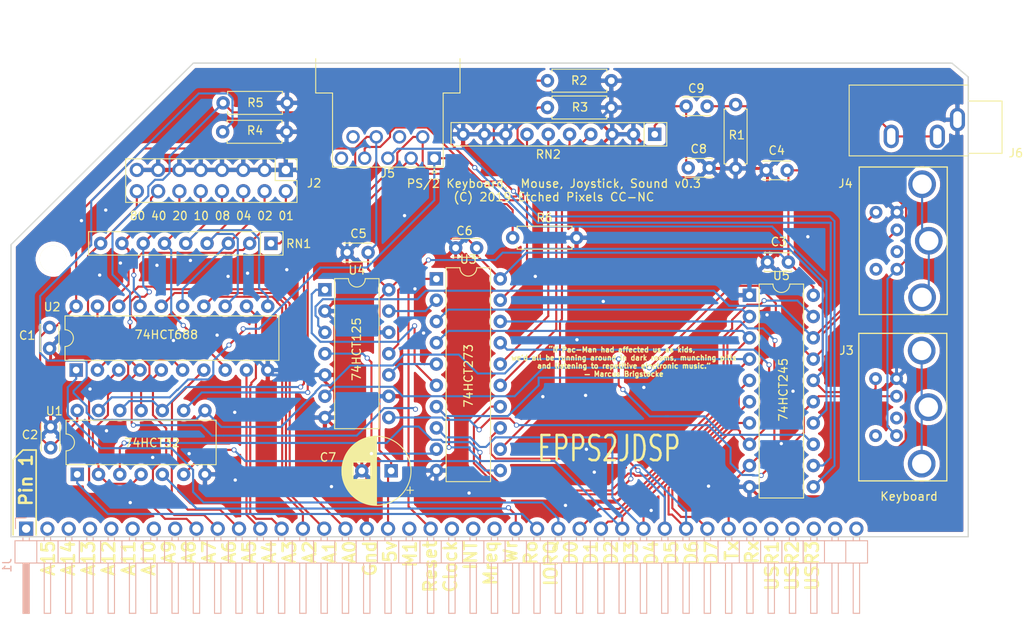
<source format=kicad_pcb>
(kicad_pcb (version 20171130) (host pcbnew 5.1.5-1.fc31)

  (general
    (thickness 1.6)
    (drawings 23)
    (tracks 835)
    (zones 0)
    (modules 29)
    (nets 57)
  )

  (page A4)
  (layers
    (0 F.Cu signal)
    (31 B.Cu signal)
    (32 B.Adhes user)
    (33 F.Adhes user)
    (34 B.Paste user)
    (35 F.Paste user)
    (36 B.SilkS user)
    (37 F.SilkS user)
    (38 B.Mask user)
    (39 F.Mask user)
    (40 Dwgs.User user)
    (41 Cmts.User user)
    (42 Eco1.User user)
    (43 Eco2.User user)
    (44 Edge.Cuts user)
    (45 Margin user)
    (46 B.CrtYd user)
    (47 F.CrtYd user)
    (48 B.Fab user hide)
    (49 F.Fab user hide)
  )

  (setup
    (last_trace_width 0.25)
    (trace_clearance 0.2)
    (zone_clearance 0.508)
    (zone_45_only no)
    (trace_min 0.2)
    (via_size 0.6)
    (via_drill 0.4)
    (via_min_size 0.4)
    (via_min_drill 0.3)
    (uvia_size 0.3)
    (uvia_drill 0.1)
    (uvias_allowed no)
    (uvia_min_size 0.2)
    (uvia_min_drill 0.1)
    (edge_width 0.15)
    (segment_width 0.2)
    (pcb_text_width 0.3)
    (pcb_text_size 1.5 1.5)
    (mod_edge_width 0.15)
    (mod_text_size 1 1)
    (mod_text_width 0.15)
    (pad_size 3.2 3.2)
    (pad_drill 3.2)
    (pad_to_mask_clearance 0.2)
    (aux_axis_origin 0 0)
    (visible_elements 7FFFFFFF)
    (pcbplotparams
      (layerselection 0x010f0_ffffffff)
      (usegerberextensions false)
      (usegerberattributes false)
      (usegerberadvancedattributes false)
      (creategerberjobfile false)
      (excludeedgelayer true)
      (linewidth 0.100000)
      (plotframeref false)
      (viasonmask false)
      (mode 1)
      (useauxorigin false)
      (hpglpennumber 1)
      (hpglpenspeed 20)
      (hpglpendiameter 15.000000)
      (psnegative false)
      (psa4output false)
      (plotreference true)
      (plotvalue true)
      (plotinvisibletext false)
      (padsonsilk false)
      (subtractmaskfromsilk false)
      (outputformat 1)
      (mirror false)
      (drillshape 0)
      (scaleselection 1)
      (outputdirectory "/tmp/kicad/ps2"))
  )

  (net 0 "")
  (net 1 GND)
  (net 2 RD)
  (net 3 A7)
  (net 4 A6)
  (net 5 A5)
  (net 6 A4)
  (net 7 A3)
  (net 8 IORQ)
  (net 9 D1)
  (net 10 D2)
  (net 11 D3)
  (net 12 D4)
  (net 13 D5)
  (net 14 D6)
  (net 15 D7)
  (net 16 A2)
  (net 17 A1)
  (net 18 A0)
  (net 19 RESET)
  (net 20 WR)
  (net 21 "Net-(J2-Pad8)")
  (net 22 "Net-(J2-Pad10)")
  (net 23 "Net-(J2-Pad12)")
  (net 24 "Net-(J2-Pad14)")
  (net 25 "Net-(U1-Pad2)")
  (net 26 IORD)
  (net 27 IOWR)
  (net 28 "Net-(J2-Pad2)")
  (net 29 "Net-(J2-Pad4)")
  (net 30 "Net-(J2-Pad6)")
  (net 31 VCC)
  (net 32 D0)
  (net 33 "Net-(J2-Pad16)")
  (net 34 "Net-(J3-Pad7)")
  (net 35 "Net-(J4-Pad7)")
  (net 36 "Net-(U3-Pad2)")
  (net 37 MOUSECLK)
  (net 38 "Net-(U3-Pad5)")
  (net 39 MOUSEDATA)
  (net 40 "Net-(J5-Pad1)")
  (net 41 "Net-(J5-Pad2)")
  (net 42 "Net-(C8-Pad1)")
  (net 43 "Net-(C9-Pad1)")
  (net 44 KCLKIN)
  (net 45 KDATAIN)
  (net 46 MDATAIN)
  (net 47 MCLKIN)
  (net 48 JSC)
  (net 49 JSD)
  (net 50 "Net-(J5-Pad6)")
  (net 51 "Net-(RN2-Pad4)")
  (net 52 "Net-(RN2-Pad5)")
  (net 53 "Net-(RN2-Pad6)")
  (net 54 "Net-(RN2-Pad7)")
  (net 55 JSB)
  (net 56 JSA)

  (net_class Default "This is the default net class."
    (clearance 0.2)
    (trace_width 0.25)
    (via_dia 0.6)
    (via_drill 0.4)
    (uvia_dia 0.3)
    (uvia_drill 0.1)
    (add_net A0)
    (add_net A1)
    (add_net A2)
    (add_net A3)
    (add_net A4)
    (add_net A5)
    (add_net A6)
    (add_net A7)
    (add_net D0)
    (add_net D1)
    (add_net D2)
    (add_net D3)
    (add_net D4)
    (add_net D5)
    (add_net D6)
    (add_net D7)
    (add_net IORD)
    (add_net IORQ)
    (add_net IOWR)
    (add_net JSA)
    (add_net JSB)
    (add_net JSC)
    (add_net JSD)
    (add_net KCLKIN)
    (add_net KDATAIN)
    (add_net MCLKIN)
    (add_net MDATAIN)
    (add_net MOUSECLK)
    (add_net MOUSEDATA)
    (add_net "Net-(C8-Pad1)")
    (add_net "Net-(C9-Pad1)")
    (add_net "Net-(J2-Pad10)")
    (add_net "Net-(J2-Pad12)")
    (add_net "Net-(J2-Pad14)")
    (add_net "Net-(J2-Pad16)")
    (add_net "Net-(J2-Pad2)")
    (add_net "Net-(J2-Pad4)")
    (add_net "Net-(J2-Pad6)")
    (add_net "Net-(J2-Pad8)")
    (add_net "Net-(J3-Pad7)")
    (add_net "Net-(J4-Pad7)")
    (add_net "Net-(J5-Pad1)")
    (add_net "Net-(J5-Pad2)")
    (add_net "Net-(J5-Pad6)")
    (add_net "Net-(RN2-Pad4)")
    (add_net "Net-(RN2-Pad5)")
    (add_net "Net-(RN2-Pad6)")
    (add_net "Net-(RN2-Pad7)")
    (add_net "Net-(U1-Pad2)")
    (add_net "Net-(U3-Pad2)")
    (add_net "Net-(U3-Pad5)")
    (add_net RD)
    (add_net RESET)
    (add_net VCC)
    (add_net WR)
  )

  (net_class Power ""
    (clearance 0.2)
    (trace_width 0.35)
    (via_dia 0.6)
    (via_drill 0.4)
    (uvia_dia 0.3)
    (uvia_drill 0.1)
    (add_net GND)
  )

  (module Package_DIP:DIP-20_W7.62mm (layer F.Cu) (tedit 5A02E8C5) (tstamp 5DAB37DD)
    (at 242 124.55)
    (descr "20-lead though-hole mounted DIP package, row spacing 7.62 mm (300 mils)")
    (tags "THT DIP DIL PDIP 2.54mm 7.62mm 300mil")
    (path /5DD12B33)
    (fp_text reference U5 (at 3.81 -2.33) (layer F.SilkS)
      (effects (font (size 1 1) (thickness 0.15)))
    )
    (fp_text value 74HCT245 (at 3.81 25.19) (layer F.Fab)
      (effects (font (size 1 1) (thickness 0.15)))
    )
    (fp_arc (start 3.81 -1.33) (end 2.81 -1.33) (angle -180) (layer F.SilkS) (width 0.12))
    (fp_line (start 1.635 -1.27) (end 6.985 -1.27) (layer F.Fab) (width 0.1))
    (fp_line (start 6.985 -1.27) (end 6.985 24.13) (layer F.Fab) (width 0.1))
    (fp_line (start 6.985 24.13) (end 0.635 24.13) (layer F.Fab) (width 0.1))
    (fp_line (start 0.635 24.13) (end 0.635 -0.27) (layer F.Fab) (width 0.1))
    (fp_line (start 0.635 -0.27) (end 1.635 -1.27) (layer F.Fab) (width 0.1))
    (fp_line (start 2.81 -1.33) (end 1.16 -1.33) (layer F.SilkS) (width 0.12))
    (fp_line (start 1.16 -1.33) (end 1.16 24.19) (layer F.SilkS) (width 0.12))
    (fp_line (start 1.16 24.19) (end 6.46 24.19) (layer F.SilkS) (width 0.12))
    (fp_line (start 6.46 24.19) (end 6.46 -1.33) (layer F.SilkS) (width 0.12))
    (fp_line (start 6.46 -1.33) (end 4.81 -1.33) (layer F.SilkS) (width 0.12))
    (fp_line (start -1.1 -1.55) (end -1.1 24.4) (layer F.CrtYd) (width 0.05))
    (fp_line (start -1.1 24.4) (end 8.7 24.4) (layer F.CrtYd) (width 0.05))
    (fp_line (start 8.7 24.4) (end 8.7 -1.55) (layer F.CrtYd) (width 0.05))
    (fp_line (start 8.7 -1.55) (end -1.1 -1.55) (layer F.CrtYd) (width 0.05))
    (fp_text user %R (at 3.81 11.43) (layer F.Fab)
      (effects (font (size 1 1) (thickness 0.15)))
    )
    (pad 1 thru_hole rect (at 0 0) (size 1.6 1.6) (drill 0.8) (layers *.Cu *.Mask)
      (net 1 GND))
    (pad 11 thru_hole oval (at 7.62 22.86) (size 1.6 1.6) (drill 0.8) (layers *.Cu *.Mask)
      (net 49 JSD))
    (pad 2 thru_hole oval (at 0 2.54) (size 1.6 1.6) (drill 0.8) (layers *.Cu *.Mask)
      (net 32 D0))
    (pad 12 thru_hole oval (at 7.62 20.32) (size 1.6 1.6) (drill 0.8) (layers *.Cu *.Mask)
      (net 48 JSC))
    (pad 3 thru_hole oval (at 0 5.08) (size 1.6 1.6) (drill 0.8) (layers *.Cu *.Mask)
      (net 9 D1))
    (pad 13 thru_hole oval (at 7.62 17.78) (size 1.6 1.6) (drill 0.8) (layers *.Cu *.Mask)
      (net 55 JSB))
    (pad 4 thru_hole oval (at 0 7.62) (size 1.6 1.6) (drill 0.8) (layers *.Cu *.Mask)
      (net 10 D2))
    (pad 14 thru_hole oval (at 7.62 15.24) (size 1.6 1.6) (drill 0.8) (layers *.Cu *.Mask)
      (net 56 JSA))
    (pad 5 thru_hole oval (at 0 10.16) (size 1.6 1.6) (drill 0.8) (layers *.Cu *.Mask)
      (net 11 D3))
    (pad 15 thru_hole oval (at 7.62 12.7) (size 1.6 1.6) (drill 0.8) (layers *.Cu *.Mask)
      (net 45 KDATAIN))
    (pad 6 thru_hole oval (at 0 12.7) (size 1.6 1.6) (drill 0.8) (layers *.Cu *.Mask)
      (net 12 D4))
    (pad 16 thru_hole oval (at 7.62 10.16) (size 1.6 1.6) (drill 0.8) (layers *.Cu *.Mask)
      (net 44 KCLKIN))
    (pad 7 thru_hole oval (at 0 15.24) (size 1.6 1.6) (drill 0.8) (layers *.Cu *.Mask)
      (net 13 D5))
    (pad 17 thru_hole oval (at 7.62 7.62) (size 1.6 1.6) (drill 0.8) (layers *.Cu *.Mask)
      (net 46 MDATAIN))
    (pad 8 thru_hole oval (at 0 17.78) (size 1.6 1.6) (drill 0.8) (layers *.Cu *.Mask)
      (net 14 D6))
    (pad 18 thru_hole oval (at 7.62 5.08) (size 1.6 1.6) (drill 0.8) (layers *.Cu *.Mask)
      (net 47 MCLKIN))
    (pad 9 thru_hole oval (at 0 20.32) (size 1.6 1.6) (drill 0.8) (layers *.Cu *.Mask)
      (net 15 D7))
    (pad 19 thru_hole oval (at 7.62 2.54) (size 1.6 1.6) (drill 0.8) (layers *.Cu *.Mask)
      (net 26 IORD))
    (pad 10 thru_hole oval (at 0 22.86) (size 1.6 1.6) (drill 0.8) (layers *.Cu *.Mask)
      (net 1 GND))
    (pad 20 thru_hole oval (at 7.62 0) (size 1.6 1.6) (drill 0.8) (layers *.Cu *.Mask)
      (net 31 VCC))
    (model ${KISYS3DMOD}/Package_DIP.3dshapes/DIP-20_W7.62mm.wrl
      (at (xyz 0 0 0))
      (scale (xyz 1 1 1))
      (rotate (xyz 0 0 0))
    )
  )

  (module Resistor_THT:R_Array_SIP9 (layer F.Cu) (tedit 5A14249F) (tstamp 5D4F0E94)
    (at 184.912 118.364 180)
    (descr "9-pin Resistor SIP pack")
    (tags R)
    (path /5D519A29)
    (fp_text reference RN1 (at -3.308 -0.036) (layer F.SilkS)
      (effects (font (size 1 1) (thickness 0.15)))
    )
    (fp_text value 10K (at 11.43 2.4) (layer F.Fab)
      (effects (font (size 1 1) (thickness 0.15)))
    )
    (fp_text user %R (at 10.16 0) (layer F.Fab)
      (effects (font (size 1 1) (thickness 0.15)))
    )
    (fp_line (start -1.29 -1.25) (end -1.29 1.25) (layer F.Fab) (width 0.1))
    (fp_line (start -1.29 1.25) (end 21.61 1.25) (layer F.Fab) (width 0.1))
    (fp_line (start 21.61 1.25) (end 21.61 -1.25) (layer F.Fab) (width 0.1))
    (fp_line (start 21.61 -1.25) (end -1.29 -1.25) (layer F.Fab) (width 0.1))
    (fp_line (start 1.27 -1.25) (end 1.27 1.25) (layer F.Fab) (width 0.1))
    (fp_line (start -1.44 -1.4) (end -1.44 1.4) (layer F.SilkS) (width 0.12))
    (fp_line (start -1.44 1.4) (end 21.76 1.4) (layer F.SilkS) (width 0.12))
    (fp_line (start 21.76 1.4) (end 21.76 -1.4) (layer F.SilkS) (width 0.12))
    (fp_line (start 21.76 -1.4) (end -1.44 -1.4) (layer F.SilkS) (width 0.12))
    (fp_line (start 1.27 -1.4) (end 1.27 1.4) (layer F.SilkS) (width 0.12))
    (fp_line (start -1.7 -1.65) (end -1.7 1.65) (layer F.CrtYd) (width 0.05))
    (fp_line (start -1.7 1.65) (end 22.05 1.65) (layer F.CrtYd) (width 0.05))
    (fp_line (start 22.05 1.65) (end 22.05 -1.65) (layer F.CrtYd) (width 0.05))
    (fp_line (start 22.05 -1.65) (end -1.7 -1.65) (layer F.CrtYd) (width 0.05))
    (pad 1 thru_hole rect (at 0 0 180) (size 1.6 1.6) (drill 0.8) (layers *.Cu *.Mask)
      (net 31 VCC))
    (pad 2 thru_hole oval (at 2.54 0 180) (size 1.6 1.6) (drill 0.8) (layers *.Cu *.Mask)
      (net 28 "Net-(J2-Pad2)"))
    (pad 3 thru_hole oval (at 5.08 0 180) (size 1.6 1.6) (drill 0.8) (layers *.Cu *.Mask)
      (net 29 "Net-(J2-Pad4)"))
    (pad 4 thru_hole oval (at 7.62 0 180) (size 1.6 1.6) (drill 0.8) (layers *.Cu *.Mask)
      (net 30 "Net-(J2-Pad6)"))
    (pad 5 thru_hole oval (at 10.16 0 180) (size 1.6 1.6) (drill 0.8) (layers *.Cu *.Mask)
      (net 21 "Net-(J2-Pad8)"))
    (pad 6 thru_hole oval (at 12.7 0 180) (size 1.6 1.6) (drill 0.8) (layers *.Cu *.Mask)
      (net 22 "Net-(J2-Pad10)"))
    (pad 7 thru_hole oval (at 15.24 0 180) (size 1.6 1.6) (drill 0.8) (layers *.Cu *.Mask)
      (net 23 "Net-(J2-Pad12)"))
    (pad 8 thru_hole oval (at 17.78 0 180) (size 1.6 1.6) (drill 0.8) (layers *.Cu *.Mask)
      (net 24 "Net-(J2-Pad14)"))
    (pad 9 thru_hole oval (at 20.32 0 180) (size 1.6 1.6) (drill 0.8) (layers *.Cu *.Mask)
      (net 33 "Net-(J2-Pad16)"))
    (model ${KISYS3DMOD}/Resistor_THT.3dshapes/R_Array_SIP9.wrl
      (at (xyz 0 0 0))
      (scale (xyz 1 1 1))
      (rotate (xyz 0 0 0))
    )
  )

  (module Resistor_THT:R_Array_SIP10 (layer F.Cu) (tedit 5A14249F) (tstamp 5DAB37DC)
    (at 230.7 105.35 180)
    (descr "10-pin Resistor SIP pack")
    (tags R)
    (path /5DEC996E)
    (fp_text reference RN2 (at 12.7 -2.4) (layer F.SilkS)
      (effects (font (size 1 1) (thickness 0.15)))
    )
    (fp_text value R2SIP10 (at 12.7 2.4) (layer F.Fab)
      (effects (font (size 1 1) (thickness 0.15)))
    )
    (fp_text user %R (at 11.43 0) (layer F.Fab)
      (effects (font (size 1 1) (thickness 0.15)))
    )
    (fp_line (start -1.29 -1.25) (end -1.29 1.25) (layer F.Fab) (width 0.1))
    (fp_line (start -1.29 1.25) (end 24.15 1.25) (layer F.Fab) (width 0.1))
    (fp_line (start 24.15 1.25) (end 24.15 -1.25) (layer F.Fab) (width 0.1))
    (fp_line (start 24.15 -1.25) (end -1.29 -1.25) (layer F.Fab) (width 0.1))
    (fp_line (start 1.27 -1.25) (end 1.27 1.25) (layer F.Fab) (width 0.1))
    (fp_line (start -1.44 -1.4) (end -1.44 1.4) (layer F.SilkS) (width 0.12))
    (fp_line (start -1.44 1.4) (end 24.3 1.4) (layer F.SilkS) (width 0.12))
    (fp_line (start 24.3 1.4) (end 24.3 -1.4) (layer F.SilkS) (width 0.12))
    (fp_line (start 24.3 -1.4) (end -1.44 -1.4) (layer F.SilkS) (width 0.12))
    (fp_line (start 1.27 -1.4) (end 1.27 1.4) (layer F.SilkS) (width 0.12))
    (fp_line (start -1.7 -1.65) (end -1.7 1.65) (layer F.CrtYd) (width 0.05))
    (fp_line (start -1.7 1.65) (end 24.55 1.65) (layer F.CrtYd) (width 0.05))
    (fp_line (start 24.55 1.65) (end 24.55 -1.65) (layer F.CrtYd) (width 0.05))
    (fp_line (start 24.55 -1.65) (end -1.7 -1.65) (layer F.CrtYd) (width 0.05))
    (pad 1 thru_hole rect (at 0 0 180) (size 1.6 1.6) (drill 0.8) (layers *.Cu *.Mask)
      (net 42 "Net-(C8-Pad1)"))
    (pad 2 thru_hole oval (at 2.54 0 180) (size 1.6 1.6) (drill 0.8) (layers *.Cu *.Mask)
      (net 1 GND))
    (pad 3 thru_hole oval (at 5.08 0 180) (size 1.6 1.6) (drill 0.8) (layers *.Cu *.Mask)
      (net 1 GND))
    (pad 4 thru_hole oval (at 7.62 0 180) (size 1.6 1.6) (drill 0.8) (layers *.Cu *.Mask)
      (net 51 "Net-(RN2-Pad4)"))
    (pad 5 thru_hole oval (at 10.16 0 180) (size 1.6 1.6) (drill 0.8) (layers *.Cu *.Mask)
      (net 52 "Net-(RN2-Pad5)"))
    (pad 6 thru_hole oval (at 12.7 0 180) (size 1.6 1.6) (drill 0.8) (layers *.Cu *.Mask)
      (net 53 "Net-(RN2-Pad6)"))
    (pad 7 thru_hole oval (at 15.24 0 180) (size 1.6 1.6) (drill 0.8) (layers *.Cu *.Mask)
      (net 54 "Net-(RN2-Pad7)"))
    (pad 8 thru_hole oval (at 17.78 0 180) (size 1.6 1.6) (drill 0.8) (layers *.Cu *.Mask)
      (net 1 GND))
    (pad 9 thru_hole oval (at 20.32 0 180) (size 1.6 1.6) (drill 0.8) (layers *.Cu *.Mask)
      (net 1 GND))
    (pad 10 thru_hole oval (at 22.86 0 180) (size 1.6 1.6) (drill 0.8) (layers *.Cu *.Mask)
      (net 1 GND))
    (model ${KISYS3DMOD}/Resistor_THT.3dshapes/R_Array_SIP10.wrl
      (at (xyz 0 0 0))
      (scale (xyz 1 1 1))
      (rotate (xyz 0 0 0))
    )
  )

  (module Package_DIP:DIP-20_W7.62mm (layer F.Cu) (tedit 5A02E8C5) (tstamp 5D4F0EDE)
    (at 161.671 133.477 90)
    (descr "20-lead though-hole mounted DIP package, row spacing 7.62 mm (300 mils)")
    (tags "THT DIP DIL PDIP 2.54mm 7.62mm 300mil")
    (path /5D4F1B7D)
    (fp_text reference U2 (at 7.527 -2.871 180) (layer F.SilkS)
      (effects (font (size 1 1) (thickness 0.15)))
    )
    (fp_text value 74HCT688 (at 3.81 25.19 90) (layer F.Fab)
      (effects (font (size 1 1) (thickness 0.15)))
    )
    (fp_arc (start 3.81 -1.33) (end 2.81 -1.33) (angle -180) (layer F.SilkS) (width 0.12))
    (fp_line (start 1.635 -1.27) (end 6.985 -1.27) (layer F.Fab) (width 0.1))
    (fp_line (start 6.985 -1.27) (end 6.985 24.13) (layer F.Fab) (width 0.1))
    (fp_line (start 6.985 24.13) (end 0.635 24.13) (layer F.Fab) (width 0.1))
    (fp_line (start 0.635 24.13) (end 0.635 -0.27) (layer F.Fab) (width 0.1))
    (fp_line (start 0.635 -0.27) (end 1.635 -1.27) (layer F.Fab) (width 0.1))
    (fp_line (start 2.81 -1.33) (end 1.16 -1.33) (layer F.SilkS) (width 0.12))
    (fp_line (start 1.16 -1.33) (end 1.16 24.19) (layer F.SilkS) (width 0.12))
    (fp_line (start 1.16 24.19) (end 6.46 24.19) (layer F.SilkS) (width 0.12))
    (fp_line (start 6.46 24.19) (end 6.46 -1.33) (layer F.SilkS) (width 0.12))
    (fp_line (start 6.46 -1.33) (end 4.81 -1.33) (layer F.SilkS) (width 0.12))
    (fp_line (start -1.1 -1.55) (end -1.1 24.4) (layer F.CrtYd) (width 0.05))
    (fp_line (start -1.1 24.4) (end 8.7 24.4) (layer F.CrtYd) (width 0.05))
    (fp_line (start 8.7 24.4) (end 8.7 -1.55) (layer F.CrtYd) (width 0.05))
    (fp_line (start 8.7 -1.55) (end -1.1 -1.55) (layer F.CrtYd) (width 0.05))
    (fp_text user %R (at 3.81 11.43 90) (layer F.Fab)
      (effects (font (size 1 1) (thickness 0.15)))
    )
    (pad 1 thru_hole rect (at 0 0 90) (size 1.6 1.6) (drill 0.8) (layers *.Cu *.Mask)
      (net 8 IORQ))
    (pad 11 thru_hole oval (at 7.62 22.86 90) (size 1.6 1.6) (drill 0.8) (layers *.Cu *.Mask)
      (net 21 "Net-(J2-Pad8)"))
    (pad 2 thru_hole oval (at 0 2.54 90) (size 1.6 1.6) (drill 0.8) (layers *.Cu *.Mask)
      (net 33 "Net-(J2-Pad16)"))
    (pad 12 thru_hole oval (at 7.62 20.32 90) (size 1.6 1.6) (drill 0.8) (layers *.Cu *.Mask)
      (net 7 A3))
    (pad 3 thru_hole oval (at 0 5.08 90) (size 1.6 1.6) (drill 0.8) (layers *.Cu *.Mask)
      (net 3 A7))
    (pad 13 thru_hole oval (at 7.62 17.78 90) (size 1.6 1.6) (drill 0.8) (layers *.Cu *.Mask)
      (net 30 "Net-(J2-Pad6)"))
    (pad 4 thru_hole oval (at 0 7.62 90) (size 1.6 1.6) (drill 0.8) (layers *.Cu *.Mask)
      (net 24 "Net-(J2-Pad14)"))
    (pad 14 thru_hole oval (at 7.62 15.24 90) (size 1.6 1.6) (drill 0.8) (layers *.Cu *.Mask)
      (net 16 A2))
    (pad 5 thru_hole oval (at 0 10.16 90) (size 1.6 1.6) (drill 0.8) (layers *.Cu *.Mask)
      (net 4 A6))
    (pad 15 thru_hole oval (at 7.62 12.7 90) (size 1.6 1.6) (drill 0.8) (layers *.Cu *.Mask)
      (net 29 "Net-(J2-Pad4)"))
    (pad 6 thru_hole oval (at 0 12.7 90) (size 1.6 1.6) (drill 0.8) (layers *.Cu *.Mask)
      (net 23 "Net-(J2-Pad12)"))
    (pad 16 thru_hole oval (at 7.62 10.16 90) (size 1.6 1.6) (drill 0.8) (layers *.Cu *.Mask)
      (net 17 A1))
    (pad 7 thru_hole oval (at 0 15.24 90) (size 1.6 1.6) (drill 0.8) (layers *.Cu *.Mask)
      (net 5 A5))
    (pad 17 thru_hole oval (at 7.62 7.62 90) (size 1.6 1.6) (drill 0.8) (layers *.Cu *.Mask)
      (net 28 "Net-(J2-Pad2)"))
    (pad 8 thru_hole oval (at 0 17.78 90) (size 1.6 1.6) (drill 0.8) (layers *.Cu *.Mask)
      (net 22 "Net-(J2-Pad10)"))
    (pad 18 thru_hole oval (at 7.62 5.08 90) (size 1.6 1.6) (drill 0.8) (layers *.Cu *.Mask)
      (net 18 A0))
    (pad 9 thru_hole oval (at 0 20.32 90) (size 1.6 1.6) (drill 0.8) (layers *.Cu *.Mask)
      (net 6 A4))
    (pad 19 thru_hole oval (at 7.62 2.54 90) (size 1.6 1.6) (drill 0.8) (layers *.Cu *.Mask)
      (net 25 "Net-(U1-Pad2)"))
    (pad 10 thru_hole oval (at 0 22.86 90) (size 1.6 1.6) (drill 0.8) (layers *.Cu *.Mask)
      (net 1 GND))
    (pad 20 thru_hole oval (at 7.62 0 90) (size 1.6 1.6) (drill 0.8) (layers *.Cu *.Mask)
      (net 31 VCC))
    (model ${KISYS3DMOD}/Package_DIP.3dshapes/DIP-20_W7.62mm.wrl
      (at (xyz 0 0 0))
      (scale (xyz 1 1 1))
      (rotate (xyz 0 0 0))
    )
  )

  (module Connector_PinHeader_2.54mm:PinHeader_1x40_P2.54mm_Horizontal (layer B.Cu) (tedit 59FED5CB) (tstamp 5D4E77A0)
    (at 155.702 152.4 270)
    (descr "Through hole angled pin header, 1x40, 2.54mm pitch, 6mm pin length, single row")
    (tags "Through hole angled pin header THT 1x40 2.54mm single row")
    (path /5D4D81A3)
    (fp_text reference J1 (at 4.385 2.27 270) (layer B.SilkS)
      (effects (font (size 1 1) (thickness 0.15)) (justify mirror))
    )
    (fp_text value Conn_01x40 (at 4.385 -101.33 270) (layer B.Fab)
      (effects (font (size 1 1) (thickness 0.15)) (justify mirror))
    )
    (fp_line (start 2.135 1.27) (end 4.04 1.27) (layer B.Fab) (width 0.1))
    (fp_line (start 4.04 1.27) (end 4.04 -100.33) (layer B.Fab) (width 0.1))
    (fp_line (start 4.04 -100.33) (end 1.5 -100.33) (layer B.Fab) (width 0.1))
    (fp_line (start 1.5 -100.33) (end 1.5 0.635) (layer B.Fab) (width 0.1))
    (fp_line (start 1.5 0.635) (end 2.135 1.27) (layer B.Fab) (width 0.1))
    (fp_line (start -0.32 0.32) (end 1.5 0.32) (layer B.Fab) (width 0.1))
    (fp_line (start -0.32 0.32) (end -0.32 -0.32) (layer B.Fab) (width 0.1))
    (fp_line (start -0.32 -0.32) (end 1.5 -0.32) (layer B.Fab) (width 0.1))
    (fp_line (start 4.04 0.32) (end 10.04 0.32) (layer B.Fab) (width 0.1))
    (fp_line (start 10.04 0.32) (end 10.04 -0.32) (layer B.Fab) (width 0.1))
    (fp_line (start 4.04 -0.32) (end 10.04 -0.32) (layer B.Fab) (width 0.1))
    (fp_line (start -0.32 -2.22) (end 1.5 -2.22) (layer B.Fab) (width 0.1))
    (fp_line (start -0.32 -2.22) (end -0.32 -2.86) (layer B.Fab) (width 0.1))
    (fp_line (start -0.32 -2.86) (end 1.5 -2.86) (layer B.Fab) (width 0.1))
    (fp_line (start 4.04 -2.22) (end 10.04 -2.22) (layer B.Fab) (width 0.1))
    (fp_line (start 10.04 -2.22) (end 10.04 -2.86) (layer B.Fab) (width 0.1))
    (fp_line (start 4.04 -2.86) (end 10.04 -2.86) (layer B.Fab) (width 0.1))
    (fp_line (start -0.32 -4.76) (end 1.5 -4.76) (layer B.Fab) (width 0.1))
    (fp_line (start -0.32 -4.76) (end -0.32 -5.4) (layer B.Fab) (width 0.1))
    (fp_line (start -0.32 -5.4) (end 1.5 -5.4) (layer B.Fab) (width 0.1))
    (fp_line (start 4.04 -4.76) (end 10.04 -4.76) (layer B.Fab) (width 0.1))
    (fp_line (start 10.04 -4.76) (end 10.04 -5.4) (layer B.Fab) (width 0.1))
    (fp_line (start 4.04 -5.4) (end 10.04 -5.4) (layer B.Fab) (width 0.1))
    (fp_line (start -0.32 -7.3) (end 1.5 -7.3) (layer B.Fab) (width 0.1))
    (fp_line (start -0.32 -7.3) (end -0.32 -7.94) (layer B.Fab) (width 0.1))
    (fp_line (start -0.32 -7.94) (end 1.5 -7.94) (layer B.Fab) (width 0.1))
    (fp_line (start 4.04 -7.3) (end 10.04 -7.3) (layer B.Fab) (width 0.1))
    (fp_line (start 10.04 -7.3) (end 10.04 -7.94) (layer B.Fab) (width 0.1))
    (fp_line (start 4.04 -7.94) (end 10.04 -7.94) (layer B.Fab) (width 0.1))
    (fp_line (start -0.32 -9.84) (end 1.5 -9.84) (layer B.Fab) (width 0.1))
    (fp_line (start -0.32 -9.84) (end -0.32 -10.48) (layer B.Fab) (width 0.1))
    (fp_line (start -0.32 -10.48) (end 1.5 -10.48) (layer B.Fab) (width 0.1))
    (fp_line (start 4.04 -9.84) (end 10.04 -9.84) (layer B.Fab) (width 0.1))
    (fp_line (start 10.04 -9.84) (end 10.04 -10.48) (layer B.Fab) (width 0.1))
    (fp_line (start 4.04 -10.48) (end 10.04 -10.48) (layer B.Fab) (width 0.1))
    (fp_line (start -0.32 -12.38) (end 1.5 -12.38) (layer B.Fab) (width 0.1))
    (fp_line (start -0.32 -12.38) (end -0.32 -13.02) (layer B.Fab) (width 0.1))
    (fp_line (start -0.32 -13.02) (end 1.5 -13.02) (layer B.Fab) (width 0.1))
    (fp_line (start 4.04 -12.38) (end 10.04 -12.38) (layer B.Fab) (width 0.1))
    (fp_line (start 10.04 -12.38) (end 10.04 -13.02) (layer B.Fab) (width 0.1))
    (fp_line (start 4.04 -13.02) (end 10.04 -13.02) (layer B.Fab) (width 0.1))
    (fp_line (start -0.32 -14.92) (end 1.5 -14.92) (layer B.Fab) (width 0.1))
    (fp_line (start -0.32 -14.92) (end -0.32 -15.56) (layer B.Fab) (width 0.1))
    (fp_line (start -0.32 -15.56) (end 1.5 -15.56) (layer B.Fab) (width 0.1))
    (fp_line (start 4.04 -14.92) (end 10.04 -14.92) (layer B.Fab) (width 0.1))
    (fp_line (start 10.04 -14.92) (end 10.04 -15.56) (layer B.Fab) (width 0.1))
    (fp_line (start 4.04 -15.56) (end 10.04 -15.56) (layer B.Fab) (width 0.1))
    (fp_line (start -0.32 -17.46) (end 1.5 -17.46) (layer B.Fab) (width 0.1))
    (fp_line (start -0.32 -17.46) (end -0.32 -18.1) (layer B.Fab) (width 0.1))
    (fp_line (start -0.32 -18.1) (end 1.5 -18.1) (layer B.Fab) (width 0.1))
    (fp_line (start 4.04 -17.46) (end 10.04 -17.46) (layer B.Fab) (width 0.1))
    (fp_line (start 10.04 -17.46) (end 10.04 -18.1) (layer B.Fab) (width 0.1))
    (fp_line (start 4.04 -18.1) (end 10.04 -18.1) (layer B.Fab) (width 0.1))
    (fp_line (start -0.32 -20) (end 1.5 -20) (layer B.Fab) (width 0.1))
    (fp_line (start -0.32 -20) (end -0.32 -20.64) (layer B.Fab) (width 0.1))
    (fp_line (start -0.32 -20.64) (end 1.5 -20.64) (layer B.Fab) (width 0.1))
    (fp_line (start 4.04 -20) (end 10.04 -20) (layer B.Fab) (width 0.1))
    (fp_line (start 10.04 -20) (end 10.04 -20.64) (layer B.Fab) (width 0.1))
    (fp_line (start 4.04 -20.64) (end 10.04 -20.64) (layer B.Fab) (width 0.1))
    (fp_line (start -0.32 -22.54) (end 1.5 -22.54) (layer B.Fab) (width 0.1))
    (fp_line (start -0.32 -22.54) (end -0.32 -23.18) (layer B.Fab) (width 0.1))
    (fp_line (start -0.32 -23.18) (end 1.5 -23.18) (layer B.Fab) (width 0.1))
    (fp_line (start 4.04 -22.54) (end 10.04 -22.54) (layer B.Fab) (width 0.1))
    (fp_line (start 10.04 -22.54) (end 10.04 -23.18) (layer B.Fab) (width 0.1))
    (fp_line (start 4.04 -23.18) (end 10.04 -23.18) (layer B.Fab) (width 0.1))
    (fp_line (start -0.32 -25.08) (end 1.5 -25.08) (layer B.Fab) (width 0.1))
    (fp_line (start -0.32 -25.08) (end -0.32 -25.72) (layer B.Fab) (width 0.1))
    (fp_line (start -0.32 -25.72) (end 1.5 -25.72) (layer B.Fab) (width 0.1))
    (fp_line (start 4.04 -25.08) (end 10.04 -25.08) (layer B.Fab) (width 0.1))
    (fp_line (start 10.04 -25.08) (end 10.04 -25.72) (layer B.Fab) (width 0.1))
    (fp_line (start 4.04 -25.72) (end 10.04 -25.72) (layer B.Fab) (width 0.1))
    (fp_line (start -0.32 -27.62) (end 1.5 -27.62) (layer B.Fab) (width 0.1))
    (fp_line (start -0.32 -27.62) (end -0.32 -28.26) (layer B.Fab) (width 0.1))
    (fp_line (start -0.32 -28.26) (end 1.5 -28.26) (layer B.Fab) (width 0.1))
    (fp_line (start 4.04 -27.62) (end 10.04 -27.62) (layer B.Fab) (width 0.1))
    (fp_line (start 10.04 -27.62) (end 10.04 -28.26) (layer B.Fab) (width 0.1))
    (fp_line (start 4.04 -28.26) (end 10.04 -28.26) (layer B.Fab) (width 0.1))
    (fp_line (start -0.32 -30.16) (end 1.5 -30.16) (layer B.Fab) (width 0.1))
    (fp_line (start -0.32 -30.16) (end -0.32 -30.8) (layer B.Fab) (width 0.1))
    (fp_line (start -0.32 -30.8) (end 1.5 -30.8) (layer B.Fab) (width 0.1))
    (fp_line (start 4.04 -30.16) (end 10.04 -30.16) (layer B.Fab) (width 0.1))
    (fp_line (start 10.04 -30.16) (end 10.04 -30.8) (layer B.Fab) (width 0.1))
    (fp_line (start 4.04 -30.8) (end 10.04 -30.8) (layer B.Fab) (width 0.1))
    (fp_line (start -0.32 -32.7) (end 1.5 -32.7) (layer B.Fab) (width 0.1))
    (fp_line (start -0.32 -32.7) (end -0.32 -33.34) (layer B.Fab) (width 0.1))
    (fp_line (start -0.32 -33.34) (end 1.5 -33.34) (layer B.Fab) (width 0.1))
    (fp_line (start 4.04 -32.7) (end 10.04 -32.7) (layer B.Fab) (width 0.1))
    (fp_line (start 10.04 -32.7) (end 10.04 -33.34) (layer B.Fab) (width 0.1))
    (fp_line (start 4.04 -33.34) (end 10.04 -33.34) (layer B.Fab) (width 0.1))
    (fp_line (start -0.32 -35.24) (end 1.5 -35.24) (layer B.Fab) (width 0.1))
    (fp_line (start -0.32 -35.24) (end -0.32 -35.88) (layer B.Fab) (width 0.1))
    (fp_line (start -0.32 -35.88) (end 1.5 -35.88) (layer B.Fab) (width 0.1))
    (fp_line (start 4.04 -35.24) (end 10.04 -35.24) (layer B.Fab) (width 0.1))
    (fp_line (start 10.04 -35.24) (end 10.04 -35.88) (layer B.Fab) (width 0.1))
    (fp_line (start 4.04 -35.88) (end 10.04 -35.88) (layer B.Fab) (width 0.1))
    (fp_line (start -0.32 -37.78) (end 1.5 -37.78) (layer B.Fab) (width 0.1))
    (fp_line (start -0.32 -37.78) (end -0.32 -38.42) (layer B.Fab) (width 0.1))
    (fp_line (start -0.32 -38.42) (end 1.5 -38.42) (layer B.Fab) (width 0.1))
    (fp_line (start 4.04 -37.78) (end 10.04 -37.78) (layer B.Fab) (width 0.1))
    (fp_line (start 10.04 -37.78) (end 10.04 -38.42) (layer B.Fab) (width 0.1))
    (fp_line (start 4.04 -38.42) (end 10.04 -38.42) (layer B.Fab) (width 0.1))
    (fp_line (start -0.32 -40.32) (end 1.5 -40.32) (layer B.Fab) (width 0.1))
    (fp_line (start -0.32 -40.32) (end -0.32 -40.96) (layer B.Fab) (width 0.1))
    (fp_line (start -0.32 -40.96) (end 1.5 -40.96) (layer B.Fab) (width 0.1))
    (fp_line (start 4.04 -40.32) (end 10.04 -40.32) (layer B.Fab) (width 0.1))
    (fp_line (start 10.04 -40.32) (end 10.04 -40.96) (layer B.Fab) (width 0.1))
    (fp_line (start 4.04 -40.96) (end 10.04 -40.96) (layer B.Fab) (width 0.1))
    (fp_line (start -0.32 -42.86) (end 1.5 -42.86) (layer B.Fab) (width 0.1))
    (fp_line (start -0.32 -42.86) (end -0.32 -43.5) (layer B.Fab) (width 0.1))
    (fp_line (start -0.32 -43.5) (end 1.5 -43.5) (layer B.Fab) (width 0.1))
    (fp_line (start 4.04 -42.86) (end 10.04 -42.86) (layer B.Fab) (width 0.1))
    (fp_line (start 10.04 -42.86) (end 10.04 -43.5) (layer B.Fab) (width 0.1))
    (fp_line (start 4.04 -43.5) (end 10.04 -43.5) (layer B.Fab) (width 0.1))
    (fp_line (start -0.32 -45.4) (end 1.5 -45.4) (layer B.Fab) (width 0.1))
    (fp_line (start -0.32 -45.4) (end -0.32 -46.04) (layer B.Fab) (width 0.1))
    (fp_line (start -0.32 -46.04) (end 1.5 -46.04) (layer B.Fab) (width 0.1))
    (fp_line (start 4.04 -45.4) (end 10.04 -45.4) (layer B.Fab) (width 0.1))
    (fp_line (start 10.04 -45.4) (end 10.04 -46.04) (layer B.Fab) (width 0.1))
    (fp_line (start 4.04 -46.04) (end 10.04 -46.04) (layer B.Fab) (width 0.1))
    (fp_line (start -0.32 -47.94) (end 1.5 -47.94) (layer B.Fab) (width 0.1))
    (fp_line (start -0.32 -47.94) (end -0.32 -48.58) (layer B.Fab) (width 0.1))
    (fp_line (start -0.32 -48.58) (end 1.5 -48.58) (layer B.Fab) (width 0.1))
    (fp_line (start 4.04 -47.94) (end 10.04 -47.94) (layer B.Fab) (width 0.1))
    (fp_line (start 10.04 -47.94) (end 10.04 -48.58) (layer B.Fab) (width 0.1))
    (fp_line (start 4.04 -48.58) (end 10.04 -48.58) (layer B.Fab) (width 0.1))
    (fp_line (start -0.32 -50.48) (end 1.5 -50.48) (layer B.Fab) (width 0.1))
    (fp_line (start -0.32 -50.48) (end -0.32 -51.12) (layer B.Fab) (width 0.1))
    (fp_line (start -0.32 -51.12) (end 1.5 -51.12) (layer B.Fab) (width 0.1))
    (fp_line (start 4.04 -50.48) (end 10.04 -50.48) (layer B.Fab) (width 0.1))
    (fp_line (start 10.04 -50.48) (end 10.04 -51.12) (layer B.Fab) (width 0.1))
    (fp_line (start 4.04 -51.12) (end 10.04 -51.12) (layer B.Fab) (width 0.1))
    (fp_line (start -0.32 -53.02) (end 1.5 -53.02) (layer B.Fab) (width 0.1))
    (fp_line (start -0.32 -53.02) (end -0.32 -53.66) (layer B.Fab) (width 0.1))
    (fp_line (start -0.32 -53.66) (end 1.5 -53.66) (layer B.Fab) (width 0.1))
    (fp_line (start 4.04 -53.02) (end 10.04 -53.02) (layer B.Fab) (width 0.1))
    (fp_line (start 10.04 -53.02) (end 10.04 -53.66) (layer B.Fab) (width 0.1))
    (fp_line (start 4.04 -53.66) (end 10.04 -53.66) (layer B.Fab) (width 0.1))
    (fp_line (start -0.32 -55.56) (end 1.5 -55.56) (layer B.Fab) (width 0.1))
    (fp_line (start -0.32 -55.56) (end -0.32 -56.2) (layer B.Fab) (width 0.1))
    (fp_line (start -0.32 -56.2) (end 1.5 -56.2) (layer B.Fab) (width 0.1))
    (fp_line (start 4.04 -55.56) (end 10.04 -55.56) (layer B.Fab) (width 0.1))
    (fp_line (start 10.04 -55.56) (end 10.04 -56.2) (layer B.Fab) (width 0.1))
    (fp_line (start 4.04 -56.2) (end 10.04 -56.2) (layer B.Fab) (width 0.1))
    (fp_line (start -0.32 -58.1) (end 1.5 -58.1) (layer B.Fab) (width 0.1))
    (fp_line (start -0.32 -58.1) (end -0.32 -58.74) (layer B.Fab) (width 0.1))
    (fp_line (start -0.32 -58.74) (end 1.5 -58.74) (layer B.Fab) (width 0.1))
    (fp_line (start 4.04 -58.1) (end 10.04 -58.1) (layer B.Fab) (width 0.1))
    (fp_line (start 10.04 -58.1) (end 10.04 -58.74) (layer B.Fab) (width 0.1))
    (fp_line (start 4.04 -58.74) (end 10.04 -58.74) (layer B.Fab) (width 0.1))
    (fp_line (start -0.32 -60.64) (end 1.5 -60.64) (layer B.Fab) (width 0.1))
    (fp_line (start -0.32 -60.64) (end -0.32 -61.28) (layer B.Fab) (width 0.1))
    (fp_line (start -0.32 -61.28) (end 1.5 -61.28) (layer B.Fab) (width 0.1))
    (fp_line (start 4.04 -60.64) (end 10.04 -60.64) (layer B.Fab) (width 0.1))
    (fp_line (start 10.04 -60.64) (end 10.04 -61.28) (layer B.Fab) (width 0.1))
    (fp_line (start 4.04 -61.28) (end 10.04 -61.28) (layer B.Fab) (width 0.1))
    (fp_line (start -0.32 -63.18) (end 1.5 -63.18) (layer B.Fab) (width 0.1))
    (fp_line (start -0.32 -63.18) (end -0.32 -63.82) (layer B.Fab) (width 0.1))
    (fp_line (start -0.32 -63.82) (end 1.5 -63.82) (layer B.Fab) (width 0.1))
    (fp_line (start 4.04 -63.18) (end 10.04 -63.18) (layer B.Fab) (width 0.1))
    (fp_line (start 10.04 -63.18) (end 10.04 -63.82) (layer B.Fab) (width 0.1))
    (fp_line (start 4.04 -63.82) (end 10.04 -63.82) (layer B.Fab) (width 0.1))
    (fp_line (start -0.32 -65.72) (end 1.5 -65.72) (layer B.Fab) (width 0.1))
    (fp_line (start -0.32 -65.72) (end -0.32 -66.36) (layer B.Fab) (width 0.1))
    (fp_line (start -0.32 -66.36) (end 1.5 -66.36) (layer B.Fab) (width 0.1))
    (fp_line (start 4.04 -65.72) (end 10.04 -65.72) (layer B.Fab) (width 0.1))
    (fp_line (start 10.04 -65.72) (end 10.04 -66.36) (layer B.Fab) (width 0.1))
    (fp_line (start 4.04 -66.36) (end 10.04 -66.36) (layer B.Fab) (width 0.1))
    (fp_line (start -0.32 -68.26) (end 1.5 -68.26) (layer B.Fab) (width 0.1))
    (fp_line (start -0.32 -68.26) (end -0.32 -68.9) (layer B.Fab) (width 0.1))
    (fp_line (start -0.32 -68.9) (end 1.5 -68.9) (layer B.Fab) (width 0.1))
    (fp_line (start 4.04 -68.26) (end 10.04 -68.26) (layer B.Fab) (width 0.1))
    (fp_line (start 10.04 -68.26) (end 10.04 -68.9) (layer B.Fab) (width 0.1))
    (fp_line (start 4.04 -68.9) (end 10.04 -68.9) (layer B.Fab) (width 0.1))
    (fp_line (start -0.32 -70.8) (end 1.5 -70.8) (layer B.Fab) (width 0.1))
    (fp_line (start -0.32 -70.8) (end -0.32 -71.44) (layer B.Fab) (width 0.1))
    (fp_line (start -0.32 -71.44) (end 1.5 -71.44) (layer B.Fab) (width 0.1))
    (fp_line (start 4.04 -70.8) (end 10.04 -70.8) (layer B.Fab) (width 0.1))
    (fp_line (start 10.04 -70.8) (end 10.04 -71.44) (layer B.Fab) (width 0.1))
    (fp_line (start 4.04 -71.44) (end 10.04 -71.44) (layer B.Fab) (width 0.1))
    (fp_line (start -0.32 -73.34) (end 1.5 -73.34) (layer B.Fab) (width 0.1))
    (fp_line (start -0.32 -73.34) (end -0.32 -73.98) (layer B.Fab) (width 0.1))
    (fp_line (start -0.32 -73.98) (end 1.5 -73.98) (layer B.Fab) (width 0.1))
    (fp_line (start 4.04 -73.34) (end 10.04 -73.34) (layer B.Fab) (width 0.1))
    (fp_line (start 10.04 -73.34) (end 10.04 -73.98) (layer B.Fab) (width 0.1))
    (fp_line (start 4.04 -73.98) (end 10.04 -73.98) (layer B.Fab) (width 0.1))
    (fp_line (start -0.32 -75.88) (end 1.5 -75.88) (layer B.Fab) (width 0.1))
    (fp_line (start -0.32 -75.88) (end -0.32 -76.52) (layer B.Fab) (width 0.1))
    (fp_line (start -0.32 -76.52) (end 1.5 -76.52) (layer B.Fab) (width 0.1))
    (fp_line (start 4.04 -75.88) (end 10.04 -75.88) (layer B.Fab) (width 0.1))
    (fp_line (start 10.04 -75.88) (end 10.04 -76.52) (layer B.Fab) (width 0.1))
    (fp_line (start 4.04 -76.52) (end 10.04 -76.52) (layer B.Fab) (width 0.1))
    (fp_line (start -0.32 -78.42) (end 1.5 -78.42) (layer B.Fab) (width 0.1))
    (fp_line (start -0.32 -78.42) (end -0.32 -79.06) (layer B.Fab) (width 0.1))
    (fp_line (start -0.32 -79.06) (end 1.5 -79.06) (layer B.Fab) (width 0.1))
    (fp_line (start 4.04 -78.42) (end 10.04 -78.42) (layer B.Fab) (width 0.1))
    (fp_line (start 10.04 -78.42) (end 10.04 -79.06) (layer B.Fab) (width 0.1))
    (fp_line (start 4.04 -79.06) (end 10.04 -79.06) (layer B.Fab) (width 0.1))
    (fp_line (start -0.32 -80.96) (end 1.5 -80.96) (layer B.Fab) (width 0.1))
    (fp_line (start -0.32 -80.96) (end -0.32 -81.6) (layer B.Fab) (width 0.1))
    (fp_line (start -0.32 -81.6) (end 1.5 -81.6) (layer B.Fab) (width 0.1))
    (fp_line (start 4.04 -80.96) (end 10.04 -80.96) (layer B.Fab) (width 0.1))
    (fp_line (start 10.04 -80.96) (end 10.04 -81.6) (layer B.Fab) (width 0.1))
    (fp_line (start 4.04 -81.6) (end 10.04 -81.6) (layer B.Fab) (width 0.1))
    (fp_line (start -0.32 -83.5) (end 1.5 -83.5) (layer B.Fab) (width 0.1))
    (fp_line (start -0.32 -83.5) (end -0.32 -84.14) (layer B.Fab) (width 0.1))
    (fp_line (start -0.32 -84.14) (end 1.5 -84.14) (layer B.Fab) (width 0.1))
    (fp_line (start 4.04 -83.5) (end 10.04 -83.5) (layer B.Fab) (width 0.1))
    (fp_line (start 10.04 -83.5) (end 10.04 -84.14) (layer B.Fab) (width 0.1))
    (fp_line (start 4.04 -84.14) (end 10.04 -84.14) (layer B.Fab) (width 0.1))
    (fp_line (start -0.32 -86.04) (end 1.5 -86.04) (layer B.Fab) (width 0.1))
    (fp_line (start -0.32 -86.04) (end -0.32 -86.68) (layer B.Fab) (width 0.1))
    (fp_line (start -0.32 -86.68) (end 1.5 -86.68) (layer B.Fab) (width 0.1))
    (fp_line (start 4.04 -86.04) (end 10.04 -86.04) (layer B.Fab) (width 0.1))
    (fp_line (start 10.04 -86.04) (end 10.04 -86.68) (layer B.Fab) (width 0.1))
    (fp_line (start 4.04 -86.68) (end 10.04 -86.68) (layer B.Fab) (width 0.1))
    (fp_line (start -0.32 -88.58) (end 1.5 -88.58) (layer B.Fab) (width 0.1))
    (fp_line (start -0.32 -88.58) (end -0.32 -89.22) (layer B.Fab) (width 0.1))
    (fp_line (start -0.32 -89.22) (end 1.5 -89.22) (layer B.Fab) (width 0.1))
    (fp_line (start 4.04 -88.58) (end 10.04 -88.58) (layer B.Fab) (width 0.1))
    (fp_line (start 10.04 -88.58) (end 10.04 -89.22) (layer B.Fab) (width 0.1))
    (fp_line (start 4.04 -89.22) (end 10.04 -89.22) (layer B.Fab) (width 0.1))
    (fp_line (start -0.32 -91.12) (end 1.5 -91.12) (layer B.Fab) (width 0.1))
    (fp_line (start -0.32 -91.12) (end -0.32 -91.76) (layer B.Fab) (width 0.1))
    (fp_line (start -0.32 -91.76) (end 1.5 -91.76) (layer B.Fab) (width 0.1))
    (fp_line (start 4.04 -91.12) (end 10.04 -91.12) (layer B.Fab) (width 0.1))
    (fp_line (start 10.04 -91.12) (end 10.04 -91.76) (layer B.Fab) (width 0.1))
    (fp_line (start 4.04 -91.76) (end 10.04 -91.76) (layer B.Fab) (width 0.1))
    (fp_line (start -0.32 -93.66) (end 1.5 -93.66) (layer B.Fab) (width 0.1))
    (fp_line (start -0.32 -93.66) (end -0.32 -94.3) (layer B.Fab) (width 0.1))
    (fp_line (start -0.32 -94.3) (end 1.5 -94.3) (layer B.Fab) (width 0.1))
    (fp_line (start 4.04 -93.66) (end 10.04 -93.66) (layer B.Fab) (width 0.1))
    (fp_line (start 10.04 -93.66) (end 10.04 -94.3) (layer B.Fab) (width 0.1))
    (fp_line (start 4.04 -94.3) (end 10.04 -94.3) (layer B.Fab) (width 0.1))
    (fp_line (start -0.32 -96.2) (end 1.5 -96.2) (layer B.Fab) (width 0.1))
    (fp_line (start -0.32 -96.2) (end -0.32 -96.84) (layer B.Fab) (width 0.1))
    (fp_line (start -0.32 -96.84) (end 1.5 -96.84) (layer B.Fab) (width 0.1))
    (fp_line (start 4.04 -96.2) (end 10.04 -96.2) (layer B.Fab) (width 0.1))
    (fp_line (start 10.04 -96.2) (end 10.04 -96.84) (layer B.Fab) (width 0.1))
    (fp_line (start 4.04 -96.84) (end 10.04 -96.84) (layer B.Fab) (width 0.1))
    (fp_line (start -0.32 -98.74) (end 1.5 -98.74) (layer B.Fab) (width 0.1))
    (fp_line (start -0.32 -98.74) (end -0.32 -99.38) (layer B.Fab) (width 0.1))
    (fp_line (start -0.32 -99.38) (end 1.5 -99.38) (layer B.Fab) (width 0.1))
    (fp_line (start 4.04 -98.74) (end 10.04 -98.74) (layer B.Fab) (width 0.1))
    (fp_line (start 10.04 -98.74) (end 10.04 -99.38) (layer B.Fab) (width 0.1))
    (fp_line (start 4.04 -99.38) (end 10.04 -99.38) (layer B.Fab) (width 0.1))
    (fp_line (start 1.44 1.33) (end 1.44 -100.39) (layer B.SilkS) (width 0.12))
    (fp_line (start 1.44 -100.39) (end 4.1 -100.39) (layer B.SilkS) (width 0.12))
    (fp_line (start 4.1 -100.39) (end 4.1 1.33) (layer B.SilkS) (width 0.12))
    (fp_line (start 4.1 1.33) (end 1.44 1.33) (layer B.SilkS) (width 0.12))
    (fp_line (start 4.1 0.38) (end 10.1 0.38) (layer B.SilkS) (width 0.12))
    (fp_line (start 10.1 0.38) (end 10.1 -0.38) (layer B.SilkS) (width 0.12))
    (fp_line (start 10.1 -0.38) (end 4.1 -0.38) (layer B.SilkS) (width 0.12))
    (fp_line (start 4.1 0.32) (end 10.1 0.32) (layer B.SilkS) (width 0.12))
    (fp_line (start 4.1 0.2) (end 10.1 0.2) (layer B.SilkS) (width 0.12))
    (fp_line (start 4.1 0.08) (end 10.1 0.08) (layer B.SilkS) (width 0.12))
    (fp_line (start 4.1 -0.04) (end 10.1 -0.04) (layer B.SilkS) (width 0.12))
    (fp_line (start 4.1 -0.16) (end 10.1 -0.16) (layer B.SilkS) (width 0.12))
    (fp_line (start 4.1 -0.28) (end 10.1 -0.28) (layer B.SilkS) (width 0.12))
    (fp_line (start 1.11 0.38) (end 1.44 0.38) (layer B.SilkS) (width 0.12))
    (fp_line (start 1.11 -0.38) (end 1.44 -0.38) (layer B.SilkS) (width 0.12))
    (fp_line (start 1.44 -1.27) (end 4.1 -1.27) (layer B.SilkS) (width 0.12))
    (fp_line (start 4.1 -2.16) (end 10.1 -2.16) (layer B.SilkS) (width 0.12))
    (fp_line (start 10.1 -2.16) (end 10.1 -2.92) (layer B.SilkS) (width 0.12))
    (fp_line (start 10.1 -2.92) (end 4.1 -2.92) (layer B.SilkS) (width 0.12))
    (fp_line (start 1.042929 -2.16) (end 1.44 -2.16) (layer B.SilkS) (width 0.12))
    (fp_line (start 1.042929 -2.92) (end 1.44 -2.92) (layer B.SilkS) (width 0.12))
    (fp_line (start 1.44 -3.81) (end 4.1 -3.81) (layer B.SilkS) (width 0.12))
    (fp_line (start 4.1 -4.7) (end 10.1 -4.7) (layer B.SilkS) (width 0.12))
    (fp_line (start 10.1 -4.7) (end 10.1 -5.46) (layer B.SilkS) (width 0.12))
    (fp_line (start 10.1 -5.46) (end 4.1 -5.46) (layer B.SilkS) (width 0.12))
    (fp_line (start 1.042929 -4.7) (end 1.44 -4.7) (layer B.SilkS) (width 0.12))
    (fp_line (start 1.042929 -5.46) (end 1.44 -5.46) (layer B.SilkS) (width 0.12))
    (fp_line (start 1.44 -6.35) (end 4.1 -6.35) (layer B.SilkS) (width 0.12))
    (fp_line (start 4.1 -7.24) (end 10.1 -7.24) (layer B.SilkS) (width 0.12))
    (fp_line (start 10.1 -7.24) (end 10.1 -8) (layer B.SilkS) (width 0.12))
    (fp_line (start 10.1 -8) (end 4.1 -8) (layer B.SilkS) (width 0.12))
    (fp_line (start 1.042929 -7.24) (end 1.44 -7.24) (layer B.SilkS) (width 0.12))
    (fp_line (start 1.042929 -8) (end 1.44 -8) (layer B.SilkS) (width 0.12))
    (fp_line (start 1.44 -8.89) (end 4.1 -8.89) (layer B.SilkS) (width 0.12))
    (fp_line (start 4.1 -9.78) (end 10.1 -9.78) (layer B.SilkS) (width 0.12))
    (fp_line (start 10.1 -9.78) (end 10.1 -10.54) (layer B.SilkS) (width 0.12))
    (fp_line (start 10.1 -10.54) (end 4.1 -10.54) (layer B.SilkS) (width 0.12))
    (fp_line (start 1.042929 -9.78) (end 1.44 -9.78) (layer B.SilkS) (width 0.12))
    (fp_line (start 1.042929 -10.54) (end 1.44 -10.54) (layer B.SilkS) (width 0.12))
    (fp_line (start 1.44 -11.43) (end 4.1 -11.43) (layer B.SilkS) (width 0.12))
    (fp_line (start 4.1 -12.32) (end 10.1 -12.32) (layer B.SilkS) (width 0.12))
    (fp_line (start 10.1 -12.32) (end 10.1 -13.08) (layer B.SilkS) (width 0.12))
    (fp_line (start 10.1 -13.08) (end 4.1 -13.08) (layer B.SilkS) (width 0.12))
    (fp_line (start 1.042929 -12.32) (end 1.44 -12.32) (layer B.SilkS) (width 0.12))
    (fp_line (start 1.042929 -13.08) (end 1.44 -13.08) (layer B.SilkS) (width 0.12))
    (fp_line (start 1.44 -13.97) (end 4.1 -13.97) (layer B.SilkS) (width 0.12))
    (fp_line (start 4.1 -14.86) (end 10.1 -14.86) (layer B.SilkS) (width 0.12))
    (fp_line (start 10.1 -14.86) (end 10.1 -15.62) (layer B.SilkS) (width 0.12))
    (fp_line (start 10.1 -15.62) (end 4.1 -15.62) (layer B.SilkS) (width 0.12))
    (fp_line (start 1.042929 -14.86) (end 1.44 -14.86) (layer B.SilkS) (width 0.12))
    (fp_line (start 1.042929 -15.62) (end 1.44 -15.62) (layer B.SilkS) (width 0.12))
    (fp_line (start 1.44 -16.51) (end 4.1 -16.51) (layer B.SilkS) (width 0.12))
    (fp_line (start 4.1 -17.4) (end 10.1 -17.4) (layer B.SilkS) (width 0.12))
    (fp_line (start 10.1 -17.4) (end 10.1 -18.16) (layer B.SilkS) (width 0.12))
    (fp_line (start 10.1 -18.16) (end 4.1 -18.16) (layer B.SilkS) (width 0.12))
    (fp_line (start 1.042929 -17.4) (end 1.44 -17.4) (layer B.SilkS) (width 0.12))
    (fp_line (start 1.042929 -18.16) (end 1.44 -18.16) (layer B.SilkS) (width 0.12))
    (fp_line (start 1.44 -19.05) (end 4.1 -19.05) (layer B.SilkS) (width 0.12))
    (fp_line (start 4.1 -19.94) (end 10.1 -19.94) (layer B.SilkS) (width 0.12))
    (fp_line (start 10.1 -19.94) (end 10.1 -20.7) (layer B.SilkS) (width 0.12))
    (fp_line (start 10.1 -20.7) (end 4.1 -20.7) (layer B.SilkS) (width 0.12))
    (fp_line (start 1.042929 -19.94) (end 1.44 -19.94) (layer B.SilkS) (width 0.12))
    (fp_line (start 1.042929 -20.7) (end 1.44 -20.7) (layer B.SilkS) (width 0.12))
    (fp_line (start 1.44 -21.59) (end 4.1 -21.59) (layer B.SilkS) (width 0.12))
    (fp_line (start 4.1 -22.48) (end 10.1 -22.48) (layer B.SilkS) (width 0.12))
    (fp_line (start 10.1 -22.48) (end 10.1 -23.24) (layer B.SilkS) (width 0.12))
    (fp_line (start 10.1 -23.24) (end 4.1 -23.24) (layer B.SilkS) (width 0.12))
    (fp_line (start 1.042929 -22.48) (end 1.44 -22.48) (layer B.SilkS) (width 0.12))
    (fp_line (start 1.042929 -23.24) (end 1.44 -23.24) (layer B.SilkS) (width 0.12))
    (fp_line (start 1.44 -24.13) (end 4.1 -24.13) (layer B.SilkS) (width 0.12))
    (fp_line (start 4.1 -25.02) (end 10.1 -25.02) (layer B.SilkS) (width 0.12))
    (fp_line (start 10.1 -25.02) (end 10.1 -25.78) (layer B.SilkS) (width 0.12))
    (fp_line (start 10.1 -25.78) (end 4.1 -25.78) (layer B.SilkS) (width 0.12))
    (fp_line (start 1.042929 -25.02) (end 1.44 -25.02) (layer B.SilkS) (width 0.12))
    (fp_line (start 1.042929 -25.78) (end 1.44 -25.78) (layer B.SilkS) (width 0.12))
    (fp_line (start 1.44 -26.67) (end 4.1 -26.67) (layer B.SilkS) (width 0.12))
    (fp_line (start 4.1 -27.56) (end 10.1 -27.56) (layer B.SilkS) (width 0.12))
    (fp_line (start 10.1 -27.56) (end 10.1 -28.32) (layer B.SilkS) (width 0.12))
    (fp_line (start 10.1 -28.32) (end 4.1 -28.32) (layer B.SilkS) (width 0.12))
    (fp_line (start 1.042929 -27.56) (end 1.44 -27.56) (layer B.SilkS) (width 0.12))
    (fp_line (start 1.042929 -28.32) (end 1.44 -28.32) (layer B.SilkS) (width 0.12))
    (fp_line (start 1.44 -29.21) (end 4.1 -29.21) (layer B.SilkS) (width 0.12))
    (fp_line (start 4.1 -30.1) (end 10.1 -30.1) (layer B.SilkS) (width 0.12))
    (fp_line (start 10.1 -30.1) (end 10.1 -30.86) (layer B.SilkS) (width 0.12))
    (fp_line (start 10.1 -30.86) (end 4.1 -30.86) (layer B.SilkS) (width 0.12))
    (fp_line (start 1.042929 -30.1) (end 1.44 -30.1) (layer B.SilkS) (width 0.12))
    (fp_line (start 1.042929 -30.86) (end 1.44 -30.86) (layer B.SilkS) (width 0.12))
    (fp_line (start 1.44 -31.75) (end 4.1 -31.75) (layer B.SilkS) (width 0.12))
    (fp_line (start 4.1 -32.64) (end 10.1 -32.64) (layer B.SilkS) (width 0.12))
    (fp_line (start 10.1 -32.64) (end 10.1 -33.4) (layer B.SilkS) (width 0.12))
    (fp_line (start 10.1 -33.4) (end 4.1 -33.4) (layer B.SilkS) (width 0.12))
    (fp_line (start 1.042929 -32.64) (end 1.44 -32.64) (layer B.SilkS) (width 0.12))
    (fp_line (start 1.042929 -33.4) (end 1.44 -33.4) (layer B.SilkS) (width 0.12))
    (fp_line (start 1.44 -34.29) (end 4.1 -34.29) (layer B.SilkS) (width 0.12))
    (fp_line (start 4.1 -35.18) (end 10.1 -35.18) (layer B.SilkS) (width 0.12))
    (fp_line (start 10.1 -35.18) (end 10.1 -35.94) (layer B.SilkS) (width 0.12))
    (fp_line (start 10.1 -35.94) (end 4.1 -35.94) (layer B.SilkS) (width 0.12))
    (fp_line (start 1.042929 -35.18) (end 1.44 -35.18) (layer B.SilkS) (width 0.12))
    (fp_line (start 1.042929 -35.94) (end 1.44 -35.94) (layer B.SilkS) (width 0.12))
    (fp_line (start 1.44 -36.83) (end 4.1 -36.83) (layer B.SilkS) (width 0.12))
    (fp_line (start 4.1 -37.72) (end 10.1 -37.72) (layer B.SilkS) (width 0.12))
    (fp_line (start 10.1 -37.72) (end 10.1 -38.48) (layer B.SilkS) (width 0.12))
    (fp_line (start 10.1 -38.48) (end 4.1 -38.48) (layer B.SilkS) (width 0.12))
    (fp_line (start 1.042929 -37.72) (end 1.44 -37.72) (layer B.SilkS) (width 0.12))
    (fp_line (start 1.042929 -38.48) (end 1.44 -38.48) (layer B.SilkS) (width 0.12))
    (fp_line (start 1.44 -39.37) (end 4.1 -39.37) (layer B.SilkS) (width 0.12))
    (fp_line (start 4.1 -40.26) (end 10.1 -40.26) (layer B.SilkS) (width 0.12))
    (fp_line (start 10.1 -40.26) (end 10.1 -41.02) (layer B.SilkS) (width 0.12))
    (fp_line (start 10.1 -41.02) (end 4.1 -41.02) (layer B.SilkS) (width 0.12))
    (fp_line (start 1.042929 -40.26) (end 1.44 -40.26) (layer B.SilkS) (width 0.12))
    (fp_line (start 1.042929 -41.02) (end 1.44 -41.02) (layer B.SilkS) (width 0.12))
    (fp_line (start 1.44 -41.91) (end 4.1 -41.91) (layer B.SilkS) (width 0.12))
    (fp_line (start 4.1 -42.8) (end 10.1 -42.8) (layer B.SilkS) (width 0.12))
    (fp_line (start 10.1 -42.8) (end 10.1 -43.56) (layer B.SilkS) (width 0.12))
    (fp_line (start 10.1 -43.56) (end 4.1 -43.56) (layer B.SilkS) (width 0.12))
    (fp_line (start 1.042929 -42.8) (end 1.44 -42.8) (layer B.SilkS) (width 0.12))
    (fp_line (start 1.042929 -43.56) (end 1.44 -43.56) (layer B.SilkS) (width 0.12))
    (fp_line (start 1.44 -44.45) (end 4.1 -44.45) (layer B.SilkS) (width 0.12))
    (fp_line (start 4.1 -45.34) (end 10.1 -45.34) (layer B.SilkS) (width 0.12))
    (fp_line (start 10.1 -45.34) (end 10.1 -46.1) (layer B.SilkS) (width 0.12))
    (fp_line (start 10.1 -46.1) (end 4.1 -46.1) (layer B.SilkS) (width 0.12))
    (fp_line (start 1.042929 -45.34) (end 1.44 -45.34) (layer B.SilkS) (width 0.12))
    (fp_line (start 1.042929 -46.1) (end 1.44 -46.1) (layer B.SilkS) (width 0.12))
    (fp_line (start 1.44 -46.99) (end 4.1 -46.99) (layer B.SilkS) (width 0.12))
    (fp_line (start 4.1 -47.88) (end 10.1 -47.88) (layer B.SilkS) (width 0.12))
    (fp_line (start 10.1 -47.88) (end 10.1 -48.64) (layer B.SilkS) (width 0.12))
    (fp_line (start 10.1 -48.64) (end 4.1 -48.64) (layer B.SilkS) (width 0.12))
    (fp_line (start 1.042929 -47.88) (end 1.44 -47.88) (layer B.SilkS) (width 0.12))
    (fp_line (start 1.042929 -48.64) (end 1.44 -48.64) (layer B.SilkS) (width 0.12))
    (fp_line (start 1.44 -49.53) (end 4.1 -49.53) (layer B.SilkS) (width 0.12))
    (fp_line (start 4.1 -50.42) (end 10.1 -50.42) (layer B.SilkS) (width 0.12))
    (fp_line (start 10.1 -50.42) (end 10.1 -51.18) (layer B.SilkS) (width 0.12))
    (fp_line (start 10.1 -51.18) (end 4.1 -51.18) (layer B.SilkS) (width 0.12))
    (fp_line (start 1.042929 -50.42) (end 1.44 -50.42) (layer B.SilkS) (width 0.12))
    (fp_line (start 1.042929 -51.18) (end 1.44 -51.18) (layer B.SilkS) (width 0.12))
    (fp_line (start 1.44 -52.07) (end 4.1 -52.07) (layer B.SilkS) (width 0.12))
    (fp_line (start 4.1 -52.96) (end 10.1 -52.96) (layer B.SilkS) (width 0.12))
    (fp_line (start 10.1 -52.96) (end 10.1 -53.72) (layer B.SilkS) (width 0.12))
    (fp_line (start 10.1 -53.72) (end 4.1 -53.72) (layer B.SilkS) (width 0.12))
    (fp_line (start 1.042929 -52.96) (end 1.44 -52.96) (layer B.SilkS) (width 0.12))
    (fp_line (start 1.042929 -53.72) (end 1.44 -53.72) (layer B.SilkS) (width 0.12))
    (fp_line (start 1.44 -54.61) (end 4.1 -54.61) (layer B.SilkS) (width 0.12))
    (fp_line (start 4.1 -55.5) (end 10.1 -55.5) (layer B.SilkS) (width 0.12))
    (fp_line (start 10.1 -55.5) (end 10.1 -56.26) (layer B.SilkS) (width 0.12))
    (fp_line (start 10.1 -56.26) (end 4.1 -56.26) (layer B.SilkS) (width 0.12))
    (fp_line (start 1.042929 -55.5) (end 1.44 -55.5) (layer B.SilkS) (width 0.12))
    (fp_line (start 1.042929 -56.26) (end 1.44 -56.26) (layer B.SilkS) (width 0.12))
    (fp_line (start 1.44 -57.15) (end 4.1 -57.15) (layer B.SilkS) (width 0.12))
    (fp_line (start 4.1 -58.04) (end 10.1 -58.04) (layer B.SilkS) (width 0.12))
    (fp_line (start 10.1 -58.04) (end 10.1 -58.8) (layer B.SilkS) (width 0.12))
    (fp_line (start 10.1 -58.8) (end 4.1 -58.8) (layer B.SilkS) (width 0.12))
    (fp_line (start 1.042929 -58.04) (end 1.44 -58.04) (layer B.SilkS) (width 0.12))
    (fp_line (start 1.042929 -58.8) (end 1.44 -58.8) (layer B.SilkS) (width 0.12))
    (fp_line (start 1.44 -59.69) (end 4.1 -59.69) (layer B.SilkS) (width 0.12))
    (fp_line (start 4.1 -60.58) (end 10.1 -60.58) (layer B.SilkS) (width 0.12))
    (fp_line (start 10.1 -60.58) (end 10.1 -61.34) (layer B.SilkS) (width 0.12))
    (fp_line (start 10.1 -61.34) (end 4.1 -61.34) (layer B.SilkS) (width 0.12))
    (fp_line (start 1.042929 -60.58) (end 1.44 -60.58) (layer B.SilkS) (width 0.12))
    (fp_line (start 1.042929 -61.34) (end 1.44 -61.34) (layer B.SilkS) (width 0.12))
    (fp_line (start 1.44 -62.23) (end 4.1 -62.23) (layer B.SilkS) (width 0.12))
    (fp_line (start 4.1 -63.12) (end 10.1 -63.12) (layer B.SilkS) (width 0.12))
    (fp_line (start 10.1 -63.12) (end 10.1 -63.88) (layer B.SilkS) (width 0.12))
    (fp_line (start 10.1 -63.88) (end 4.1 -63.88) (layer B.SilkS) (width 0.12))
    (fp_line (start 1.042929 -63.12) (end 1.44 -63.12) (layer B.SilkS) (width 0.12))
    (fp_line (start 1.042929 -63.88) (end 1.44 -63.88) (layer B.SilkS) (width 0.12))
    (fp_line (start 1.44 -64.77) (end 4.1 -64.77) (layer B.SilkS) (width 0.12))
    (fp_line (start 4.1 -65.66) (end 10.1 -65.66) (layer B.SilkS) (width 0.12))
    (fp_line (start 10.1 -65.66) (end 10.1 -66.42) (layer B.SilkS) (width 0.12))
    (fp_line (start 10.1 -66.42) (end 4.1 -66.42) (layer B.SilkS) (width 0.12))
    (fp_line (start 1.042929 -65.66) (end 1.44 -65.66) (layer B.SilkS) (width 0.12))
    (fp_line (start 1.042929 -66.42) (end 1.44 -66.42) (layer B.SilkS) (width 0.12))
    (fp_line (start 1.44 -67.31) (end 4.1 -67.31) (layer B.SilkS) (width 0.12))
    (fp_line (start 4.1 -68.2) (end 10.1 -68.2) (layer B.SilkS) (width 0.12))
    (fp_line (start 10.1 -68.2) (end 10.1 -68.96) (layer B.SilkS) (width 0.12))
    (fp_line (start 10.1 -68.96) (end 4.1 -68.96) (layer B.SilkS) (width 0.12))
    (fp_line (start 1.042929 -68.2) (end 1.44 -68.2) (layer B.SilkS) (width 0.12))
    (fp_line (start 1.042929 -68.96) (end 1.44 -68.96) (layer B.SilkS) (width 0.12))
    (fp_line (start 1.44 -69.85) (end 4.1 -69.85) (layer B.SilkS) (width 0.12))
    (fp_line (start 4.1 -70.74) (end 10.1 -70.74) (layer B.SilkS) (width 0.12))
    (fp_line (start 10.1 -70.74) (end 10.1 -71.5) (layer B.SilkS) (width 0.12))
    (fp_line (start 10.1 -71.5) (end 4.1 -71.5) (layer B.SilkS) (width 0.12))
    (fp_line (start 1.042929 -70.74) (end 1.44 -70.74) (layer B.SilkS) (width 0.12))
    (fp_line (start 1.042929 -71.5) (end 1.44 -71.5) (layer B.SilkS) (width 0.12))
    (fp_line (start 1.44 -72.39) (end 4.1 -72.39) (layer B.SilkS) (width 0.12))
    (fp_line (start 4.1 -73.28) (end 10.1 -73.28) (layer B.SilkS) (width 0.12))
    (fp_line (start 10.1 -73.28) (end 10.1 -74.04) (layer B.SilkS) (width 0.12))
    (fp_line (start 10.1 -74.04) (end 4.1 -74.04) (layer B.SilkS) (width 0.12))
    (fp_line (start 1.042929 -73.28) (end 1.44 -73.28) (layer B.SilkS) (width 0.12))
    (fp_line (start 1.042929 -74.04) (end 1.44 -74.04) (layer B.SilkS) (width 0.12))
    (fp_line (start 1.44 -74.93) (end 4.1 -74.93) (layer B.SilkS) (width 0.12))
    (fp_line (start 4.1 -75.82) (end 10.1 -75.82) (layer B.SilkS) (width 0.12))
    (fp_line (start 10.1 -75.82) (end 10.1 -76.58) (layer B.SilkS) (width 0.12))
    (fp_line (start 10.1 -76.58) (end 4.1 -76.58) (layer B.SilkS) (width 0.12))
    (fp_line (start 1.042929 -75.82) (end 1.44 -75.82) (layer B.SilkS) (width 0.12))
    (fp_line (start 1.042929 -76.58) (end 1.44 -76.58) (layer B.SilkS) (width 0.12))
    (fp_line (start 1.44 -77.47) (end 4.1 -77.47) (layer B.SilkS) (width 0.12))
    (fp_line (start 4.1 -78.36) (end 10.1 -78.36) (layer B.SilkS) (width 0.12))
    (fp_line (start 10.1 -78.36) (end 10.1 -79.12) (layer B.SilkS) (width 0.12))
    (fp_line (start 10.1 -79.12) (end 4.1 -79.12) (layer B.SilkS) (width 0.12))
    (fp_line (start 1.042929 -78.36) (end 1.44 -78.36) (layer B.SilkS) (width 0.12))
    (fp_line (start 1.042929 -79.12) (end 1.44 -79.12) (layer B.SilkS) (width 0.12))
    (fp_line (start 1.44 -80.01) (end 4.1 -80.01) (layer B.SilkS) (width 0.12))
    (fp_line (start 4.1 -80.9) (end 10.1 -80.9) (layer B.SilkS) (width 0.12))
    (fp_line (start 10.1 -80.9) (end 10.1 -81.66) (layer B.SilkS) (width 0.12))
    (fp_line (start 10.1 -81.66) (end 4.1 -81.66) (layer B.SilkS) (width 0.12))
    (fp_line (start 1.042929 -80.9) (end 1.44 -80.9) (layer B.SilkS) (width 0.12))
    (fp_line (start 1.042929 -81.66) (end 1.44 -81.66) (layer B.SilkS) (width 0.12))
    (fp_line (start 1.44 -82.55) (end 4.1 -82.55) (layer B.SilkS) (width 0.12))
    (fp_line (start 4.1 -83.44) (end 10.1 -83.44) (layer B.SilkS) (width 0.12))
    (fp_line (start 10.1 -83.44) (end 10.1 -84.2) (layer B.SilkS) (width 0.12))
    (fp_line (start 10.1 -84.2) (end 4.1 -84.2) (layer B.SilkS) (width 0.12))
    (fp_line (start 1.042929 -83.44) (end 1.44 -83.44) (layer B.SilkS) (width 0.12))
    (fp_line (start 1.042929 -84.2) (end 1.44 -84.2) (layer B.SilkS) (width 0.12))
    (fp_line (start 1.44 -85.09) (end 4.1 -85.09) (layer B.SilkS) (width 0.12))
    (fp_line (start 4.1 -85.98) (end 10.1 -85.98) (layer B.SilkS) (width 0.12))
    (fp_line (start 10.1 -85.98) (end 10.1 -86.74) (layer B.SilkS) (width 0.12))
    (fp_line (start 10.1 -86.74) (end 4.1 -86.74) (layer B.SilkS) (width 0.12))
    (fp_line (start 1.042929 -85.98) (end 1.44 -85.98) (layer B.SilkS) (width 0.12))
    (fp_line (start 1.042929 -86.74) (end 1.44 -86.74) (layer B.SilkS) (width 0.12))
    (fp_line (start 1.44 -87.63) (end 4.1 -87.63) (layer B.SilkS) (width 0.12))
    (fp_line (start 4.1 -88.52) (end 10.1 -88.52) (layer B.SilkS) (width 0.12))
    (fp_line (start 10.1 -88.52) (end 10.1 -89.28) (layer B.SilkS) (width 0.12))
    (fp_line (start 10.1 -89.28) (end 4.1 -89.28) (layer B.SilkS) (width 0.12))
    (fp_line (start 1.042929 -88.52) (end 1.44 -88.52) (layer B.SilkS) (width 0.12))
    (fp_line (start 1.042929 -89.28) (end 1.44 -89.28) (layer B.SilkS) (width 0.12))
    (fp_line (start 1.44 -90.17) (end 4.1 -90.17) (layer B.SilkS) (width 0.12))
    (fp_line (start 4.1 -91.06) (end 10.1 -91.06) (layer B.SilkS) (width 0.12))
    (fp_line (start 10.1 -91.06) (end 10.1 -91.82) (layer B.SilkS) (width 0.12))
    (fp_line (start 10.1 -91.82) (end 4.1 -91.82) (layer B.SilkS) (width 0.12))
    (fp_line (start 1.042929 -91.06) (end 1.44 -91.06) (layer B.SilkS) (width 0.12))
    (fp_line (start 1.042929 -91.82) (end 1.44 -91.82) (layer B.SilkS) (width 0.12))
    (fp_line (start 1.44 -92.71) (end 4.1 -92.71) (layer B.SilkS) (width 0.12))
    (fp_line (start 4.1 -93.6) (end 10.1 -93.6) (layer B.SilkS) (width 0.12))
    (fp_line (start 10.1 -93.6) (end 10.1 -94.36) (layer B.SilkS) (width 0.12))
    (fp_line (start 10.1 -94.36) (end 4.1 -94.36) (layer B.SilkS) (width 0.12))
    (fp_line (start 1.042929 -93.6) (end 1.44 -93.6) (layer B.SilkS) (width 0.12))
    (fp_line (start 1.042929 -94.36) (end 1.44 -94.36) (layer B.SilkS) (width 0.12))
    (fp_line (start 1.44 -95.25) (end 4.1 -95.25) (layer B.SilkS) (width 0.12))
    (fp_line (start 4.1 -96.14) (end 10.1 -96.14) (layer B.SilkS) (width 0.12))
    (fp_line (start 10.1 -96.14) (end 10.1 -96.9) (layer B.SilkS) (width 0.12))
    (fp_line (start 10.1 -96.9) (end 4.1 -96.9) (layer B.SilkS) (width 0.12))
    (fp_line (start 1.042929 -96.14) (end 1.44 -96.14) (layer B.SilkS) (width 0.12))
    (fp_line (start 1.042929 -96.9) (end 1.44 -96.9) (layer B.SilkS) (width 0.12))
    (fp_line (start 1.44 -97.79) (end 4.1 -97.79) (layer B.SilkS) (width 0.12))
    (fp_line (start 4.1 -98.68) (end 10.1 -98.68) (layer B.SilkS) (width 0.12))
    (fp_line (start 10.1 -98.68) (end 10.1 -99.44) (layer B.SilkS) (width 0.12))
    (fp_line (start 10.1 -99.44) (end 4.1 -99.44) (layer B.SilkS) (width 0.12))
    (fp_line (start 1.042929 -98.68) (end 1.44 -98.68) (layer B.SilkS) (width 0.12))
    (fp_line (start 1.042929 -99.44) (end 1.44 -99.44) (layer B.SilkS) (width 0.12))
    (fp_line (start -1.27 0) (end -1.27 1.27) (layer B.SilkS) (width 0.12))
    (fp_line (start -1.27 1.27) (end 0 1.27) (layer B.SilkS) (width 0.12))
    (fp_line (start -1.8 1.8) (end -1.8 -100.85) (layer B.CrtYd) (width 0.05))
    (fp_line (start -1.8 -100.85) (end 10.55 -100.85) (layer B.CrtYd) (width 0.05))
    (fp_line (start 10.55 -100.85) (end 10.55 1.8) (layer B.CrtYd) (width 0.05))
    (fp_line (start 10.55 1.8) (end -1.8 1.8) (layer B.CrtYd) (width 0.05))
    (fp_text user %R (at 2.77 -49.53) (layer B.Fab)
      (effects (font (size 1 1) (thickness 0.15)) (justify mirror))
    )
    (pad 1 thru_hole rect (at 0 0 270) (size 1.7 1.7) (drill 1) (layers *.Cu *.Mask))
    (pad 2 thru_hole oval (at 0 -2.54 270) (size 1.7 1.7) (drill 1) (layers *.Cu *.Mask))
    (pad 3 thru_hole oval (at 0 -5.08 270) (size 1.7 1.7) (drill 1) (layers *.Cu *.Mask))
    (pad 4 thru_hole oval (at 0 -7.62 270) (size 1.7 1.7) (drill 1) (layers *.Cu *.Mask))
    (pad 5 thru_hole oval (at 0 -10.16 270) (size 1.7 1.7) (drill 1) (layers *.Cu *.Mask))
    (pad 6 thru_hole oval (at 0 -12.7 270) (size 1.7 1.7) (drill 1) (layers *.Cu *.Mask))
    (pad 7 thru_hole oval (at 0 -15.24 270) (size 1.7 1.7) (drill 1) (layers *.Cu *.Mask))
    (pad 8 thru_hole oval (at 0 -17.78 270) (size 1.7 1.7) (drill 1) (layers *.Cu *.Mask))
    (pad 9 thru_hole oval (at 0 -20.32 270) (size 1.7 1.7) (drill 1) (layers *.Cu *.Mask)
      (net 3 A7))
    (pad 10 thru_hole oval (at 0 -22.86 270) (size 1.7 1.7) (drill 1) (layers *.Cu *.Mask)
      (net 4 A6))
    (pad 11 thru_hole oval (at 0 -25.4 270) (size 1.7 1.7) (drill 1) (layers *.Cu *.Mask)
      (net 5 A5))
    (pad 12 thru_hole oval (at 0 -27.94 270) (size 1.7 1.7) (drill 1) (layers *.Cu *.Mask)
      (net 6 A4))
    (pad 13 thru_hole oval (at 0 -30.48 270) (size 1.7 1.7) (drill 1) (layers *.Cu *.Mask)
      (net 7 A3))
    (pad 14 thru_hole oval (at 0 -33.02 270) (size 1.7 1.7) (drill 1) (layers *.Cu *.Mask)
      (net 16 A2))
    (pad 15 thru_hole oval (at 0 -35.56 270) (size 1.7 1.7) (drill 1) (layers *.Cu *.Mask)
      (net 17 A1))
    (pad 16 thru_hole oval (at 0 -38.1 270) (size 1.7 1.7) (drill 1) (layers *.Cu *.Mask)
      (net 18 A0))
    (pad 17 thru_hole oval (at 0 -40.64 270) (size 1.7 1.7) (drill 1) (layers *.Cu *.Mask)
      (net 1 GND))
    (pad 18 thru_hole oval (at 0 -43.18 270) (size 1.7 1.7) (drill 1) (layers *.Cu *.Mask)
      (net 31 VCC))
    (pad 19 thru_hole oval (at 0 -45.72 270) (size 1.7 1.7) (drill 1) (layers *.Cu *.Mask))
    (pad 20 thru_hole oval (at 0 -48.26 270) (size 1.7 1.7) (drill 1) (layers *.Cu *.Mask)
      (net 19 RESET))
    (pad 21 thru_hole oval (at 0 -50.8 270) (size 1.7 1.7) (drill 1) (layers *.Cu *.Mask))
    (pad 22 thru_hole oval (at 0 -53.34 270) (size 1.7 1.7) (drill 1) (layers *.Cu *.Mask))
    (pad 23 thru_hole oval (at 0 -55.88 270) (size 1.7 1.7) (drill 1) (layers *.Cu *.Mask))
    (pad 24 thru_hole oval (at 0 -58.42 270) (size 1.7 1.7) (drill 1) (layers *.Cu *.Mask)
      (net 20 WR))
    (pad 25 thru_hole oval (at 0 -60.96 270) (size 1.7 1.7) (drill 1) (layers *.Cu *.Mask)
      (net 2 RD))
    (pad 26 thru_hole oval (at 0 -63.5 270) (size 1.7 1.7) (drill 1) (layers *.Cu *.Mask)
      (net 8 IORQ))
    (pad 27 thru_hole oval (at 0 -66.04 270) (size 1.7 1.7) (drill 1) (layers *.Cu *.Mask)
      (net 32 D0))
    (pad 28 thru_hole oval (at 0 -68.58 270) (size 1.7 1.7) (drill 1) (layers *.Cu *.Mask)
      (net 9 D1))
    (pad 29 thru_hole oval (at 0 -71.12 270) (size 1.7 1.7) (drill 1) (layers *.Cu *.Mask)
      (net 10 D2))
    (pad 30 thru_hole oval (at 0 -73.66 270) (size 1.7 1.7) (drill 1) (layers *.Cu *.Mask)
      (net 11 D3))
    (pad 31 thru_hole oval (at 0 -76.2 270) (size 1.7 1.7) (drill 1) (layers *.Cu *.Mask)
      (net 12 D4))
    (pad 32 thru_hole oval (at 0 -78.74 270) (size 1.7 1.7) (drill 1) (layers *.Cu *.Mask)
      (net 13 D5))
    (pad 33 thru_hole oval (at 0 -81.28 270) (size 1.7 1.7) (drill 1) (layers *.Cu *.Mask)
      (net 14 D6))
    (pad 34 thru_hole oval (at 0 -83.82 270) (size 1.7 1.7) (drill 1) (layers *.Cu *.Mask)
      (net 15 D7))
    (pad 35 thru_hole oval (at 0 -86.36 270) (size 1.7 1.7) (drill 1) (layers *.Cu *.Mask))
    (pad 36 thru_hole oval (at 0 -88.9 270) (size 1.7 1.7) (drill 1) (layers *.Cu *.Mask))
    (pad 37 thru_hole oval (at 0 -91.44 270) (size 1.7 1.7) (drill 1) (layers *.Cu *.Mask))
    (pad 38 thru_hole oval (at 0 -93.98 270) (size 1.7 1.7) (drill 1) (layers *.Cu *.Mask))
    (pad 39 thru_hole oval (at 0 -96.52 270) (size 1.7 1.7) (drill 1) (layers *.Cu *.Mask))
    (pad 40 thru_hole oval (at 0 -99.06 270) (size 1.7 1.7) (drill 1) (layers *.Cu *.Mask))
    (model ${KISYS3DMOD}/Connector_PinHeader_2.54mm.3dshapes/PinHeader_1x40_P2.54mm_Horizontal.wrl
      (at (xyz 0 0 0))
      (scale (xyz 1 1 1))
      (rotate (xyz 0 0 0))
    )
  )

  (module Mounting_Holes:MountingHole_3.2mm_M3 locked (layer F.Cu) (tedit 583F5ADB) (tstamp 574B179B)
    (at 158.9278 120.2436)
    (descr "Mounting Hole 3.2mm, no annular, M3")
    (tags "mounting hole 3.2mm no annular m3")
    (fp_text reference "" (at 26.6446 -55.0545) (layer F.SilkS) hide
      (effects (font (size 1 1) (thickness 0.15)))
    )
    (fp_text value "" (at 2.3368 -73.0631 90) (layer F.Fab) hide
      (effects (font (size 1 1) (thickness 0.15)))
    )
    (fp_circle (center 0 0) (end 3.2 0) (layer Cmts.User) (width 0.15))
    (fp_circle (center 0 0) (end 3.45 0) (layer F.CrtYd) (width 0.05))
    (pad "" np_thru_hole circle (at 0 0) (size 3.2 3.2) (drill 3.2) (layers *.Cu *.Mask F.SilkS))
  )

  (module Package_DIP:DIP-14_W7.62mm (layer F.Cu) (tedit 5A02E8C5) (tstamp 5D4F0EB6)
    (at 161.798 145.923 90)
    (descr "14-lead though-hole mounted DIP package, row spacing 7.62 mm (300 mils)")
    (tags "THT DIP DIL PDIP 2.54mm 7.62mm 300mil")
    (path /5D4F4C42)
    (fp_text reference U1 (at 7.553 -2.738 180) (layer F.SilkS)
      (effects (font (size 1 1) (thickness 0.15)))
    )
    (fp_text value 74HCT32 (at 3.81 17.57 90) (layer F.Fab)
      (effects (font (size 1 1) (thickness 0.15)))
    )
    (fp_arc (start 3.81 -1.33) (end 2.81 -1.33) (angle -180) (layer F.SilkS) (width 0.12))
    (fp_line (start 1.635 -1.27) (end 6.985 -1.27) (layer F.Fab) (width 0.1))
    (fp_line (start 6.985 -1.27) (end 6.985 16.51) (layer F.Fab) (width 0.1))
    (fp_line (start 6.985 16.51) (end 0.635 16.51) (layer F.Fab) (width 0.1))
    (fp_line (start 0.635 16.51) (end 0.635 -0.27) (layer F.Fab) (width 0.1))
    (fp_line (start 0.635 -0.27) (end 1.635 -1.27) (layer F.Fab) (width 0.1))
    (fp_line (start 2.81 -1.33) (end 1.16 -1.33) (layer F.SilkS) (width 0.12))
    (fp_line (start 1.16 -1.33) (end 1.16 16.57) (layer F.SilkS) (width 0.12))
    (fp_line (start 1.16 16.57) (end 6.46 16.57) (layer F.SilkS) (width 0.12))
    (fp_line (start 6.46 16.57) (end 6.46 -1.33) (layer F.SilkS) (width 0.12))
    (fp_line (start 6.46 -1.33) (end 4.81 -1.33) (layer F.SilkS) (width 0.12))
    (fp_line (start -1.1 -1.55) (end -1.1 16.8) (layer F.CrtYd) (width 0.05))
    (fp_line (start -1.1 16.8) (end 8.7 16.8) (layer F.CrtYd) (width 0.05))
    (fp_line (start 8.7 16.8) (end 8.7 -1.55) (layer F.CrtYd) (width 0.05))
    (fp_line (start 8.7 -1.55) (end -1.1 -1.55) (layer F.CrtYd) (width 0.05))
    (fp_text user %R (at 3.81 7.62 90) (layer F.Fab)
      (effects (font (size 1 1) (thickness 0.15)))
    )
    (pad 1 thru_hole rect (at 0 0 90) (size 1.6 1.6) (drill 0.8) (layers *.Cu *.Mask)
      (net 2 RD))
    (pad 8 thru_hole oval (at 7.62 15.24 90) (size 1.6 1.6) (drill 0.8) (layers *.Cu *.Mask)
      (net 55 JSB))
    (pad 2 thru_hole oval (at 0 2.54 90) (size 1.6 1.6) (drill 0.8) (layers *.Cu *.Mask)
      (net 25 "Net-(U1-Pad2)"))
    (pad 9 thru_hole oval (at 7.62 12.7 90) (size 1.6 1.6) (drill 0.8) (layers *.Cu *.Mask)
      (net 41 "Net-(J5-Pad2)"))
    (pad 3 thru_hole oval (at 0 5.08 90) (size 1.6 1.6) (drill 0.8) (layers *.Cu *.Mask)
      (net 26 IORD))
    (pad 10 thru_hole oval (at 7.62 10.16 90) (size 1.6 1.6) (drill 0.8) (layers *.Cu *.Mask)
      (net 50 "Net-(J5-Pad6)"))
    (pad 4 thru_hole oval (at 0 7.62 90) (size 1.6 1.6) (drill 0.8) (layers *.Cu *.Mask)
      (net 25 "Net-(U1-Pad2)"))
    (pad 11 thru_hole oval (at 7.62 7.62 90) (size 1.6 1.6) (drill 0.8) (layers *.Cu *.Mask)
      (net 56 JSA))
    (pad 5 thru_hole oval (at 0 10.16 90) (size 1.6 1.6) (drill 0.8) (layers *.Cu *.Mask)
      (net 20 WR))
    (pad 12 thru_hole oval (at 7.62 5.08 90) (size 1.6 1.6) (drill 0.8) (layers *.Cu *.Mask)
      (net 50 "Net-(J5-Pad6)"))
    (pad 6 thru_hole oval (at 0 12.7 90) (size 1.6 1.6) (drill 0.8) (layers *.Cu *.Mask)
      (net 27 IOWR))
    (pad 13 thru_hole oval (at 7.62 2.54 90) (size 1.6 1.6) (drill 0.8) (layers *.Cu *.Mask)
      (net 40 "Net-(J5-Pad1)"))
    (pad 7 thru_hole oval (at 0 15.24 90) (size 1.6 1.6) (drill 0.8) (layers *.Cu *.Mask)
      (net 1 GND))
    (pad 14 thru_hole oval (at 7.62 0 90) (size 1.6 1.6) (drill 0.8) (layers *.Cu *.Mask)
      (net 31 VCC))
    (model ${KISYS3DMOD}/Package_DIP.3dshapes/DIP-14_W7.62mm.wrl
      (at (xyz 0 0 0))
      (scale (xyz 1 1 1))
      (rotate (xyz 0 0 0))
    )
  )

  (module Capacitor_THT:C_Disc_D3.0mm_W2.0mm_P2.50mm (layer F.Cu) (tedit 5AE50EF0) (tstamp 5D4F1E7B)
    (at 158.496 128.397 270)
    (descr "C, Disc series, Radial, pin pitch=2.50mm, , diameter*width=3*2mm^2, Capacitor")
    (tags "C Disc series Radial pin pitch 2.50mm  diameter 3mm width 2mm Capacitor")
    (path /5D57E02E)
    (fp_text reference C1 (at 0.953 2.671 180) (layer F.SilkS)
      (effects (font (size 1 1) (thickness 0.15)))
    )
    (fp_text value 0.1uF (at 1.25 2.25 90) (layer F.Fab)
      (effects (font (size 1 1) (thickness 0.15)))
    )
    (fp_line (start -0.25 -1) (end -0.25 1) (layer F.Fab) (width 0.1))
    (fp_line (start -0.25 1) (end 2.75 1) (layer F.Fab) (width 0.1))
    (fp_line (start 2.75 1) (end 2.75 -1) (layer F.Fab) (width 0.1))
    (fp_line (start 2.75 -1) (end -0.25 -1) (layer F.Fab) (width 0.1))
    (fp_line (start -0.37 -1.12) (end 2.87 -1.12) (layer F.SilkS) (width 0.12))
    (fp_line (start -0.37 1.12) (end 2.87 1.12) (layer F.SilkS) (width 0.12))
    (fp_line (start -0.37 -1.12) (end -0.37 -1.055) (layer F.SilkS) (width 0.12))
    (fp_line (start -0.37 1.055) (end -0.37 1.12) (layer F.SilkS) (width 0.12))
    (fp_line (start 2.87 -1.12) (end 2.87 -1.055) (layer F.SilkS) (width 0.12))
    (fp_line (start 2.87 1.055) (end 2.87 1.12) (layer F.SilkS) (width 0.12))
    (fp_line (start -1.05 -1.25) (end -1.05 1.25) (layer F.CrtYd) (width 0.05))
    (fp_line (start -1.05 1.25) (end 3.55 1.25) (layer F.CrtYd) (width 0.05))
    (fp_line (start 3.55 1.25) (end 3.55 -1.25) (layer F.CrtYd) (width 0.05))
    (fp_line (start 3.55 -1.25) (end -1.05 -1.25) (layer F.CrtYd) (width 0.05))
    (fp_text user %R (at 1.25 0 90) (layer F.Fab)
      (effects (font (size 0.6 0.6) (thickness 0.09)))
    )
    (pad 1 thru_hole circle (at 0 0 270) (size 1.6 1.6) (drill 0.8) (layers *.Cu *.Mask)
      (net 31 VCC))
    (pad 2 thru_hole circle (at 2.5 0 270) (size 1.6 1.6) (drill 0.8) (layers *.Cu *.Mask)
      (net 1 GND))
    (model ${KISYS3DMOD}/Capacitor_THT.3dshapes/C_Disc_D3.0mm_W2.0mm_P2.50mm.wrl
      (at (xyz 0 0 0))
      (scale (xyz 1 1 1))
      (rotate (xyz 0 0 0))
    )
  )

  (module Capacitor_THT:C_Disc_D3.0mm_W2.0mm_P2.50mm (layer F.Cu) (tedit 5AE50EF0) (tstamp 5D4F1E90)
    (at 158.623 142.748 90)
    (descr "C, Disc series, Radial, pin pitch=2.50mm, , diameter*width=3*2mm^2, Capacitor")
    (tags "C Disc series Radial pin pitch 2.50mm  diameter 3mm width 2mm Capacitor")
    (path /5D57E8D5)
    (fp_text reference C2 (at 1.548 -2.463 180) (layer F.SilkS)
      (effects (font (size 1 1) (thickness 0.15)))
    )
    (fp_text value 0.1uF (at 1.25 2.25 90) (layer F.Fab)
      (effects (font (size 1 1) (thickness 0.15)))
    )
    (fp_text user %R (at 1.25 0 90) (layer F.Fab)
      (effects (font (size 0.6 0.6) (thickness 0.09)))
    )
    (fp_line (start 3.55 -1.25) (end -1.05 -1.25) (layer F.CrtYd) (width 0.05))
    (fp_line (start 3.55 1.25) (end 3.55 -1.25) (layer F.CrtYd) (width 0.05))
    (fp_line (start -1.05 1.25) (end 3.55 1.25) (layer F.CrtYd) (width 0.05))
    (fp_line (start -1.05 -1.25) (end -1.05 1.25) (layer F.CrtYd) (width 0.05))
    (fp_line (start 2.87 1.055) (end 2.87 1.12) (layer F.SilkS) (width 0.12))
    (fp_line (start 2.87 -1.12) (end 2.87 -1.055) (layer F.SilkS) (width 0.12))
    (fp_line (start -0.37 1.055) (end -0.37 1.12) (layer F.SilkS) (width 0.12))
    (fp_line (start -0.37 -1.12) (end -0.37 -1.055) (layer F.SilkS) (width 0.12))
    (fp_line (start -0.37 1.12) (end 2.87 1.12) (layer F.SilkS) (width 0.12))
    (fp_line (start -0.37 -1.12) (end 2.87 -1.12) (layer F.SilkS) (width 0.12))
    (fp_line (start 2.75 -1) (end -0.25 -1) (layer F.Fab) (width 0.1))
    (fp_line (start 2.75 1) (end 2.75 -1) (layer F.Fab) (width 0.1))
    (fp_line (start -0.25 1) (end 2.75 1) (layer F.Fab) (width 0.1))
    (fp_line (start -0.25 -1) (end -0.25 1) (layer F.Fab) (width 0.1))
    (pad 2 thru_hole circle (at 2.5 0 90) (size 1.6 1.6) (drill 0.8) (layers *.Cu *.Mask)
      (net 1 GND))
    (pad 1 thru_hole circle (at 0 0 90) (size 1.6 1.6) (drill 0.8) (layers *.Cu *.Mask)
      (net 31 VCC))
    (model ${KISYS3DMOD}/Capacitor_THT.3dshapes/C_Disc_D3.0mm_W2.0mm_P2.50mm.wrl
      (at (xyz 0 0 0))
      (scale (xyz 1 1 1))
      (rotate (xyz 0 0 0))
    )
  )

  (module Connector_PinHeader_2.54mm:PinHeader_2x08_P2.54mm_Vertical (layer F.Cu) (tedit 59FED5CC) (tstamp 5DAB20C2)
    (at 186.69 109.601 270)
    (descr "Through hole straight pin header, 2x08, 2.54mm pitch, double rows")
    (tags "Through hole pin header THT 2x08 2.54mm double row")
    (path /5D539983)
    (fp_text reference J2 (at 1.579 -3.37 180) (layer F.SilkS)
      (effects (font (size 1 1) (thickness 0.15)))
    )
    (fp_text value Conn_02x08_Top_Bottom (at 1.27 20.11 90) (layer F.Fab)
      (effects (font (size 1 1) (thickness 0.15)))
    )
    (fp_line (start 0 -1.27) (end 3.81 -1.27) (layer F.Fab) (width 0.1))
    (fp_line (start 3.81 -1.27) (end 3.81 19.05) (layer F.Fab) (width 0.1))
    (fp_line (start 3.81 19.05) (end -1.27 19.05) (layer F.Fab) (width 0.1))
    (fp_line (start -1.27 19.05) (end -1.27 0) (layer F.Fab) (width 0.1))
    (fp_line (start -1.27 0) (end 0 -1.27) (layer F.Fab) (width 0.1))
    (fp_line (start -1.33 19.11) (end 3.87 19.11) (layer F.SilkS) (width 0.12))
    (fp_line (start -1.33 1.27) (end -1.33 19.11) (layer F.SilkS) (width 0.12))
    (fp_line (start 3.87 -1.33) (end 3.87 19.11) (layer F.SilkS) (width 0.12))
    (fp_line (start -1.33 1.27) (end 1.27 1.27) (layer F.SilkS) (width 0.12))
    (fp_line (start 1.27 1.27) (end 1.27 -1.33) (layer F.SilkS) (width 0.12))
    (fp_line (start 1.27 -1.33) (end 3.87 -1.33) (layer F.SilkS) (width 0.12))
    (fp_line (start -1.33 0) (end -1.33 -1.33) (layer F.SilkS) (width 0.12))
    (fp_line (start -1.33 -1.33) (end 0 -1.33) (layer F.SilkS) (width 0.12))
    (fp_line (start -1.8 -1.8) (end -1.8 19.55) (layer F.CrtYd) (width 0.05))
    (fp_line (start -1.8 19.55) (end 4.35 19.55) (layer F.CrtYd) (width 0.05))
    (fp_line (start 4.35 19.55) (end 4.35 -1.8) (layer F.CrtYd) (width 0.05))
    (fp_line (start 4.35 -1.8) (end -1.8 -1.8) (layer F.CrtYd) (width 0.05))
    (fp_text user %R (at 1.27 8.89) (layer F.Fab)
      (effects (font (size 1 1) (thickness 0.15)))
    )
    (pad 1 thru_hole rect (at 0 0 270) (size 1.7 1.7) (drill 1) (layers *.Cu *.Mask)
      (net 1 GND))
    (pad 2 thru_hole oval (at 2.54 0 270) (size 1.7 1.7) (drill 1) (layers *.Cu *.Mask)
      (net 28 "Net-(J2-Pad2)"))
    (pad 3 thru_hole oval (at 0 2.54 270) (size 1.7 1.7) (drill 1) (layers *.Cu *.Mask)
      (net 1 GND))
    (pad 4 thru_hole oval (at 2.54 2.54 270) (size 1.7 1.7) (drill 1) (layers *.Cu *.Mask)
      (net 29 "Net-(J2-Pad4)"))
    (pad 5 thru_hole oval (at 0 5.08 270) (size 1.7 1.7) (drill 1) (layers *.Cu *.Mask)
      (net 1 GND))
    (pad 6 thru_hole oval (at 2.54 5.08 270) (size 1.7 1.7) (drill 1) (layers *.Cu *.Mask)
      (net 30 "Net-(J2-Pad6)"))
    (pad 7 thru_hole oval (at 0 7.62 270) (size 1.7 1.7) (drill 1) (layers *.Cu *.Mask)
      (net 1 GND))
    (pad 8 thru_hole oval (at 2.54 7.62 270) (size 1.7 1.7) (drill 1) (layers *.Cu *.Mask)
      (net 21 "Net-(J2-Pad8)"))
    (pad 9 thru_hole oval (at 0 10.16 270) (size 1.7 1.7) (drill 1) (layers *.Cu *.Mask)
      (net 1 GND))
    (pad 10 thru_hole oval (at 2.54 10.16 270) (size 1.7 1.7) (drill 1) (layers *.Cu *.Mask)
      (net 22 "Net-(J2-Pad10)"))
    (pad 11 thru_hole oval (at 0 12.7 270) (size 1.7 1.7) (drill 1) (layers *.Cu *.Mask)
      (net 1 GND))
    (pad 12 thru_hole oval (at 2.54 12.7 270) (size 1.7 1.7) (drill 1) (layers *.Cu *.Mask)
      (net 23 "Net-(J2-Pad12)"))
    (pad 13 thru_hole oval (at 0 15.24 270) (size 1.7 1.7) (drill 1) (layers *.Cu *.Mask)
      (net 1 GND))
    (pad 14 thru_hole oval (at 2.54 15.24 270) (size 1.7 1.7) (drill 1) (layers *.Cu *.Mask)
      (net 24 "Net-(J2-Pad14)"))
    (pad 15 thru_hole oval (at 0 17.78 270) (size 1.7 1.7) (drill 1) (layers *.Cu *.Mask)
      (net 1 GND))
    (pad 16 thru_hole oval (at 2.54 17.78 270) (size 1.7 1.7) (drill 1) (layers *.Cu *.Mask)
      (net 33 "Net-(J2-Pad16)"))
    (model ${KISYS3DMOD}/Connector_PinHeader_2.54mm.3dshapes/PinHeader_2x08_P2.54mm_Vertical.wrl
      (at (xyz 0 0 0))
      (scale (xyz 1 1 1))
      (rotate (xyz 0 0 0))
    )
  )

  (module ps2:MINI-DIN-6-FULL-SHIELD (layer F.Cu) (tedit 5D93B244) (tstamp 5DAB20FB)
    (at 268.05 137.9 270)
    (path /5DACFBE2)
    (fp_text reference J3 (at -6.76 14.46 180) (layer F.SilkS)
      (effects (font (size 1 1) (thickness 0.15)))
    )
    (fp_text value PS2-MINIDIN6-FEMALE (at 0.15 1.325 90) (layer F.Fab) hide
      (effects (font (size 1 1) (thickness 0.15)))
    )
    (fp_line (start 9.25 0) (end 9.25 13.2) (layer F.CrtYd) (width 0.15))
    (fp_line (start -8.8 13) (end -8.8 2.5) (layer F.SilkS) (width 0.15))
    (fp_line (start 8.8 13) (end -8.8 13) (layer F.SilkS) (width 0.15))
    (fp_line (start 8.8 2.5) (end 8.8 13) (layer F.SilkS) (width 0.15))
    (fp_line (start -8.8 2.5) (end 8.8 2.5) (layer F.SilkS) (width 0.15))
    (fp_line (start 9.25 13.2) (end -9 13.2) (layer F.CrtYd) (width 0.15))
    (fp_line (start -9 0) (end 9.25 0) (layer F.CrtYd) (width 0.15))
    (fp_line (start -9 13.2) (end -9 0) (layer F.CrtYd) (width 0.15))
    (pad 7 thru_hole circle (at -6.75 5.5 270) (size 3.3 3.3) (drill 2.3) (layers *.Cu *.Mask)
      (net 34 "Net-(J3-Pad7)"))
    (pad 7 thru_hole circle (at 6.75 5.5 270) (size 3.3 3.3) (drill 2.3) (layers *.Cu *.Mask)
      (net 34 "Net-(J3-Pad7)"))
    (pad 4 thru_hole circle (at 3.4 8.5 270) (size 1.524 1.524) (drill 0.762) (layers *.Cu *.Mask)
      (net 31 VCC))
    (pad 6 thru_hole circle (at 3.4 11 270) (size 1.524 1.524) (drill 0.762) (layers *.Cu *.Mask))
    (pad 3 thru_hole circle (at -3.4 8.5 270) (size 1.524 1.524) (drill 0.762) (layers *.Cu *.Mask)
      (net 1 GND))
    (pad 5 thru_hole circle (at -3.4 11 270) (size 1.524 1.524) (drill 0.762) (layers *.Cu *.Mask)
      (net 44 KCLKIN))
    (pad 2 thru_hole circle (at 1.3 8.5 270) (size 1.524 1.524) (drill 0.762) (layers *.Cu *.Mask))
    (pad 1 thru_hole circle (at -1.3 8.5 270) (size 1.524 1.524) (drill 0.762) (layers *.Cu *.Mask)
      (net 45 KDATAIN))
    (pad 7 thru_hole circle (at 0 4.7 270) (size 3.3 3.3) (drill 2.3) (layers *.Cu *.Mask)
      (net 34 "Net-(J3-Pad7)"))
  )

  (module ps2:MINI-DIN-6-FULL-SHIELD (layer F.Cu) (tedit 5D93B244) (tstamp 5DAB2110)
    (at 268.1 118.05 270)
    (path /5DB7E610)
    (fp_text reference J4 (at -6.83 14.64 180) (layer F.SilkS)
      (effects (font (size 1 1) (thickness 0.15)))
    )
    (fp_text value PS2-MINIDIN6-FEMALE (at 0.15 1.325 90) (layer F.Fab) hide
      (effects (font (size 1 1) (thickness 0.15)))
    )
    (fp_line (start -9 13.2) (end -9 0) (layer F.CrtYd) (width 0.15))
    (fp_line (start -9 0) (end 9.25 0) (layer F.CrtYd) (width 0.15))
    (fp_line (start 9.25 13.2) (end -9 13.2) (layer F.CrtYd) (width 0.15))
    (fp_line (start -8.8 2.5) (end 8.8 2.5) (layer F.SilkS) (width 0.15))
    (fp_line (start 8.8 2.5) (end 8.8 13) (layer F.SilkS) (width 0.15))
    (fp_line (start 8.8 13) (end -8.8 13) (layer F.SilkS) (width 0.15))
    (fp_line (start -8.8 13) (end -8.8 2.5) (layer F.SilkS) (width 0.15))
    (fp_line (start 9.25 0) (end 9.25 13.2) (layer F.CrtYd) (width 0.15))
    (pad 7 thru_hole circle (at 0 4.7 270) (size 3.3 3.3) (drill 2.3) (layers *.Cu *.Mask)
      (net 35 "Net-(J4-Pad7)"))
    (pad 1 thru_hole circle (at -1.3 8.5 270) (size 1.524 1.524) (drill 0.762) (layers *.Cu *.Mask)
      (net 46 MDATAIN))
    (pad 2 thru_hole circle (at 1.3 8.5 270) (size 1.524 1.524) (drill 0.762) (layers *.Cu *.Mask))
    (pad 5 thru_hole circle (at -3.4 11 270) (size 1.524 1.524) (drill 0.762) (layers *.Cu *.Mask)
      (net 47 MCLKIN))
    (pad 3 thru_hole circle (at -3.4 8.5 270) (size 1.524 1.524) (drill 0.762) (layers *.Cu *.Mask)
      (net 1 GND))
    (pad 6 thru_hole circle (at 3.4 11 270) (size 1.524 1.524) (drill 0.762) (layers *.Cu *.Mask))
    (pad 4 thru_hole circle (at 3.4 8.5 270) (size 1.524 1.524) (drill 0.762) (layers *.Cu *.Mask)
      (net 31 VCC))
    (pad 7 thru_hole circle (at 6.75 5.5 270) (size 3.3 3.3) (drill 2.3) (layers *.Cu *.Mask)
      (net 35 "Net-(J4-Pad7)"))
    (pad 7 thru_hole circle (at -6.75 5.5 270) (size 3.3 3.3) (drill 2.3) (layers *.Cu *.Mask)
      (net 35 "Net-(J4-Pad7)"))
  )

  (module Package_DIP:DIP-20_W7.62mm (layer F.Cu) (tedit 5A02E8C5) (tstamp 5DAB2138)
    (at 204.65 122.6)
    (descr "20-lead though-hole mounted DIP package, row spacing 7.62 mm (300 mils)")
    (tags "THT DIP DIL PDIP 2.54mm 7.62mm 300mil")
    (path /5DB0B62B)
    (fp_text reference U3 (at 3.81 -2.33) (layer F.SilkS)
      (effects (font (size 1 1) (thickness 0.15)))
    )
    (fp_text value 74HCT273 (at 3.81 25.19) (layer F.Fab)
      (effects (font (size 1 1) (thickness 0.15)))
    )
    (fp_arc (start 3.81 -1.33) (end 2.81 -1.33) (angle -180) (layer F.SilkS) (width 0.12))
    (fp_line (start 1.635 -1.27) (end 6.985 -1.27) (layer F.Fab) (width 0.1))
    (fp_line (start 6.985 -1.27) (end 6.985 24.13) (layer F.Fab) (width 0.1))
    (fp_line (start 6.985 24.13) (end 0.635 24.13) (layer F.Fab) (width 0.1))
    (fp_line (start 0.635 24.13) (end 0.635 -0.27) (layer F.Fab) (width 0.1))
    (fp_line (start 0.635 -0.27) (end 1.635 -1.27) (layer F.Fab) (width 0.1))
    (fp_line (start 2.81 -1.33) (end 1.16 -1.33) (layer F.SilkS) (width 0.12))
    (fp_line (start 1.16 -1.33) (end 1.16 24.19) (layer F.SilkS) (width 0.12))
    (fp_line (start 1.16 24.19) (end 6.46 24.19) (layer F.SilkS) (width 0.12))
    (fp_line (start 6.46 24.19) (end 6.46 -1.33) (layer F.SilkS) (width 0.12))
    (fp_line (start 6.46 -1.33) (end 4.81 -1.33) (layer F.SilkS) (width 0.12))
    (fp_line (start -1.1 -1.55) (end -1.1 24.4) (layer F.CrtYd) (width 0.05))
    (fp_line (start -1.1 24.4) (end 8.7 24.4) (layer F.CrtYd) (width 0.05))
    (fp_line (start 8.7 24.4) (end 8.7 -1.55) (layer F.CrtYd) (width 0.05))
    (fp_line (start 8.7 -1.55) (end -1.1 -1.55) (layer F.CrtYd) (width 0.05))
    (fp_text user %R (at 3.81 11.43) (layer F.Fab)
      (effects (font (size 1 1) (thickness 0.15)))
    )
    (pad 1 thru_hole rect (at 0 0) (size 1.6 1.6) (drill 0.8) (layers *.Cu *.Mask)
      (net 19 RESET))
    (pad 11 thru_hole oval (at 7.62 22.86) (size 1.6 1.6) (drill 0.8) (layers *.Cu *.Mask)
      (net 27 IOWR))
    (pad 2 thru_hole oval (at 0 2.54) (size 1.6 1.6) (drill 0.8) (layers *.Cu *.Mask)
      (net 36 "Net-(U3-Pad2)"))
    (pad 12 thru_hole oval (at 7.62 20.32) (size 1.6 1.6) (drill 0.8) (layers *.Cu *.Mask)
      (net 51 "Net-(RN2-Pad4)"))
    (pad 3 thru_hole oval (at 0 5.08) (size 1.6 1.6) (drill 0.8) (layers *.Cu *.Mask)
      (net 32 D0))
    (pad 13 thru_hole oval (at 7.62 17.78) (size 1.6 1.6) (drill 0.8) (layers *.Cu *.Mask)
      (net 12 D4))
    (pad 4 thru_hole oval (at 0 7.62) (size 1.6 1.6) (drill 0.8) (layers *.Cu *.Mask)
      (net 9 D1))
    (pad 14 thru_hole oval (at 7.62 15.24) (size 1.6 1.6) (drill 0.8) (layers *.Cu *.Mask)
      (net 13 D5))
    (pad 5 thru_hole oval (at 0 10.16) (size 1.6 1.6) (drill 0.8) (layers *.Cu *.Mask)
      (net 38 "Net-(U3-Pad5)"))
    (pad 15 thru_hole oval (at 7.62 12.7) (size 1.6 1.6) (drill 0.8) (layers *.Cu *.Mask)
      (net 52 "Net-(RN2-Pad5)"))
    (pad 6 thru_hole oval (at 0 12.7) (size 1.6 1.6) (drill 0.8) (layers *.Cu *.Mask)
      (net 37 MOUSECLK))
    (pad 16 thru_hole oval (at 7.62 10.16) (size 1.6 1.6) (drill 0.8) (layers *.Cu *.Mask)
      (net 53 "Net-(RN2-Pad6)"))
    (pad 7 thru_hole oval (at 0 15.24) (size 1.6 1.6) (drill 0.8) (layers *.Cu *.Mask)
      (net 10 D2))
    (pad 17 thru_hole oval (at 7.62 7.62) (size 1.6 1.6) (drill 0.8) (layers *.Cu *.Mask)
      (net 14 D6))
    (pad 8 thru_hole oval (at 0 17.78) (size 1.6 1.6) (drill 0.8) (layers *.Cu *.Mask)
      (net 11 D3))
    (pad 18 thru_hole oval (at 7.62 5.08) (size 1.6 1.6) (drill 0.8) (layers *.Cu *.Mask)
      (net 15 D7))
    (pad 9 thru_hole oval (at 0 20.32) (size 1.6 1.6) (drill 0.8) (layers *.Cu *.Mask)
      (net 39 MOUSEDATA))
    (pad 19 thru_hole oval (at 7.62 2.54) (size 1.6 1.6) (drill 0.8) (layers *.Cu *.Mask)
      (net 54 "Net-(RN2-Pad7)"))
    (pad 10 thru_hole oval (at 0 22.86) (size 1.6 1.6) (drill 0.8) (layers *.Cu *.Mask)
      (net 1 GND))
    (pad 20 thru_hole oval (at 7.62 0) (size 1.6 1.6) (drill 0.8) (layers *.Cu *.Mask)
      (net 31 VCC))
    (model ${KISYS3DMOD}/Package_DIP.3dshapes/DIP-20_W7.62mm.wrl
      (at (xyz 0 0 0))
      (scale (xyz 1 1 1))
      (rotate (xyz 0 0 0))
    )
  )

  (module Package_DIP:DIP-14_W7.62mm (layer F.Cu) (tedit 5A02E8C5) (tstamp 5DAB215A)
    (at 191.35 123.9)
    (descr "14-lead though-hole mounted DIP package, row spacing 7.62 mm (300 mils)")
    (tags "THT DIP DIL PDIP 2.54mm 7.62mm 300mil")
    (path /5DAD85FE)
    (fp_text reference U4 (at 3.81 -2.33) (layer F.SilkS)
      (effects (font (size 1 1) (thickness 0.15)))
    )
    (fp_text value 74HCT125 (at 3.81 17.57) (layer F.Fab)
      (effects (font (size 1 1) (thickness 0.15)))
    )
    (fp_arc (start 3.81 -1.33) (end 2.81 -1.33) (angle -180) (layer F.SilkS) (width 0.12))
    (fp_line (start 1.635 -1.27) (end 6.985 -1.27) (layer F.Fab) (width 0.1))
    (fp_line (start 6.985 -1.27) (end 6.985 16.51) (layer F.Fab) (width 0.1))
    (fp_line (start 6.985 16.51) (end 0.635 16.51) (layer F.Fab) (width 0.1))
    (fp_line (start 0.635 16.51) (end 0.635 -0.27) (layer F.Fab) (width 0.1))
    (fp_line (start 0.635 -0.27) (end 1.635 -1.27) (layer F.Fab) (width 0.1))
    (fp_line (start 2.81 -1.33) (end 1.16 -1.33) (layer F.SilkS) (width 0.12))
    (fp_line (start 1.16 -1.33) (end 1.16 16.57) (layer F.SilkS) (width 0.12))
    (fp_line (start 1.16 16.57) (end 6.46 16.57) (layer F.SilkS) (width 0.12))
    (fp_line (start 6.46 16.57) (end 6.46 -1.33) (layer F.SilkS) (width 0.12))
    (fp_line (start 6.46 -1.33) (end 4.81 -1.33) (layer F.SilkS) (width 0.12))
    (fp_line (start -1.1 -1.55) (end -1.1 16.8) (layer F.CrtYd) (width 0.05))
    (fp_line (start -1.1 16.8) (end 8.7 16.8) (layer F.CrtYd) (width 0.05))
    (fp_line (start 8.7 16.8) (end 8.7 -1.55) (layer F.CrtYd) (width 0.05))
    (fp_line (start 8.7 -1.55) (end -1.1 -1.55) (layer F.CrtYd) (width 0.05))
    (fp_text user %R (at 3.81 7.62) (layer F.Fab)
      (effects (font (size 1 1) (thickness 0.15)))
    )
    (pad 1 thru_hole rect (at 0 0) (size 1.6 1.6) (drill 0.8) (layers *.Cu *.Mask)
      (net 37 MOUSECLK))
    (pad 8 thru_hole oval (at 7.62 15.24) (size 1.6 1.6) (drill 0.8) (layers *.Cu *.Mask)
      (net 45 KDATAIN))
    (pad 2 thru_hole oval (at 0 2.54) (size 1.6 1.6) (drill 0.8) (layers *.Cu *.Mask)
      (net 1 GND))
    (pad 9 thru_hole oval (at 7.62 12.7) (size 1.6 1.6) (drill 0.8) (layers *.Cu *.Mask)
      (net 1 GND))
    (pad 3 thru_hole oval (at 0 5.08) (size 1.6 1.6) (drill 0.8) (layers *.Cu *.Mask)
      (net 47 MCLKIN))
    (pad 10 thru_hole oval (at 7.62 10.16) (size 1.6 1.6) (drill 0.8) (layers *.Cu *.Mask)
      (net 38 "Net-(U3-Pad5)"))
    (pad 4 thru_hole oval (at 0 7.62) (size 1.6 1.6) (drill 0.8) (layers *.Cu *.Mask)
      (net 39 MOUSEDATA))
    (pad 11 thru_hole oval (at 7.62 7.62) (size 1.6 1.6) (drill 0.8) (layers *.Cu *.Mask)
      (net 44 KCLKIN))
    (pad 5 thru_hole oval (at 0 10.16) (size 1.6 1.6) (drill 0.8) (layers *.Cu *.Mask)
      (net 1 GND))
    (pad 12 thru_hole oval (at 7.62 5.08) (size 1.6 1.6) (drill 0.8) (layers *.Cu *.Mask)
      (net 1 GND))
    (pad 6 thru_hole oval (at 0 12.7) (size 1.6 1.6) (drill 0.8) (layers *.Cu *.Mask)
      (net 46 MDATAIN))
    (pad 13 thru_hole oval (at 7.62 2.54) (size 1.6 1.6) (drill 0.8) (layers *.Cu *.Mask)
      (net 36 "Net-(U3-Pad2)"))
    (pad 7 thru_hole oval (at 0 15.24) (size 1.6 1.6) (drill 0.8) (layers *.Cu *.Mask)
      (net 1 GND))
    (pad 14 thru_hole oval (at 7.62 0) (size 1.6 1.6) (drill 0.8) (layers *.Cu *.Mask)
      (net 31 VCC))
    (model ${KISYS3DMOD}/Package_DIP.3dshapes/DIP-14_W7.62mm.wrl
      (at (xyz 0 0 0))
      (scale (xyz 1 1 1))
      (rotate (xyz 0 0 0))
    )
  )

  (module Capacitor_THT:C_Disc_D3.0mm_W2.0mm_P2.50mm (layer F.Cu) (tedit 5AE50EF0) (tstamp 5DAB2B0F)
    (at 246.65 120.6 180)
    (descr "C, Disc series, Radial, pin pitch=2.50mm, , diameter*width=3*2mm^2, Capacitor")
    (tags "C Disc series Radial pin pitch 2.50mm  diameter 3mm width 2mm Capacitor")
    (path /5DC579CF)
    (fp_text reference C3 (at 1.13 2.42) (layer F.SilkS)
      (effects (font (size 1 1) (thickness 0.15)))
    )
    (fp_text value 0.1uF (at 1.25 2.25) (layer F.Fab)
      (effects (font (size 1 1) (thickness 0.15)))
    )
    (fp_line (start -0.25 -1) (end -0.25 1) (layer F.Fab) (width 0.1))
    (fp_line (start -0.25 1) (end 2.75 1) (layer F.Fab) (width 0.1))
    (fp_line (start 2.75 1) (end 2.75 -1) (layer F.Fab) (width 0.1))
    (fp_line (start 2.75 -1) (end -0.25 -1) (layer F.Fab) (width 0.1))
    (fp_line (start -0.37 -1.12) (end 2.87 -1.12) (layer F.SilkS) (width 0.12))
    (fp_line (start -0.37 1.12) (end 2.87 1.12) (layer F.SilkS) (width 0.12))
    (fp_line (start -0.37 -1.12) (end -0.37 -1.055) (layer F.SilkS) (width 0.12))
    (fp_line (start -0.37 1.055) (end -0.37 1.12) (layer F.SilkS) (width 0.12))
    (fp_line (start 2.87 -1.12) (end 2.87 -1.055) (layer F.SilkS) (width 0.12))
    (fp_line (start 2.87 1.055) (end 2.87 1.12) (layer F.SilkS) (width 0.12))
    (fp_line (start -1.05 -1.25) (end -1.05 1.25) (layer F.CrtYd) (width 0.05))
    (fp_line (start -1.05 1.25) (end 3.55 1.25) (layer F.CrtYd) (width 0.05))
    (fp_line (start 3.55 1.25) (end 3.55 -1.25) (layer F.CrtYd) (width 0.05))
    (fp_line (start 3.55 -1.25) (end -1.05 -1.25) (layer F.CrtYd) (width 0.05))
    (fp_text user %R (at 1.25 0) (layer F.Fab)
      (effects (font (size 0.6 0.6) (thickness 0.09)))
    )
    (pad 1 thru_hole circle (at 0 0 180) (size 1.6 1.6) (drill 0.8) (layers *.Cu *.Mask)
      (net 31 VCC))
    (pad 2 thru_hole circle (at 2.5 0 180) (size 1.6 1.6) (drill 0.8) (layers *.Cu *.Mask)
      (net 1 GND))
    (model ${KISYS3DMOD}/Capacitor_THT.3dshapes/C_Disc_D3.0mm_W2.0mm_P2.50mm.wrl
      (at (xyz 0 0 0))
      (scale (xyz 1 1 1))
      (rotate (xyz 0 0 0))
    )
  )

  (module Capacitor_THT:C_Disc_D3.0mm_W2.0mm_P2.50mm (layer F.Cu) (tedit 5AE50EF0) (tstamp 5DAB2B24)
    (at 246.5 109.65 180)
    (descr "C, Disc series, Radial, pin pitch=2.50mm, , diameter*width=3*2mm^2, Capacitor")
    (tags "C Disc series Radial pin pitch 2.50mm  diameter 3mm width 2mm Capacitor")
    (path /5DC57F1B)
    (fp_text reference C4 (at 1.25 2.37) (layer F.SilkS)
      (effects (font (size 1 1) (thickness 0.15)))
    )
    (fp_text value 0.1uF (at 1.25 2.25) (layer F.Fab)
      (effects (font (size 1 1) (thickness 0.15)))
    )
    (fp_text user %R (at 1.25 0) (layer F.Fab)
      (effects (font (size 0.6 0.6) (thickness 0.09)))
    )
    (fp_line (start 3.55 -1.25) (end -1.05 -1.25) (layer F.CrtYd) (width 0.05))
    (fp_line (start 3.55 1.25) (end 3.55 -1.25) (layer F.CrtYd) (width 0.05))
    (fp_line (start -1.05 1.25) (end 3.55 1.25) (layer F.CrtYd) (width 0.05))
    (fp_line (start -1.05 -1.25) (end -1.05 1.25) (layer F.CrtYd) (width 0.05))
    (fp_line (start 2.87 1.055) (end 2.87 1.12) (layer F.SilkS) (width 0.12))
    (fp_line (start 2.87 -1.12) (end 2.87 -1.055) (layer F.SilkS) (width 0.12))
    (fp_line (start -0.37 1.055) (end -0.37 1.12) (layer F.SilkS) (width 0.12))
    (fp_line (start -0.37 -1.12) (end -0.37 -1.055) (layer F.SilkS) (width 0.12))
    (fp_line (start -0.37 1.12) (end 2.87 1.12) (layer F.SilkS) (width 0.12))
    (fp_line (start -0.37 -1.12) (end 2.87 -1.12) (layer F.SilkS) (width 0.12))
    (fp_line (start 2.75 -1) (end -0.25 -1) (layer F.Fab) (width 0.1))
    (fp_line (start 2.75 1) (end 2.75 -1) (layer F.Fab) (width 0.1))
    (fp_line (start -0.25 1) (end 2.75 1) (layer F.Fab) (width 0.1))
    (fp_line (start -0.25 -1) (end -0.25 1) (layer F.Fab) (width 0.1))
    (pad 2 thru_hole circle (at 2.5 0 180) (size 1.6 1.6) (drill 0.8) (layers *.Cu *.Mask)
      (net 1 GND))
    (pad 1 thru_hole circle (at 0 0 180) (size 1.6 1.6) (drill 0.8) (layers *.Cu *.Mask)
      (net 31 VCC))
    (model ${KISYS3DMOD}/Capacitor_THT.3dshapes/C_Disc_D3.0mm_W2.0mm_P2.50mm.wrl
      (at (xyz 0 0 0))
      (scale (xyz 1 1 1))
      (rotate (xyz 0 0 0))
    )
  )

  (module Capacitor_THT:C_Disc_D3.0mm_W2.0mm_P2.50mm (layer F.Cu) (tedit 5AE50EF0) (tstamp 5DAB2B39)
    (at 196.5 119.45 180)
    (descr "C, Disc series, Radial, pin pitch=2.50mm, , diameter*width=3*2mm^2, Capacitor")
    (tags "C Disc series Radial pin pitch 2.50mm  diameter 3mm width 2mm Capacitor")
    (path /5DC58419)
    (fp_text reference C5 (at 1.15 2.25) (layer F.SilkS)
      (effects (font (size 1 1) (thickness 0.15)))
    )
    (fp_text value 0.1uF (at 1.25 2.25) (layer F.Fab)
      (effects (font (size 1 1) (thickness 0.15)))
    )
    (fp_line (start -0.25 -1) (end -0.25 1) (layer F.Fab) (width 0.1))
    (fp_line (start -0.25 1) (end 2.75 1) (layer F.Fab) (width 0.1))
    (fp_line (start 2.75 1) (end 2.75 -1) (layer F.Fab) (width 0.1))
    (fp_line (start 2.75 -1) (end -0.25 -1) (layer F.Fab) (width 0.1))
    (fp_line (start -0.37 -1.12) (end 2.87 -1.12) (layer F.SilkS) (width 0.12))
    (fp_line (start -0.37 1.12) (end 2.87 1.12) (layer F.SilkS) (width 0.12))
    (fp_line (start -0.37 -1.12) (end -0.37 -1.055) (layer F.SilkS) (width 0.12))
    (fp_line (start -0.37 1.055) (end -0.37 1.12) (layer F.SilkS) (width 0.12))
    (fp_line (start 2.87 -1.12) (end 2.87 -1.055) (layer F.SilkS) (width 0.12))
    (fp_line (start 2.87 1.055) (end 2.87 1.12) (layer F.SilkS) (width 0.12))
    (fp_line (start -1.05 -1.25) (end -1.05 1.25) (layer F.CrtYd) (width 0.05))
    (fp_line (start -1.05 1.25) (end 3.55 1.25) (layer F.CrtYd) (width 0.05))
    (fp_line (start 3.55 1.25) (end 3.55 -1.25) (layer F.CrtYd) (width 0.05))
    (fp_line (start 3.55 -1.25) (end -1.05 -1.25) (layer F.CrtYd) (width 0.05))
    (fp_text user %R (at 1.25 0) (layer F.Fab)
      (effects (font (size 0.6 0.6) (thickness 0.09)))
    )
    (pad 1 thru_hole circle (at 0 0 180) (size 1.6 1.6) (drill 0.8) (layers *.Cu *.Mask)
      (net 31 VCC))
    (pad 2 thru_hole circle (at 2.5 0 180) (size 1.6 1.6) (drill 0.8) (layers *.Cu *.Mask)
      (net 1 GND))
    (model ${KISYS3DMOD}/Capacitor_THT.3dshapes/C_Disc_D3.0mm_W2.0mm_P2.50mm.wrl
      (at (xyz 0 0 0))
      (scale (xyz 1 1 1))
      (rotate (xyz 0 0 0))
    )
  )

  (module Capacitor_THT:C_Disc_D3.0mm_W2.0mm_P2.50mm (layer F.Cu) (tedit 5AE50EF0) (tstamp 5DAB2B4E)
    (at 209.45 118.9 180)
    (descr "C, Disc series, Radial, pin pitch=2.50mm, , diameter*width=3*2mm^2, Capacitor")
    (tags "C Disc series Radial pin pitch 2.50mm  diameter 3mm width 2mm Capacitor")
    (path /5DC5ED3D)
    (fp_text reference C6 (at 1.45 2.025) (layer F.SilkS)
      (effects (font (size 1 1) (thickness 0.15)))
    )
    (fp_text value 0.1uF (at 1.25 2.25) (layer F.Fab)
      (effects (font (size 1 1) (thickness 0.15)))
    )
    (fp_text user %R (at 1.25 0) (layer F.Fab)
      (effects (font (size 0.6 0.6) (thickness 0.09)))
    )
    (fp_line (start 3.55 -1.25) (end -1.05 -1.25) (layer F.CrtYd) (width 0.05))
    (fp_line (start 3.55 1.25) (end 3.55 -1.25) (layer F.CrtYd) (width 0.05))
    (fp_line (start -1.05 1.25) (end 3.55 1.25) (layer F.CrtYd) (width 0.05))
    (fp_line (start -1.05 -1.25) (end -1.05 1.25) (layer F.CrtYd) (width 0.05))
    (fp_line (start 2.87 1.055) (end 2.87 1.12) (layer F.SilkS) (width 0.12))
    (fp_line (start 2.87 -1.12) (end 2.87 -1.055) (layer F.SilkS) (width 0.12))
    (fp_line (start -0.37 1.055) (end -0.37 1.12) (layer F.SilkS) (width 0.12))
    (fp_line (start -0.37 -1.12) (end -0.37 -1.055) (layer F.SilkS) (width 0.12))
    (fp_line (start -0.37 1.12) (end 2.87 1.12) (layer F.SilkS) (width 0.12))
    (fp_line (start -0.37 -1.12) (end 2.87 -1.12) (layer F.SilkS) (width 0.12))
    (fp_line (start 2.75 -1) (end -0.25 -1) (layer F.Fab) (width 0.1))
    (fp_line (start 2.75 1) (end 2.75 -1) (layer F.Fab) (width 0.1))
    (fp_line (start -0.25 1) (end 2.75 1) (layer F.Fab) (width 0.1))
    (fp_line (start -0.25 -1) (end -0.25 1) (layer F.Fab) (width 0.1))
    (pad 2 thru_hole circle (at 2.5 0 180) (size 1.6 1.6) (drill 0.8) (layers *.Cu *.Mask)
      (net 1 GND))
    (pad 1 thru_hole circle (at 0 0 180) (size 1.6 1.6) (drill 0.8) (layers *.Cu *.Mask)
      (net 31 VCC))
    (model ${KISYS3DMOD}/Capacitor_THT.3dshapes/C_Disc_D3.0mm_W2.0mm_P2.50mm.wrl
      (at (xyz 0 0 0))
      (scale (xyz 1 1 1))
      (rotate (xyz 0 0 0))
    )
  )

  (module Capacitor_THT:CP_Radial_D8.0mm_P3.50mm (layer F.Cu) (tedit 5AE50EF0) (tstamp 5DAB2BF7)
    (at 199.25 145.5 180)
    (descr "CP, Radial series, Radial, pin pitch=3.50mm, , diameter=8mm, Electrolytic Capacitor")
    (tags "CP Radial series Radial pin pitch 3.50mm  diameter 8mm Electrolytic Capacitor")
    (path /5DCF3E65)
    (fp_text reference C7 (at 7.53 1.61) (layer F.SilkS)
      (effects (font (size 1 1) (thickness 0.15)))
    )
    (fp_text value 10uF (at 1.75 5.25) (layer F.Fab)
      (effects (font (size 1 1) (thickness 0.15)))
    )
    (fp_circle (center 1.75 0) (end 5.75 0) (layer F.Fab) (width 0.1))
    (fp_circle (center 1.75 0) (end 5.87 0) (layer F.SilkS) (width 0.12))
    (fp_circle (center 1.75 0) (end 6 0) (layer F.CrtYd) (width 0.05))
    (fp_line (start -1.676759 -1.7475) (end -0.876759 -1.7475) (layer F.Fab) (width 0.1))
    (fp_line (start -1.276759 -2.1475) (end -1.276759 -1.3475) (layer F.Fab) (width 0.1))
    (fp_line (start 1.75 -4.08) (end 1.75 4.08) (layer F.SilkS) (width 0.12))
    (fp_line (start 1.79 -4.08) (end 1.79 4.08) (layer F.SilkS) (width 0.12))
    (fp_line (start 1.83 -4.08) (end 1.83 4.08) (layer F.SilkS) (width 0.12))
    (fp_line (start 1.87 -4.079) (end 1.87 4.079) (layer F.SilkS) (width 0.12))
    (fp_line (start 1.91 -4.077) (end 1.91 4.077) (layer F.SilkS) (width 0.12))
    (fp_line (start 1.95 -4.076) (end 1.95 4.076) (layer F.SilkS) (width 0.12))
    (fp_line (start 1.99 -4.074) (end 1.99 4.074) (layer F.SilkS) (width 0.12))
    (fp_line (start 2.03 -4.071) (end 2.03 4.071) (layer F.SilkS) (width 0.12))
    (fp_line (start 2.07 -4.068) (end 2.07 4.068) (layer F.SilkS) (width 0.12))
    (fp_line (start 2.11 -4.065) (end 2.11 4.065) (layer F.SilkS) (width 0.12))
    (fp_line (start 2.15 -4.061) (end 2.15 4.061) (layer F.SilkS) (width 0.12))
    (fp_line (start 2.19 -4.057) (end 2.19 4.057) (layer F.SilkS) (width 0.12))
    (fp_line (start 2.23 -4.052) (end 2.23 4.052) (layer F.SilkS) (width 0.12))
    (fp_line (start 2.27 -4.048) (end 2.27 4.048) (layer F.SilkS) (width 0.12))
    (fp_line (start 2.31 -4.042) (end 2.31 4.042) (layer F.SilkS) (width 0.12))
    (fp_line (start 2.35 -4.037) (end 2.35 4.037) (layer F.SilkS) (width 0.12))
    (fp_line (start 2.39 -4.03) (end 2.39 4.03) (layer F.SilkS) (width 0.12))
    (fp_line (start 2.43 -4.024) (end 2.43 4.024) (layer F.SilkS) (width 0.12))
    (fp_line (start 2.471 -4.017) (end 2.471 -1.04) (layer F.SilkS) (width 0.12))
    (fp_line (start 2.471 1.04) (end 2.471 4.017) (layer F.SilkS) (width 0.12))
    (fp_line (start 2.511 -4.01) (end 2.511 -1.04) (layer F.SilkS) (width 0.12))
    (fp_line (start 2.511 1.04) (end 2.511 4.01) (layer F.SilkS) (width 0.12))
    (fp_line (start 2.551 -4.002) (end 2.551 -1.04) (layer F.SilkS) (width 0.12))
    (fp_line (start 2.551 1.04) (end 2.551 4.002) (layer F.SilkS) (width 0.12))
    (fp_line (start 2.591 -3.994) (end 2.591 -1.04) (layer F.SilkS) (width 0.12))
    (fp_line (start 2.591 1.04) (end 2.591 3.994) (layer F.SilkS) (width 0.12))
    (fp_line (start 2.631 -3.985) (end 2.631 -1.04) (layer F.SilkS) (width 0.12))
    (fp_line (start 2.631 1.04) (end 2.631 3.985) (layer F.SilkS) (width 0.12))
    (fp_line (start 2.671 -3.976) (end 2.671 -1.04) (layer F.SilkS) (width 0.12))
    (fp_line (start 2.671 1.04) (end 2.671 3.976) (layer F.SilkS) (width 0.12))
    (fp_line (start 2.711 -3.967) (end 2.711 -1.04) (layer F.SilkS) (width 0.12))
    (fp_line (start 2.711 1.04) (end 2.711 3.967) (layer F.SilkS) (width 0.12))
    (fp_line (start 2.751 -3.957) (end 2.751 -1.04) (layer F.SilkS) (width 0.12))
    (fp_line (start 2.751 1.04) (end 2.751 3.957) (layer F.SilkS) (width 0.12))
    (fp_line (start 2.791 -3.947) (end 2.791 -1.04) (layer F.SilkS) (width 0.12))
    (fp_line (start 2.791 1.04) (end 2.791 3.947) (layer F.SilkS) (width 0.12))
    (fp_line (start 2.831 -3.936) (end 2.831 -1.04) (layer F.SilkS) (width 0.12))
    (fp_line (start 2.831 1.04) (end 2.831 3.936) (layer F.SilkS) (width 0.12))
    (fp_line (start 2.871 -3.925) (end 2.871 -1.04) (layer F.SilkS) (width 0.12))
    (fp_line (start 2.871 1.04) (end 2.871 3.925) (layer F.SilkS) (width 0.12))
    (fp_line (start 2.911 -3.914) (end 2.911 -1.04) (layer F.SilkS) (width 0.12))
    (fp_line (start 2.911 1.04) (end 2.911 3.914) (layer F.SilkS) (width 0.12))
    (fp_line (start 2.951 -3.902) (end 2.951 -1.04) (layer F.SilkS) (width 0.12))
    (fp_line (start 2.951 1.04) (end 2.951 3.902) (layer F.SilkS) (width 0.12))
    (fp_line (start 2.991 -3.889) (end 2.991 -1.04) (layer F.SilkS) (width 0.12))
    (fp_line (start 2.991 1.04) (end 2.991 3.889) (layer F.SilkS) (width 0.12))
    (fp_line (start 3.031 -3.877) (end 3.031 -1.04) (layer F.SilkS) (width 0.12))
    (fp_line (start 3.031 1.04) (end 3.031 3.877) (layer F.SilkS) (width 0.12))
    (fp_line (start 3.071 -3.863) (end 3.071 -1.04) (layer F.SilkS) (width 0.12))
    (fp_line (start 3.071 1.04) (end 3.071 3.863) (layer F.SilkS) (width 0.12))
    (fp_line (start 3.111 -3.85) (end 3.111 -1.04) (layer F.SilkS) (width 0.12))
    (fp_line (start 3.111 1.04) (end 3.111 3.85) (layer F.SilkS) (width 0.12))
    (fp_line (start 3.151 -3.835) (end 3.151 -1.04) (layer F.SilkS) (width 0.12))
    (fp_line (start 3.151 1.04) (end 3.151 3.835) (layer F.SilkS) (width 0.12))
    (fp_line (start 3.191 -3.821) (end 3.191 -1.04) (layer F.SilkS) (width 0.12))
    (fp_line (start 3.191 1.04) (end 3.191 3.821) (layer F.SilkS) (width 0.12))
    (fp_line (start 3.231 -3.805) (end 3.231 -1.04) (layer F.SilkS) (width 0.12))
    (fp_line (start 3.231 1.04) (end 3.231 3.805) (layer F.SilkS) (width 0.12))
    (fp_line (start 3.271 -3.79) (end 3.271 -1.04) (layer F.SilkS) (width 0.12))
    (fp_line (start 3.271 1.04) (end 3.271 3.79) (layer F.SilkS) (width 0.12))
    (fp_line (start 3.311 -3.774) (end 3.311 -1.04) (layer F.SilkS) (width 0.12))
    (fp_line (start 3.311 1.04) (end 3.311 3.774) (layer F.SilkS) (width 0.12))
    (fp_line (start 3.351 -3.757) (end 3.351 -1.04) (layer F.SilkS) (width 0.12))
    (fp_line (start 3.351 1.04) (end 3.351 3.757) (layer F.SilkS) (width 0.12))
    (fp_line (start 3.391 -3.74) (end 3.391 -1.04) (layer F.SilkS) (width 0.12))
    (fp_line (start 3.391 1.04) (end 3.391 3.74) (layer F.SilkS) (width 0.12))
    (fp_line (start 3.431 -3.722) (end 3.431 -1.04) (layer F.SilkS) (width 0.12))
    (fp_line (start 3.431 1.04) (end 3.431 3.722) (layer F.SilkS) (width 0.12))
    (fp_line (start 3.471 -3.704) (end 3.471 -1.04) (layer F.SilkS) (width 0.12))
    (fp_line (start 3.471 1.04) (end 3.471 3.704) (layer F.SilkS) (width 0.12))
    (fp_line (start 3.511 -3.686) (end 3.511 -1.04) (layer F.SilkS) (width 0.12))
    (fp_line (start 3.511 1.04) (end 3.511 3.686) (layer F.SilkS) (width 0.12))
    (fp_line (start 3.551 -3.666) (end 3.551 -1.04) (layer F.SilkS) (width 0.12))
    (fp_line (start 3.551 1.04) (end 3.551 3.666) (layer F.SilkS) (width 0.12))
    (fp_line (start 3.591 -3.647) (end 3.591 -1.04) (layer F.SilkS) (width 0.12))
    (fp_line (start 3.591 1.04) (end 3.591 3.647) (layer F.SilkS) (width 0.12))
    (fp_line (start 3.631 -3.627) (end 3.631 -1.04) (layer F.SilkS) (width 0.12))
    (fp_line (start 3.631 1.04) (end 3.631 3.627) (layer F.SilkS) (width 0.12))
    (fp_line (start 3.671 -3.606) (end 3.671 -1.04) (layer F.SilkS) (width 0.12))
    (fp_line (start 3.671 1.04) (end 3.671 3.606) (layer F.SilkS) (width 0.12))
    (fp_line (start 3.711 -3.584) (end 3.711 -1.04) (layer F.SilkS) (width 0.12))
    (fp_line (start 3.711 1.04) (end 3.711 3.584) (layer F.SilkS) (width 0.12))
    (fp_line (start 3.751 -3.562) (end 3.751 -1.04) (layer F.SilkS) (width 0.12))
    (fp_line (start 3.751 1.04) (end 3.751 3.562) (layer F.SilkS) (width 0.12))
    (fp_line (start 3.791 -3.54) (end 3.791 -1.04) (layer F.SilkS) (width 0.12))
    (fp_line (start 3.791 1.04) (end 3.791 3.54) (layer F.SilkS) (width 0.12))
    (fp_line (start 3.831 -3.517) (end 3.831 -1.04) (layer F.SilkS) (width 0.12))
    (fp_line (start 3.831 1.04) (end 3.831 3.517) (layer F.SilkS) (width 0.12))
    (fp_line (start 3.871 -3.493) (end 3.871 -1.04) (layer F.SilkS) (width 0.12))
    (fp_line (start 3.871 1.04) (end 3.871 3.493) (layer F.SilkS) (width 0.12))
    (fp_line (start 3.911 -3.469) (end 3.911 -1.04) (layer F.SilkS) (width 0.12))
    (fp_line (start 3.911 1.04) (end 3.911 3.469) (layer F.SilkS) (width 0.12))
    (fp_line (start 3.951 -3.444) (end 3.951 -1.04) (layer F.SilkS) (width 0.12))
    (fp_line (start 3.951 1.04) (end 3.951 3.444) (layer F.SilkS) (width 0.12))
    (fp_line (start 3.991 -3.418) (end 3.991 -1.04) (layer F.SilkS) (width 0.12))
    (fp_line (start 3.991 1.04) (end 3.991 3.418) (layer F.SilkS) (width 0.12))
    (fp_line (start 4.031 -3.392) (end 4.031 -1.04) (layer F.SilkS) (width 0.12))
    (fp_line (start 4.031 1.04) (end 4.031 3.392) (layer F.SilkS) (width 0.12))
    (fp_line (start 4.071 -3.365) (end 4.071 -1.04) (layer F.SilkS) (width 0.12))
    (fp_line (start 4.071 1.04) (end 4.071 3.365) (layer F.SilkS) (width 0.12))
    (fp_line (start 4.111 -3.338) (end 4.111 -1.04) (layer F.SilkS) (width 0.12))
    (fp_line (start 4.111 1.04) (end 4.111 3.338) (layer F.SilkS) (width 0.12))
    (fp_line (start 4.151 -3.309) (end 4.151 -1.04) (layer F.SilkS) (width 0.12))
    (fp_line (start 4.151 1.04) (end 4.151 3.309) (layer F.SilkS) (width 0.12))
    (fp_line (start 4.191 -3.28) (end 4.191 -1.04) (layer F.SilkS) (width 0.12))
    (fp_line (start 4.191 1.04) (end 4.191 3.28) (layer F.SilkS) (width 0.12))
    (fp_line (start 4.231 -3.25) (end 4.231 -1.04) (layer F.SilkS) (width 0.12))
    (fp_line (start 4.231 1.04) (end 4.231 3.25) (layer F.SilkS) (width 0.12))
    (fp_line (start 4.271 -3.22) (end 4.271 -1.04) (layer F.SilkS) (width 0.12))
    (fp_line (start 4.271 1.04) (end 4.271 3.22) (layer F.SilkS) (width 0.12))
    (fp_line (start 4.311 -3.189) (end 4.311 -1.04) (layer F.SilkS) (width 0.12))
    (fp_line (start 4.311 1.04) (end 4.311 3.189) (layer F.SilkS) (width 0.12))
    (fp_line (start 4.351 -3.156) (end 4.351 -1.04) (layer F.SilkS) (width 0.12))
    (fp_line (start 4.351 1.04) (end 4.351 3.156) (layer F.SilkS) (width 0.12))
    (fp_line (start 4.391 -3.124) (end 4.391 -1.04) (layer F.SilkS) (width 0.12))
    (fp_line (start 4.391 1.04) (end 4.391 3.124) (layer F.SilkS) (width 0.12))
    (fp_line (start 4.431 -3.09) (end 4.431 -1.04) (layer F.SilkS) (width 0.12))
    (fp_line (start 4.431 1.04) (end 4.431 3.09) (layer F.SilkS) (width 0.12))
    (fp_line (start 4.471 -3.055) (end 4.471 -1.04) (layer F.SilkS) (width 0.12))
    (fp_line (start 4.471 1.04) (end 4.471 3.055) (layer F.SilkS) (width 0.12))
    (fp_line (start 4.511 -3.019) (end 4.511 -1.04) (layer F.SilkS) (width 0.12))
    (fp_line (start 4.511 1.04) (end 4.511 3.019) (layer F.SilkS) (width 0.12))
    (fp_line (start 4.551 -2.983) (end 4.551 2.983) (layer F.SilkS) (width 0.12))
    (fp_line (start 4.591 -2.945) (end 4.591 2.945) (layer F.SilkS) (width 0.12))
    (fp_line (start 4.631 -2.907) (end 4.631 2.907) (layer F.SilkS) (width 0.12))
    (fp_line (start 4.671 -2.867) (end 4.671 2.867) (layer F.SilkS) (width 0.12))
    (fp_line (start 4.711 -2.826) (end 4.711 2.826) (layer F.SilkS) (width 0.12))
    (fp_line (start 4.751 -2.784) (end 4.751 2.784) (layer F.SilkS) (width 0.12))
    (fp_line (start 4.791 -2.741) (end 4.791 2.741) (layer F.SilkS) (width 0.12))
    (fp_line (start 4.831 -2.697) (end 4.831 2.697) (layer F.SilkS) (width 0.12))
    (fp_line (start 4.871 -2.651) (end 4.871 2.651) (layer F.SilkS) (width 0.12))
    (fp_line (start 4.911 -2.604) (end 4.911 2.604) (layer F.SilkS) (width 0.12))
    (fp_line (start 4.951 -2.556) (end 4.951 2.556) (layer F.SilkS) (width 0.12))
    (fp_line (start 4.991 -2.505) (end 4.991 2.505) (layer F.SilkS) (width 0.12))
    (fp_line (start 5.031 -2.454) (end 5.031 2.454) (layer F.SilkS) (width 0.12))
    (fp_line (start 5.071 -2.4) (end 5.071 2.4) (layer F.SilkS) (width 0.12))
    (fp_line (start 5.111 -2.345) (end 5.111 2.345) (layer F.SilkS) (width 0.12))
    (fp_line (start 5.151 -2.287) (end 5.151 2.287) (layer F.SilkS) (width 0.12))
    (fp_line (start 5.191 -2.228) (end 5.191 2.228) (layer F.SilkS) (width 0.12))
    (fp_line (start 5.231 -2.166) (end 5.231 2.166) (layer F.SilkS) (width 0.12))
    (fp_line (start 5.271 -2.102) (end 5.271 2.102) (layer F.SilkS) (width 0.12))
    (fp_line (start 5.311 -2.034) (end 5.311 2.034) (layer F.SilkS) (width 0.12))
    (fp_line (start 5.351 -1.964) (end 5.351 1.964) (layer F.SilkS) (width 0.12))
    (fp_line (start 5.391 -1.89) (end 5.391 1.89) (layer F.SilkS) (width 0.12))
    (fp_line (start 5.431 -1.813) (end 5.431 1.813) (layer F.SilkS) (width 0.12))
    (fp_line (start 5.471 -1.731) (end 5.471 1.731) (layer F.SilkS) (width 0.12))
    (fp_line (start 5.511 -1.645) (end 5.511 1.645) (layer F.SilkS) (width 0.12))
    (fp_line (start 5.551 -1.552) (end 5.551 1.552) (layer F.SilkS) (width 0.12))
    (fp_line (start 5.591 -1.453) (end 5.591 1.453) (layer F.SilkS) (width 0.12))
    (fp_line (start 5.631 -1.346) (end 5.631 1.346) (layer F.SilkS) (width 0.12))
    (fp_line (start 5.671 -1.229) (end 5.671 1.229) (layer F.SilkS) (width 0.12))
    (fp_line (start 5.711 -1.098) (end 5.711 1.098) (layer F.SilkS) (width 0.12))
    (fp_line (start 5.751 -0.948) (end 5.751 0.948) (layer F.SilkS) (width 0.12))
    (fp_line (start 5.791 -0.768) (end 5.791 0.768) (layer F.SilkS) (width 0.12))
    (fp_line (start 5.831 -0.533) (end 5.831 0.533) (layer F.SilkS) (width 0.12))
    (fp_line (start -2.659698 -2.315) (end -1.859698 -2.315) (layer F.SilkS) (width 0.12))
    (fp_line (start -2.259698 -2.715) (end -2.259698 -1.915) (layer F.SilkS) (width 0.12))
    (fp_text user %R (at 1.75 0) (layer F.Fab)
      (effects (font (size 1 1) (thickness 0.15)))
    )
    (pad 1 thru_hole rect (at 0 0 180) (size 1.6 1.6) (drill 0.8) (layers *.Cu *.Mask)
      (net 31 VCC))
    (pad 2 thru_hole circle (at 3.5 0 180) (size 1.6 1.6) (drill 0.8) (layers *.Cu *.Mask)
      (net 1 GND))
    (model ${KISYS3DMOD}/Capacitor_THT.3dshapes/CP_Radial_D8.0mm_P3.50mm.wrl
      (at (xyz 0 0 0))
      (scale (xyz 1 1 1))
      (rotate (xyz 0 0 0))
    )
  )

  (module Capacitor_THT:C_Disc_D3.0mm_W2.0mm_P2.50mm (layer F.Cu) (tedit 5AE50EF0) (tstamp 5DAB3729)
    (at 234.7 109.35)
    (descr "C, Disc series, Radial, pin pitch=2.50mm, , diameter*width=3*2mm^2, Capacitor")
    (tags "C Disc series Radial pin pitch 2.50mm  diameter 3mm width 2mm Capacitor")
    (path /5DF168C3)
    (fp_text reference C8 (at 1.25 -2.25) (layer F.SilkS)
      (effects (font (size 1 1) (thickness 0.15)))
    )
    (fp_text value 0.1uF (at 1.25 2.25) (layer F.Fab)
      (effects (font (size 1 1) (thickness 0.15)))
    )
    (fp_line (start -0.25 -1) (end -0.25 1) (layer F.Fab) (width 0.1))
    (fp_line (start -0.25 1) (end 2.75 1) (layer F.Fab) (width 0.1))
    (fp_line (start 2.75 1) (end 2.75 -1) (layer F.Fab) (width 0.1))
    (fp_line (start 2.75 -1) (end -0.25 -1) (layer F.Fab) (width 0.1))
    (fp_line (start -0.37 -1.12) (end 2.87 -1.12) (layer F.SilkS) (width 0.12))
    (fp_line (start -0.37 1.12) (end 2.87 1.12) (layer F.SilkS) (width 0.12))
    (fp_line (start -0.37 -1.12) (end -0.37 -1.055) (layer F.SilkS) (width 0.12))
    (fp_line (start -0.37 1.055) (end -0.37 1.12) (layer F.SilkS) (width 0.12))
    (fp_line (start 2.87 -1.12) (end 2.87 -1.055) (layer F.SilkS) (width 0.12))
    (fp_line (start 2.87 1.055) (end 2.87 1.12) (layer F.SilkS) (width 0.12))
    (fp_line (start -1.05 -1.25) (end -1.05 1.25) (layer F.CrtYd) (width 0.05))
    (fp_line (start -1.05 1.25) (end 3.55 1.25) (layer F.CrtYd) (width 0.05))
    (fp_line (start 3.55 1.25) (end 3.55 -1.25) (layer F.CrtYd) (width 0.05))
    (fp_line (start 3.55 -1.25) (end -1.05 -1.25) (layer F.CrtYd) (width 0.05))
    (fp_text user %R (at 1.25 0) (layer F.Fab)
      (effects (font (size 0.6 0.6) (thickness 0.09)))
    )
    (pad 1 thru_hole circle (at 0 0) (size 1.6 1.6) (drill 0.8) (layers *.Cu *.Mask)
      (net 42 "Net-(C8-Pad1)"))
    (pad 2 thru_hole circle (at 2.5 0) (size 1.6 1.6) (drill 0.8) (layers *.Cu *.Mask)
      (net 1 GND))
    (model ${KISYS3DMOD}/Capacitor_THT.3dshapes/C_Disc_D3.0mm_W2.0mm_P2.50mm.wrl
      (at (xyz 0 0 0))
      (scale (xyz 1 1 1))
      (rotate (xyz 0 0 0))
    )
  )

  (module Capacitor_THT:C_Disc_D3.0mm_W2.0mm_P2.50mm (layer F.Cu) (tedit 5AE50EF0) (tstamp 5DAB373E)
    (at 236.95 102 180)
    (descr "C, Disc series, Radial, pin pitch=2.50mm, , diameter*width=3*2mm^2, Capacitor")
    (tags "C Disc series Radial pin pitch 2.50mm  diameter 3mm width 2mm Capacitor")
    (path /5DF19949)
    (fp_text reference C9 (at 1.3 2.13) (layer F.SilkS)
      (effects (font (size 1 1) (thickness 0.15)))
    )
    (fp_text value 0.1uF (at 1.25 2.25) (layer F.Fab)
      (effects (font (size 1 1) (thickness 0.15)))
    )
    (fp_text user %R (at 1.25 0) (layer F.Fab)
      (effects (font (size 0.6 0.6) (thickness 0.09)))
    )
    (fp_line (start 3.55 -1.25) (end -1.05 -1.25) (layer F.CrtYd) (width 0.05))
    (fp_line (start 3.55 1.25) (end 3.55 -1.25) (layer F.CrtYd) (width 0.05))
    (fp_line (start -1.05 1.25) (end 3.55 1.25) (layer F.CrtYd) (width 0.05))
    (fp_line (start -1.05 -1.25) (end -1.05 1.25) (layer F.CrtYd) (width 0.05))
    (fp_line (start 2.87 1.055) (end 2.87 1.12) (layer F.SilkS) (width 0.12))
    (fp_line (start 2.87 -1.12) (end 2.87 -1.055) (layer F.SilkS) (width 0.12))
    (fp_line (start -0.37 1.055) (end -0.37 1.12) (layer F.SilkS) (width 0.12))
    (fp_line (start -0.37 -1.12) (end -0.37 -1.055) (layer F.SilkS) (width 0.12))
    (fp_line (start -0.37 1.12) (end 2.87 1.12) (layer F.SilkS) (width 0.12))
    (fp_line (start -0.37 -1.12) (end 2.87 -1.12) (layer F.SilkS) (width 0.12))
    (fp_line (start 2.75 -1) (end -0.25 -1) (layer F.Fab) (width 0.1))
    (fp_line (start 2.75 1) (end 2.75 -1) (layer F.Fab) (width 0.1))
    (fp_line (start -0.25 1) (end 2.75 1) (layer F.Fab) (width 0.1))
    (fp_line (start -0.25 -1) (end -0.25 1) (layer F.Fab) (width 0.1))
    (pad 2 thru_hole circle (at 2.5 0 180) (size 1.6 1.6) (drill 0.8) (layers *.Cu *.Mask)
      (net 42 "Net-(C8-Pad1)"))
    (pad 1 thru_hole circle (at 0 0 180) (size 1.6 1.6) (drill 0.8) (layers *.Cu *.Mask)
      (net 43 "Net-(C9-Pad1)"))
    (model ${KISYS3DMOD}/Capacitor_THT.3dshapes/C_Disc_D3.0mm_W2.0mm_P2.50mm.wrl
      (at (xyz 0 0 0))
      (scale (xyz 1 1 1))
      (rotate (xyz 0 0 0))
    )
  )

  (module Connector_Dsub:DSUB-9_Male_Horizontal_P2.77x2.54mm_EdgePinOffset9.40mm (layer F.Cu) (tedit 59FEDEE2) (tstamp 5DAB373F)
    (at 204.4 108.2 180)
    (descr "9-pin D-Sub connector, horizontal/angled (90 deg), THT-mount, male, pitch 2.77x2.54mm, pin-PCB-offset 9.4mm, see http://docs-europe.electrocomponents.com/webdocs/1585/0900766b81585df2.pdf")
    (tags "9-pin D-Sub connector horizontal angled 90deg THT male pitch 2.77x2.54mm pin-PCB-offset 9.4mm")
    (path /5DE1D8D3)
    (fp_text reference J5 (at 5.54 -1.8) (layer F.SilkS)
      (effects (font (size 1 1) (thickness 0.15)))
    )
    (fp_text value DB9_Male (at 5.54 19.84) (layer F.Fab)
      (effects (font (size 1 1) (thickness 0.15)))
    )
    (fp_line (start -0.1 0) (end -0.1 7.84) (layer F.Fab) (width 0.1))
    (fp_line (start 0 0) (end 0 7.84) (layer F.Fab) (width 0.1))
    (fp_line (start 0.1 0) (end 0.1 7.84) (layer F.Fab) (width 0.1))
    (fp_line (start 2.67 0) (end 2.67 7.84) (layer F.Fab) (width 0.1))
    (fp_line (start 2.77 0) (end 2.77 7.84) (layer F.Fab) (width 0.1))
    (fp_line (start 2.87 0) (end 2.87 7.84) (layer F.Fab) (width 0.1))
    (fp_line (start 5.44 0) (end 5.44 7.84) (layer F.Fab) (width 0.1))
    (fp_line (start 5.54 0) (end 5.54 7.84) (layer F.Fab) (width 0.1))
    (fp_line (start 5.64 0) (end 5.64 7.84) (layer F.Fab) (width 0.1))
    (fp_line (start 8.21 0) (end 8.21 7.84) (layer F.Fab) (width 0.1))
    (fp_line (start 8.31 0) (end 8.31 7.84) (layer F.Fab) (width 0.1))
    (fp_line (start 8.41 0) (end 8.41 7.84) (layer F.Fab) (width 0.1))
    (fp_line (start 10.98 0) (end 10.98 7.84) (layer F.Fab) (width 0.1))
    (fp_line (start 11.08 0) (end 11.08 7.84) (layer F.Fab) (width 0.1))
    (fp_line (start 11.18 0) (end 11.18 7.84) (layer F.Fab) (width 0.1))
    (fp_line (start 1.285 2.54) (end 1.285 7.84) (layer F.Fab) (width 0.1))
    (fp_line (start 1.385 2.54) (end 1.385 7.84) (layer F.Fab) (width 0.1))
    (fp_line (start 1.485 2.54) (end 1.485 7.84) (layer F.Fab) (width 0.1))
    (fp_line (start 4.055 2.54) (end 4.055 7.84) (layer F.Fab) (width 0.1))
    (fp_line (start 4.155 2.54) (end 4.155 7.84) (layer F.Fab) (width 0.1))
    (fp_line (start 4.255 2.54) (end 4.255 7.84) (layer F.Fab) (width 0.1))
    (fp_line (start 6.825 2.54) (end 6.825 7.84) (layer F.Fab) (width 0.1))
    (fp_line (start 6.925 2.54) (end 6.925 7.84) (layer F.Fab) (width 0.1))
    (fp_line (start 7.025 2.54) (end 7.025 7.84) (layer F.Fab) (width 0.1))
    (fp_line (start 9.595 2.54) (end 9.595 7.84) (layer F.Fab) (width 0.1))
    (fp_line (start 9.695 2.54) (end 9.695 7.84) (layer F.Fab) (width 0.1))
    (fp_line (start 9.795 2.54) (end 9.795 7.84) (layer F.Fab) (width 0.1))
    (fp_line (start -3.01 7.84) (end -3.01 11.94) (layer F.Fab) (width 0.1))
    (fp_line (start -3.01 11.94) (end 14.09 11.94) (layer F.Fab) (width 0.1))
    (fp_line (start 14.09 11.94) (end 14.09 7.84) (layer F.Fab) (width 0.1))
    (fp_line (start 14.09 7.84) (end -3.01 7.84) (layer F.Fab) (width 0.1))
    (fp_line (start -9.885 11.94) (end -9.885 12.34) (layer F.Fab) (width 0.1))
    (fp_line (start -9.885 12.34) (end 20.965 12.34) (layer F.Fab) (width 0.1))
    (fp_line (start 20.965 12.34) (end 20.965 11.94) (layer F.Fab) (width 0.1))
    (fp_line (start 20.965 11.94) (end -9.885 11.94) (layer F.Fab) (width 0.1))
    (fp_line (start -2.61 12.34) (end -2.61 18.34) (layer F.Fab) (width 0.1))
    (fp_line (start -2.61 18.34) (end 13.69 18.34) (layer F.Fab) (width 0.1))
    (fp_line (start 13.69 18.34) (end 13.69 12.34) (layer F.Fab) (width 0.1))
    (fp_line (start 13.69 12.34) (end -2.61 12.34) (layer F.Fab) (width 0.1))
    (fp_line (start -3.07 11.88) (end -3.07 7.78) (layer F.SilkS) (width 0.12))
    (fp_line (start -3.07 7.78) (end -1.06 7.78) (layer F.SilkS) (width 0.12))
    (fp_line (start -1.06 7.78) (end -1.06 -1.06) (layer F.SilkS) (width 0.12))
    (fp_line (start -1.06 -1.06) (end 12.14 -1.06) (layer F.SilkS) (width 0.12))
    (fp_line (start 12.14 -1.06) (end 12.14 7.78) (layer F.SilkS) (width 0.12))
    (fp_line (start 12.14 7.78) (end 14.15 7.78) (layer F.SilkS) (width 0.12))
    (fp_line (start 14.15 7.78) (end 14.15 11.88) (layer F.SilkS) (width 0.12))
    (fp_line (start -0.25 -1.754338) (end 0.25 -1.754338) (layer F.SilkS) (width 0.12))
    (fp_line (start 0.25 -1.754338) (end 0 -1.321325) (layer F.SilkS) (width 0.12))
    (fp_line (start 0 -1.321325) (end -0.25 -1.754338) (layer F.SilkS) (width 0.12))
    (fp_line (start -3.15 18.85) (end -3.15 12.85) (layer F.CrtYd) (width 0.05))
    (fp_line (start -3.15 12.85) (end -10.4 12.85) (layer F.CrtYd) (width 0.05))
    (fp_line (start -10.4 12.85) (end -10.4 11.45) (layer F.CrtYd) (width 0.05))
    (fp_line (start -10.4 11.45) (end -3.55 11.45) (layer F.CrtYd) (width 0.05))
    (fp_line (start -3.55 11.45) (end -3.55 7.35) (layer F.CrtYd) (width 0.05))
    (fp_line (start -3.55 7.35) (end -1.3 7.35) (layer F.CrtYd) (width 0.05))
    (fp_line (start -1.3 7.35) (end -1.3 -1.35) (layer F.CrtYd) (width 0.05))
    (fp_line (start -1.3 -1.35) (end 12.4 -1.35) (layer F.CrtYd) (width 0.05))
    (fp_line (start 12.4 -1.35) (end 12.4 7.35) (layer F.CrtYd) (width 0.05))
    (fp_line (start 12.4 7.35) (end 14.6 7.35) (layer F.CrtYd) (width 0.05))
    (fp_line (start 14.6 7.35) (end 14.6 11.45) (layer F.CrtYd) (width 0.05))
    (fp_line (start 14.6 11.45) (end 21.5 11.45) (layer F.CrtYd) (width 0.05))
    (fp_line (start 21.5 11.45) (end 21.5 12.85) (layer F.CrtYd) (width 0.05))
    (fp_line (start 21.5 12.85) (end 14.2 12.85) (layer F.CrtYd) (width 0.05))
    (fp_line (start 14.2 12.85) (end 14.2 18.85) (layer F.CrtYd) (width 0.05))
    (fp_line (start 14.2 18.85) (end -3.15 18.85) (layer F.CrtYd) (width 0.05))
    (fp_text user %R (at 5.54 15.34) (layer F.Fab)
      (effects (font (size 1 1) (thickness 0.15)))
    )
    (pad 1 thru_hole rect (at 0 0 180) (size 1.6 1.6) (drill 1) (layers *.Cu *.Mask)
      (net 40 "Net-(J5-Pad1)"))
    (pad 2 thru_hole circle (at 2.77 0 180) (size 1.6 1.6) (drill 1) (layers *.Cu *.Mask)
      (net 41 "Net-(J5-Pad2)"))
    (pad 3 thru_hole circle (at 5.54 0 180) (size 1.6 1.6) (drill 1) (layers *.Cu *.Mask)
      (net 48 JSC))
    (pad 4 thru_hole circle (at 8.31 0 180) (size 1.6 1.6) (drill 1) (layers *.Cu *.Mask)
      (net 49 JSD))
    (pad 5 thru_hole circle (at 11.08 0 180) (size 1.6 1.6) (drill 1) (layers *.Cu *.Mask))
    (pad 6 thru_hole circle (at 1.385 2.54 180) (size 1.6 1.6) (drill 1) (layers *.Cu *.Mask)
      (net 50 "Net-(J5-Pad6)"))
    (pad 7 thru_hole circle (at 4.155 2.54 180) (size 1.6 1.6) (drill 1) (layers *.Cu *.Mask))
    (pad 8 thru_hole circle (at 6.925 2.54 180) (size 1.6 1.6) (drill 1) (layers *.Cu *.Mask)
      (net 31 VCC))
    (pad 9 thru_hole circle (at 9.695 2.54 180) (size 1.6 1.6) (drill 1) (layers *.Cu *.Mask))
    (model ${KISYS3DMOD}/Connector_Dsub.3dshapes/DSUB-9_Male_Horizontal_P2.77x2.54mm_EdgePinOffset9.40mm.wrl
      (at (xyz 0 0 0))
      (scale (xyz 1 1 1))
      (rotate (xyz 0 0 0))
    )
  )

  (module Connector_Audio:Jack_3.5mm_CUI_SJ1-3533NG_Horizontal (layer F.Cu) (tedit 5BAD3514) (tstamp 5DAB37A8)
    (at 266.82 103.6 270)
    (descr "TRS 3.5mm, horizontal, through-hole, https://www.cui.com/product/resource/sj1-353xng.pdf")
    (tags "TRS audio jack stereo horizontal")
    (path /5DF2674F)
    (fp_text reference J6 (at 3.99 -6.97 180) (layer F.SilkS)
      (effects (font (size 1 1) (thickness 0.15)))
    )
    (fp_text value AudioJack3 (at 0.1 14.05 90) (layer F.Fab)
      (effects (font (size 1 1) (thickness 0.15)))
    )
    (fp_line (start -2.1 -5.2) (end 3.9 -5.2) (layer F.Fab) (width 0.1))
    (fp_line (start 3.9 -5.2) (end 3.9 -1.2) (layer F.Fab) (width 0.1))
    (fp_line (start 3.9 -1.2) (end 4.2 -1.2) (layer F.Fab) (width 0.1))
    (fp_line (start 4.2 -1.2) (end 4.2 12.8) (layer F.Fab) (width 0.1))
    (fp_line (start 4.2 12.8) (end -4 12.8) (layer F.Fab) (width 0.1))
    (fp_line (start -4 12.8) (end -4 -1.2) (layer F.Fab) (width 0.1))
    (fp_line (start -4 -1.2) (end -2.1 -1.2) (layer F.Fab) (width 0.1))
    (fp_line (start -2.1 -1.2) (end -2.1 -5.2) (layer F.Fab) (width 0.1))
    (fp_line (start -2.22 -5.32) (end 4.02 -5.32) (layer F.SilkS) (width 0.12))
    (fp_line (start 4.02 -5.32) (end 4.02 -1.32) (layer F.SilkS) (width 0.12))
    (fp_line (start 4.02 -1.32) (end 4.32 -1.32) (layer F.SilkS) (width 0.12))
    (fp_line (start 4.32 -1.32) (end 4.32 12.92) (layer F.SilkS) (width 0.12))
    (fp_line (start 4.32 12.92) (end -4.12 12.92) (layer F.SilkS) (width 0.12))
    (fp_line (start -4.12 12.92) (end -4.12 -1.32) (layer F.SilkS) (width 0.12))
    (fp_line (start -4.12 -1.32) (end -2.22 -1.32) (layer F.SilkS) (width 0.12))
    (fp_line (start -2.22 -1.32) (end -2.22 -5.32) (layer F.SilkS) (width 0.12))
    (fp_line (start -4.5 -5.7) (end -4.5 13.3) (layer F.CrtYd) (width 0.05))
    (fp_line (start -4.5 13.3) (end 4.7 13.3) (layer F.CrtYd) (width 0.05))
    (fp_line (start 4.7 13.3) (end 4.7 -5.7) (layer F.CrtYd) (width 0.05))
    (fp_line (start 4.7 -5.7) (end -4.5 -5.7) (layer F.CrtYd) (width 0.05))
    (fp_text user %R (at 0.1 3.8 90) (layer F.Fab)
      (effects (font (size 1 1) (thickness 0.15)))
    )
    (pad S thru_hole oval (at 0 0 270) (size 2.8 1.8) (drill oval 2 1) (layers *.Cu *.Mask)
      (net 1 GND))
    (pad T thru_hole oval (at 2 2.4 270) (size 2.8 1.8) (drill oval 2 1) (layers *.Cu *.Mask)
      (net 43 "Net-(C9-Pad1)"))
    (pad R thru_hole oval (at 2 7.9 270) (size 2.8 1.8) (drill oval 2 1) (layers *.Cu *.Mask)
      (net 43 "Net-(C9-Pad1)"))
    (model ${KISYS3DMOD}/Connector_Audio.3dshapes/Jack_3.5mm_CUI_SJ1-3533NG_Horizontal.wrl
      (at (xyz 0 0 0))
      (scale (xyz 1 1 1))
      (rotate (xyz 0 0 0))
    )
  )

  (module Resistor_THT:R_Axial_DIN0207_L6.3mm_D2.5mm_P7.62mm_Horizontal (layer F.Cu) (tedit 5AE5139B) (tstamp 5DAB37BF)
    (at 240.35 101.8 270)
    (descr "Resistor, Axial_DIN0207 series, Axial, Horizontal, pin pitch=7.62mm, 0.25W = 1/4W, length*diameter=6.3*2.5mm^2, http://cdn-reichelt.de/documents/datenblatt/B400/1_4W%23YAG.pdf")
    (tags "Resistor Axial_DIN0207 series Axial Horizontal pin pitch 7.62mm 0.25W = 1/4W length 6.3mm diameter 2.5mm")
    (path /5DEF99DC)
    (fp_text reference R1 (at 3.64 -0.14 180) (layer F.SilkS)
      (effects (font (size 1 1) (thickness 0.15)))
    )
    (fp_text value 2.2K (at 3.81 2.37 90) (layer F.Fab)
      (effects (font (size 1 1) (thickness 0.15)))
    )
    (fp_line (start 0.66 -1.25) (end 0.66 1.25) (layer F.Fab) (width 0.1))
    (fp_line (start 0.66 1.25) (end 6.96 1.25) (layer F.Fab) (width 0.1))
    (fp_line (start 6.96 1.25) (end 6.96 -1.25) (layer F.Fab) (width 0.1))
    (fp_line (start 6.96 -1.25) (end 0.66 -1.25) (layer F.Fab) (width 0.1))
    (fp_line (start 0 0) (end 0.66 0) (layer F.Fab) (width 0.1))
    (fp_line (start 7.62 0) (end 6.96 0) (layer F.Fab) (width 0.1))
    (fp_line (start 0.54 -1.04) (end 0.54 -1.37) (layer F.SilkS) (width 0.12))
    (fp_line (start 0.54 -1.37) (end 7.08 -1.37) (layer F.SilkS) (width 0.12))
    (fp_line (start 7.08 -1.37) (end 7.08 -1.04) (layer F.SilkS) (width 0.12))
    (fp_line (start 0.54 1.04) (end 0.54 1.37) (layer F.SilkS) (width 0.12))
    (fp_line (start 0.54 1.37) (end 7.08 1.37) (layer F.SilkS) (width 0.12))
    (fp_line (start 7.08 1.37) (end 7.08 1.04) (layer F.SilkS) (width 0.12))
    (fp_line (start -1.05 -1.5) (end -1.05 1.5) (layer F.CrtYd) (width 0.05))
    (fp_line (start -1.05 1.5) (end 8.67 1.5) (layer F.CrtYd) (width 0.05))
    (fp_line (start 8.67 1.5) (end 8.67 -1.5) (layer F.CrtYd) (width 0.05))
    (fp_line (start 8.67 -1.5) (end -1.05 -1.5) (layer F.CrtYd) (width 0.05))
    (fp_text user %R (at 3.81 0 90) (layer F.Fab)
      (effects (font (size 1 1) (thickness 0.15)))
    )
    (pad 1 thru_hole circle (at 0 0 270) (size 1.6 1.6) (drill 0.8) (layers *.Cu *.Mask)
      (net 43 "Net-(C9-Pad1)"))
    (pad 2 thru_hole oval (at 7.62 0 270) (size 1.6 1.6) (drill 0.8) (layers *.Cu *.Mask)
      (net 1 GND))
    (model ${KISYS3DMOD}/Resistor_THT.3dshapes/R_Axial_DIN0207_L6.3mm_D2.5mm_P7.62mm_Horizontal.wrl
      (at (xyz 0 0 0))
      (scale (xyz 1 1 1))
      (rotate (xyz 0 0 0))
    )
  )

  (module Resistor_THT:R_Axial_DIN0207_L6.3mm_D2.5mm_P7.62mm_Horizontal (layer F.Cu) (tedit 5AE5139B) (tstamp 5DAB4A15)
    (at 217.9 98.95)
    (descr "Resistor, Axial_DIN0207 series, Axial, Horizontal, pin pitch=7.62mm, 0.25W = 1/4W, length*diameter=6.3*2.5mm^2, http://cdn-reichelt.de/documents/datenblatt/B400/1_4W%23YAG.pdf")
    (tags "Resistor Axial_DIN0207 series Axial Horizontal pin pitch 7.62mm 0.25W = 1/4W length 6.3mm diameter 2.5mm")
    (path /5DFBF7A3)
    (fp_text reference R2 (at 3.79 -0.02) (layer F.SilkS)
      (effects (font (size 1 1) (thickness 0.15)))
    )
    (fp_text value 10K (at 3.81 2.37) (layer F.Fab)
      (effects (font (size 1 1) (thickness 0.15)))
    )
    (fp_text user %R (at 3.81 0) (layer F.Fab)
      (effects (font (size 1 1) (thickness 0.15)))
    )
    (fp_line (start 8.67 -1.5) (end -1.05 -1.5) (layer F.CrtYd) (width 0.05))
    (fp_line (start 8.67 1.5) (end 8.67 -1.5) (layer F.CrtYd) (width 0.05))
    (fp_line (start -1.05 1.5) (end 8.67 1.5) (layer F.CrtYd) (width 0.05))
    (fp_line (start -1.05 -1.5) (end -1.05 1.5) (layer F.CrtYd) (width 0.05))
    (fp_line (start 7.08 1.37) (end 7.08 1.04) (layer F.SilkS) (width 0.12))
    (fp_line (start 0.54 1.37) (end 7.08 1.37) (layer F.SilkS) (width 0.12))
    (fp_line (start 0.54 1.04) (end 0.54 1.37) (layer F.SilkS) (width 0.12))
    (fp_line (start 7.08 -1.37) (end 7.08 -1.04) (layer F.SilkS) (width 0.12))
    (fp_line (start 0.54 -1.37) (end 7.08 -1.37) (layer F.SilkS) (width 0.12))
    (fp_line (start 0.54 -1.04) (end 0.54 -1.37) (layer F.SilkS) (width 0.12))
    (fp_line (start 7.62 0) (end 6.96 0) (layer F.Fab) (width 0.1))
    (fp_line (start 0 0) (end 0.66 0) (layer F.Fab) (width 0.1))
    (fp_line (start 6.96 -1.25) (end 0.66 -1.25) (layer F.Fab) (width 0.1))
    (fp_line (start 6.96 1.25) (end 6.96 -1.25) (layer F.Fab) (width 0.1))
    (fp_line (start 0.66 1.25) (end 6.96 1.25) (layer F.Fab) (width 0.1))
    (fp_line (start 0.66 -1.25) (end 0.66 1.25) (layer F.Fab) (width 0.1))
    (pad 2 thru_hole oval (at 7.62 0) (size 1.6 1.6) (drill 0.8) (layers *.Cu *.Mask)
      (net 1 GND))
    (pad 1 thru_hole circle (at 0 0) (size 1.6 1.6) (drill 0.8) (layers *.Cu *.Mask)
      (net 40 "Net-(J5-Pad1)"))
    (model ${KISYS3DMOD}/Resistor_THT.3dshapes/R_Axial_DIN0207_L6.3mm_D2.5mm_P7.62mm_Horizontal.wrl
      (at (xyz 0 0 0))
      (scale (xyz 1 1 1))
      (rotate (xyz 0 0 0))
    )
  )

  (module Resistor_THT:R_Axial_DIN0207_L6.3mm_D2.5mm_P7.62mm_Horizontal (layer F.Cu) (tedit 5AE5139B) (tstamp 5DAB4A2C)
    (at 217.9 102.15)
    (descr "Resistor, Axial_DIN0207 series, Axial, Horizontal, pin pitch=7.62mm, 0.25W = 1/4W, length*diameter=6.3*2.5mm^2, http://cdn-reichelt.de/documents/datenblatt/B400/1_4W%23YAG.pdf")
    (tags "Resistor Axial_DIN0207 series Axial Horizontal pin pitch 7.62mm 0.25W = 1/4W length 6.3mm diameter 2.5mm")
    (path /5DFC3CF9)
    (fp_text reference R3 (at 3.88 -0.03) (layer F.SilkS)
      (effects (font (size 1 1) (thickness 0.15)))
    )
    (fp_text value 10K (at 3.81 2.37) (layer F.Fab)
      (effects (font (size 1 1) (thickness 0.15)))
    )
    (fp_line (start 0.66 -1.25) (end 0.66 1.25) (layer F.Fab) (width 0.1))
    (fp_line (start 0.66 1.25) (end 6.96 1.25) (layer F.Fab) (width 0.1))
    (fp_line (start 6.96 1.25) (end 6.96 -1.25) (layer F.Fab) (width 0.1))
    (fp_line (start 6.96 -1.25) (end 0.66 -1.25) (layer F.Fab) (width 0.1))
    (fp_line (start 0 0) (end 0.66 0) (layer F.Fab) (width 0.1))
    (fp_line (start 7.62 0) (end 6.96 0) (layer F.Fab) (width 0.1))
    (fp_line (start 0.54 -1.04) (end 0.54 -1.37) (layer F.SilkS) (width 0.12))
    (fp_line (start 0.54 -1.37) (end 7.08 -1.37) (layer F.SilkS) (width 0.12))
    (fp_line (start 7.08 -1.37) (end 7.08 -1.04) (layer F.SilkS) (width 0.12))
    (fp_line (start 0.54 1.04) (end 0.54 1.37) (layer F.SilkS) (width 0.12))
    (fp_line (start 0.54 1.37) (end 7.08 1.37) (layer F.SilkS) (width 0.12))
    (fp_line (start 7.08 1.37) (end 7.08 1.04) (layer F.SilkS) (width 0.12))
    (fp_line (start -1.05 -1.5) (end -1.05 1.5) (layer F.CrtYd) (width 0.05))
    (fp_line (start -1.05 1.5) (end 8.67 1.5) (layer F.CrtYd) (width 0.05))
    (fp_line (start 8.67 1.5) (end 8.67 -1.5) (layer F.CrtYd) (width 0.05))
    (fp_line (start 8.67 -1.5) (end -1.05 -1.5) (layer F.CrtYd) (width 0.05))
    (fp_text user %R (at 3.81 0) (layer F.Fab)
      (effects (font (size 1 1) (thickness 0.15)))
    )
    (pad 1 thru_hole circle (at 0 0) (size 1.6 1.6) (drill 0.8) (layers *.Cu *.Mask)
      (net 50 "Net-(J5-Pad6)"))
    (pad 2 thru_hole oval (at 7.62 0) (size 1.6 1.6) (drill 0.8) (layers *.Cu *.Mask)
      (net 1 GND))
    (model ${KISYS3DMOD}/Resistor_THT.3dshapes/R_Axial_DIN0207_L6.3mm_D2.5mm_P7.62mm_Horizontal.wrl
      (at (xyz 0 0 0))
      (scale (xyz 1 1 1))
      (rotate (xyz 0 0 0))
    )
  )

  (module Resistor_THT:R_Axial_DIN0207_L6.3mm_D2.5mm_P7.62mm_Horizontal (layer F.Cu) (tedit 5AE5139B) (tstamp 5DAB4A43)
    (at 179.15 105.05)
    (descr "Resistor, Axial_DIN0207 series, Axial, Horizontal, pin pitch=7.62mm, 0.25W = 1/4W, length*diameter=6.3*2.5mm^2, http://cdn-reichelt.de/documents/datenblatt/B400/1_4W%23YAG.pdf")
    (tags "Resistor Axial_DIN0207 series Axial Horizontal pin pitch 7.62mm 0.25W = 1/4W length 6.3mm diameter 2.5mm")
    (path /5DFC4480)
    (fp_text reference R4 (at 3.87 -0.15) (layer F.SilkS)
      (effects (font (size 1 1) (thickness 0.15)))
    )
    (fp_text value 10K (at 3.81 2.37) (layer F.Fab)
      (effects (font (size 1 1) (thickness 0.15)))
    )
    (fp_text user %R (at 3.81 0) (layer F.Fab)
      (effects (font (size 1 1) (thickness 0.15)))
    )
    (fp_line (start 8.67 -1.5) (end -1.05 -1.5) (layer F.CrtYd) (width 0.05))
    (fp_line (start 8.67 1.5) (end 8.67 -1.5) (layer F.CrtYd) (width 0.05))
    (fp_line (start -1.05 1.5) (end 8.67 1.5) (layer F.CrtYd) (width 0.05))
    (fp_line (start -1.05 -1.5) (end -1.05 1.5) (layer F.CrtYd) (width 0.05))
    (fp_line (start 7.08 1.37) (end 7.08 1.04) (layer F.SilkS) (width 0.12))
    (fp_line (start 0.54 1.37) (end 7.08 1.37) (layer F.SilkS) (width 0.12))
    (fp_line (start 0.54 1.04) (end 0.54 1.37) (layer F.SilkS) (width 0.12))
    (fp_line (start 7.08 -1.37) (end 7.08 -1.04) (layer F.SilkS) (width 0.12))
    (fp_line (start 0.54 -1.37) (end 7.08 -1.37) (layer F.SilkS) (width 0.12))
    (fp_line (start 0.54 -1.04) (end 0.54 -1.37) (layer F.SilkS) (width 0.12))
    (fp_line (start 7.62 0) (end 6.96 0) (layer F.Fab) (width 0.1))
    (fp_line (start 0 0) (end 0.66 0) (layer F.Fab) (width 0.1))
    (fp_line (start 6.96 -1.25) (end 0.66 -1.25) (layer F.Fab) (width 0.1))
    (fp_line (start 6.96 1.25) (end 6.96 -1.25) (layer F.Fab) (width 0.1))
    (fp_line (start 0.66 1.25) (end 6.96 1.25) (layer F.Fab) (width 0.1))
    (fp_line (start 0.66 -1.25) (end 0.66 1.25) (layer F.Fab) (width 0.1))
    (pad 2 thru_hole oval (at 7.62 0) (size 1.6 1.6) (drill 0.8) (layers *.Cu *.Mask)
      (net 1 GND))
    (pad 1 thru_hole circle (at 0 0) (size 1.6 1.6) (drill 0.8) (layers *.Cu *.Mask)
      (net 55 JSB))
    (model ${KISYS3DMOD}/Resistor_THT.3dshapes/R_Axial_DIN0207_L6.3mm_D2.5mm_P7.62mm_Horizontal.wrl
      (at (xyz 0 0 0))
      (scale (xyz 1 1 1))
      (rotate (xyz 0 0 0))
    )
  )

  (module Resistor_THT:R_Axial_DIN0207_L6.3mm_D2.5mm_P7.62mm_Horizontal (layer F.Cu) (tedit 5AE5139B) (tstamp 5DAB4A5A)
    (at 179.2 101.6)
    (descr "Resistor, Axial_DIN0207 series, Axial, Horizontal, pin pitch=7.62mm, 0.25W = 1/4W, length*diameter=6.3*2.5mm^2, http://cdn-reichelt.de/documents/datenblatt/B400/1_4W%23YAG.pdf")
    (tags "Resistor Axial_DIN0207 series Axial Horizontal pin pitch 7.62mm 0.25W = 1/4W length 6.3mm diameter 2.5mm")
    (path /5DFC4B68)
    (fp_text reference R5 (at 3.86 -0.02) (layer F.SilkS)
      (effects (font (size 1 1) (thickness 0.15)))
    )
    (fp_text value 10K (at 3.81 2.37) (layer F.Fab)
      (effects (font (size 1 1) (thickness 0.15)))
    )
    (fp_line (start 0.66 -1.25) (end 0.66 1.25) (layer F.Fab) (width 0.1))
    (fp_line (start 0.66 1.25) (end 6.96 1.25) (layer F.Fab) (width 0.1))
    (fp_line (start 6.96 1.25) (end 6.96 -1.25) (layer F.Fab) (width 0.1))
    (fp_line (start 6.96 -1.25) (end 0.66 -1.25) (layer F.Fab) (width 0.1))
    (fp_line (start 0 0) (end 0.66 0) (layer F.Fab) (width 0.1))
    (fp_line (start 7.62 0) (end 6.96 0) (layer F.Fab) (width 0.1))
    (fp_line (start 0.54 -1.04) (end 0.54 -1.37) (layer F.SilkS) (width 0.12))
    (fp_line (start 0.54 -1.37) (end 7.08 -1.37) (layer F.SilkS) (width 0.12))
    (fp_line (start 7.08 -1.37) (end 7.08 -1.04) (layer F.SilkS) (width 0.12))
    (fp_line (start 0.54 1.04) (end 0.54 1.37) (layer F.SilkS) (width 0.12))
    (fp_line (start 0.54 1.37) (end 7.08 1.37) (layer F.SilkS) (width 0.12))
    (fp_line (start 7.08 1.37) (end 7.08 1.04) (layer F.SilkS) (width 0.12))
    (fp_line (start -1.05 -1.5) (end -1.05 1.5) (layer F.CrtYd) (width 0.05))
    (fp_line (start -1.05 1.5) (end 8.67 1.5) (layer F.CrtYd) (width 0.05))
    (fp_line (start 8.67 1.5) (end 8.67 -1.5) (layer F.CrtYd) (width 0.05))
    (fp_line (start 8.67 -1.5) (end -1.05 -1.5) (layer F.CrtYd) (width 0.05))
    (fp_text user %R (at 3.81 0) (layer F.Fab)
      (effects (font (size 1 1) (thickness 0.15)))
    )
    (pad 1 thru_hole circle (at 0 0) (size 1.6 1.6) (drill 0.8) (layers *.Cu *.Mask)
      (net 56 JSA))
    (pad 2 thru_hole oval (at 7.62 0) (size 1.6 1.6) (drill 0.8) (layers *.Cu *.Mask)
      (net 1 GND))
    (model ${KISYS3DMOD}/Resistor_THT.3dshapes/R_Axial_DIN0207_L6.3mm_D2.5mm_P7.62mm_Horizontal.wrl
      (at (xyz 0 0 0))
      (scale (xyz 1 1 1))
      (rotate (xyz 0 0 0))
    )
  )

  (module Resistor_THT:R_Axial_DIN0207_L6.3mm_D2.5mm_P7.62mm_Horizontal (layer F.Cu) (tedit 5AE5139B) (tstamp 5DC33975)
    (at 213.75 117.69)
    (descr "Resistor, Axial_DIN0207 series, Axial, Horizontal, pin pitch=7.62mm, 0.25W = 1/4W, length*diameter=6.3*2.5mm^2, http://cdn-reichelt.de/documents/datenblatt/B400/1_4W%23YAG.pdf")
    (tags "Resistor Axial_DIN0207 series Axial Horizontal pin pitch 7.62mm 0.25W = 1/4W length 6.3mm diameter 2.5mm")
    (path /5DAF23B0)
    (fp_text reference R6 (at 3.81 -2.37) (layer F.SilkS)
      (effects (font (size 1 1) (thickness 0.15)))
    )
    (fp_text value 10K (at 3.81 2.37) (layer F.Fab)
      (effects (font (size 1 1) (thickness 0.15)))
    )
    (fp_line (start 0.66 -1.25) (end 0.66 1.25) (layer F.Fab) (width 0.1))
    (fp_line (start 0.66 1.25) (end 6.96 1.25) (layer F.Fab) (width 0.1))
    (fp_line (start 6.96 1.25) (end 6.96 -1.25) (layer F.Fab) (width 0.1))
    (fp_line (start 6.96 -1.25) (end 0.66 -1.25) (layer F.Fab) (width 0.1))
    (fp_line (start 0 0) (end 0.66 0) (layer F.Fab) (width 0.1))
    (fp_line (start 7.62 0) (end 6.96 0) (layer F.Fab) (width 0.1))
    (fp_line (start 0.54 -1.04) (end 0.54 -1.37) (layer F.SilkS) (width 0.12))
    (fp_line (start 0.54 -1.37) (end 7.08 -1.37) (layer F.SilkS) (width 0.12))
    (fp_line (start 7.08 -1.37) (end 7.08 -1.04) (layer F.SilkS) (width 0.12))
    (fp_line (start 0.54 1.04) (end 0.54 1.37) (layer F.SilkS) (width 0.12))
    (fp_line (start 0.54 1.37) (end 7.08 1.37) (layer F.SilkS) (width 0.12))
    (fp_line (start 7.08 1.37) (end 7.08 1.04) (layer F.SilkS) (width 0.12))
    (fp_line (start -1.05 -1.5) (end -1.05 1.5) (layer F.CrtYd) (width 0.05))
    (fp_line (start -1.05 1.5) (end 8.67 1.5) (layer F.CrtYd) (width 0.05))
    (fp_line (start 8.67 1.5) (end 8.67 -1.5) (layer F.CrtYd) (width 0.05))
    (fp_line (start 8.67 -1.5) (end -1.05 -1.5) (layer F.CrtYd) (width 0.05))
    (fp_text user %R (at 3.81 0) (layer F.Fab)
      (effects (font (size 1 1) (thickness 0.15)))
    )
    (pad 1 thru_hole circle (at 0 0) (size 1.6 1.6) (drill 0.8) (layers *.Cu *.Mask)
      (net 41 "Net-(J5-Pad2)"))
    (pad 2 thru_hole oval (at 7.62 0) (size 1.6 1.6) (drill 0.8) (layers *.Cu *.Mask)
      (net 1 GND))
    (model ${KISYS3DMOD}/Resistor_THT.3dshapes/R_Axial_DIN0207_L6.3mm_D2.5mm_P7.62mm_Horizontal.wrl
      (at (xyz 0 0 0))
      (scale (xyz 1 1 1))
      (rotate (xyz 0 0 0))
    )
  )

  (gr_text 74HCT245 (at 246.04 135.83 90) (layer F.SilkS)
    (effects (font (size 1 1) (thickness 0.15)))
  )
  (gr_text 74HCT273 (at 208.48 134.16 90) (layer F.SilkS)
    (effects (font (size 1 1) (thickness 0.15)))
  )
  (gr_text 74HCT125 (at 195.13 130.99 90) (layer F.SilkS)
    (effects (font (size 1 1) (thickness 0.15)))
  )
  (gr_text 74HCT32 (at 170.73 142.16) (layer F.SilkS)
    (effects (font (size 1 1) (thickness 0.15)))
  )
  (gr_text 74HCT688 (at 172.43 129.26) (layer F.SilkS)
    (effects (font (size 1 1) (thickness 0.15)))
  )
  (gr_text "“If Pac-Man had affected us as kids, \nwe'd all be running around in dark rooms, munching pills\nand listening to repetitive electronic music.”\n― Marcus Brigstocke" (at 227.02 132.5) (layer F.SilkS)
    (effects (font (size 0.6 0.6) (thickness 0.15)))
  )
  (gr_text EPPS2JDSP (at 225.24 142.85) (layer F.SilkS)
    (effects (font (size 3 2) (thickness 0.3)))
  )
  (gr_text "PS/2 Keyboard,  Mouse, Joystick, Sound v0.3\n(C) 2019 Etched Pixels CC-NC" (at 218.67 112.03) (layer F.SilkS)
    (effects (font (size 1 1) (thickness 0.15)))
  )
  (gr_text Keyboard (at 261.04 148.55) (layer F.SilkS)
    (effects (font (size 1 1) (thickness 0.15)))
  )
  (gr_text "80 40 20 10 08 04 02 01" (at 177.86 115.08) (layer F.SilkS)
    (effects (font (size 1 0.95) (thickness 0.15)))
  )
  (gr_line (start 266.15 96.85) (end 268.1 98.5) (layer Edge.Cuts) (width 0.15) (tstamp 5DAB5C6E))
  (gr_line (start 156.8958 153.13152) (end 156.93136 153.13152) (angle 90) (layer F.SilkS) (width 0.2))
  (gr_line (start 156.8958 143.01978) (end 156.8958 153.13152) (angle 90) (layer F.SilkS) (width 0.2))
  (gr_line (start 155.32608 143.01978) (end 156.8958 143.01978) (angle 90) (layer F.SilkS) (width 0.2))
  (gr_line (start 154.14498 144.20088) (end 155.32608 143.01978) (angle 90) (layer F.SilkS) (width 0.2))
  (gr_line (start 154.14498 153.13152) (end 154.14498 144.20088) (angle 90) (layer F.SilkS) (width 0.2))
  (gr_text "Pin 1" (at 155.68168 146.60118 90) (layer F.SilkS)
    (effects (font (size 1.5 1.5) (thickness 0.3)))
  )
  (gr_text "A15\nA14\nA13\nA12\nA11\nA10\nA9\nA8\nA7\nA6\nA5\nA4\nA3\nA2\nA1\nA0\nGnd\n5v\nM1\nReset\nClock\nINT\nMreq\nWr\nRo\nIORQ\nD0\nD1\nD2\nD3\nD4\nD5\nD6\nD7\nTx\nRx\nUSR1\nUSR2\nUSR3" (at 203.9112 153.6573 90) (layer F.SilkS) (tstamp 5D4E2493)
    (effects (font (size 1.49 1.5) (thickness 0.3)) (justify right))
  )
  (gr_line (start 268.1 98.5) (end 268.1 153.3652) (angle 90) (layer Edge.Cuts) (width 0.15))
  (gr_line (start 266.15 96.85) (end 175.65 96.85) (angle 90) (layer Edge.Cuts) (width 0.15))
  (gr_line (start 153.8986 118.5164) (end 153.8986 153.3652) (angle 90) (layer Edge.Cuts) (width 0.15))
  (gr_line (start 175.65 96.85) (end 153.8986 118.5164) (angle 90) (layer Edge.Cuts) (width 0.15))
  (gr_line (start 153.8986 153.3652) (end 268.1 153.3652) (angle 90) (layer Edge.Cuts) (width 0.15))

  (segment (start 196.342 146.092) (end 195.75 145.5) (width 0.35) (layer F.Cu) (net 1) (status 20))
  (segment (start 196.342 152.4) (end 196.342 146.092) (width 0.35) (layer F.Cu) (net 1) (status 10))
  (segment (start 195.75 143.54) (end 191.35 139.14) (width 0.35) (layer F.Cu) (net 1) (status 20))
  (segment (start 195.75 145.5) (end 195.75 143.54) (width 0.35) (layer F.Cu) (net 1) (status 10))
  (segment (start 192.149999 127.239999) (end 191.35 126.44) (width 0.35) (layer F.Cu) (net 1) (status 20))
  (segment (start 192.525001 137.964999) (end 192.525001 127.615001) (width 0.35) (layer F.Cu) (net 1))
  (segment (start 192.525001 127.615001) (end 192.149999 127.239999) (width 0.35) (layer F.Cu) (net 1))
  (segment (start 191.35 139.14) (end 192.525001 137.964999) (width 0.35) (layer F.Cu) (net 1) (status 10))
  (segment (start 192.525001 136.035999) (end 192.525001 136.925001) (width 0.35) (layer F.Cu) (net 1))
  (segment (start 191.35 134.06) (end 191.35 134.860998) (width 0.35) (layer F.Cu) (net 1) (status 10))
  (segment (start 191.35 134.860998) (end 192.525001 136.035999) (width 0.35) (layer F.Cu) (net 1))
  (segment (start 185.114 134.06) (end 184.531 133.477) (width 0.35) (layer B.Cu) (net 1) (status 20))
  (segment (start 191.35 134.06) (end 185.114 134.06) (width 0.35) (layer B.Cu) (net 1) (status 10))
  (segment (start 158.623 131.024) (end 158.496 130.897) (width 0.35) (layer F.Cu) (net 1) (status 30))
  (segment (start 158.623 140.248) (end 158.623 131.024) (width 0.35) (layer F.Cu) (net 1) (status 30))
  (segment (start 159.295999 130.097001) (end 158.496 130.897) (width 0.35) (layer B.Cu) (net 1) (status 20))
  (segment (start 180.365991 129.311991) (end 178.488009 129.311991) (width 0.35) (layer B.Cu) (net 1))
  (segment (start 160.081009 129.311991) (end 159.295999 130.097001) (width 0.35) (layer B.Cu) (net 1))
  (segment (start 184.531 133.477) (end 180.365991 129.311991) (width 0.35) (layer B.Cu) (net 1) (status 10))
  (segment (start 168.91 109.601) (end 186.69 109.601) (width 0.35) (layer F.Cu) (net 1) (status 30))
  (segment (start 194 120.58137) (end 194 119.45) (width 0.35) (layer F.Cu) (net 1) (status 20))
  (segment (start 194 123.79) (end 194 120.58137) (width 0.35) (layer F.Cu) (net 1))
  (segment (start 191.35 126.44) (end 194 123.79) (width 0.35) (layer F.Cu) (net 1) (status 10))
  (segment (start 206.95 120.03137) (end 206.95 118.9) (width 0.35) (layer F.Cu) (net 1) (status 20))
  (segment (start 206.95 143.16) (end 206.95 120.03137) (width 0.35) (layer F.Cu) (net 1))
  (segment (start 204.65 145.46) (end 206.95 143.16) (width 0.35) (layer F.Cu) (net 1) (status 10))
  (segment (start 203.850001 146.259999) (end 204.65 145.46) (width 0.35) (layer B.Cu) (net 1) (status 20))
  (segment (start 197.4 147.15) (end 202.96 147.15) (width 0.35) (layer B.Cu) (net 1))
  (segment (start 202.96 147.15) (end 203.850001 146.259999) (width 0.35) (layer B.Cu) (net 1))
  (segment (start 195.75 145.5) (end 197.4 147.15) (width 0.35) (layer B.Cu) (net 1) (status 10))
  (segment (start 193.89 136.6) (end 191.35 139.14) (width 0.35) (layer B.Cu) (net 1) (status 20))
  (segment (start 198.97 136.6) (end 193.89 136.6) (width 0.35) (layer B.Cu) (net 1) (status 10))
  (segment (start 193.89 128.98) (end 191.35 126.44) (width 0.35) (layer B.Cu) (net 1) (status 20))
  (segment (start 198.97 128.98) (end 193.89 128.98) (width 0.35) (layer B.Cu) (net 1) (status 10))
  (segment (start 194 115.711) (end 187.89 109.601) (width 0.35) (layer B.Cu) (net 1))
  (segment (start 194 119.45) (end 194 115.711) (width 0.35) (layer B.Cu) (net 1) (status 10))
  (segment (start 260.737001 123.665997) (end 260.737001 115.787001) (width 0.35) (layer B.Cu) (net 1))
  (segment (start 260.737001 115.787001) (end 260.361999 115.411999) (width 0.35) (layer B.Cu) (net 1))
  (segment (start 259.55 124.852998) (end 260.737001 123.665997) (width 0.35) (layer B.Cu) (net 1))
  (segment (start 260.361999 115.411999) (end 259.6 114.65) (width 0.35) (layer B.Cu) (net 1) (status 20))
  (segment (start 259.55 134.5) (end 259.55 124.852998) (width 0.35) (layer B.Cu) (net 1) (status 10))
  (segment (start 244.15 109.8) (end 244 109.65) (width 0.35) (layer F.Cu) (net 1) (status 30))
  (segment (start 244.15 120.6) (end 244.15 109.8) (width 0.35) (layer F.Cu) (net 1) (status 30))
  (segment (start 237.27 109.42) (end 237.2 109.35) (width 0.35) (layer F.Cu) (net 1) (status 30))
  (segment (start 240.35 109.42) (end 237.27 109.42) (width 0.35) (layer F.Cu) (net 1) (status 30))
  (segment (start 243.77 109.42) (end 244 109.65) (width 0.35) (layer F.Cu) (net 1) (status 30))
  (segment (start 240.35 109.42) (end 243.77 109.42) (width 0.35) (layer F.Cu) (net 1) (status 30))
  (segment (start 236.024999 110.525001) (end 236.400001 110.149999) (width 0.35) (layer F.Cu) (net 1))
  (segment (start 233.335001 110.525001) (end 236.024999 110.525001) (width 0.35) (layer F.Cu) (net 1))
  (segment (start 236.400001 110.149999) (end 237.2 109.35) (width 0.35) (layer F.Cu) (net 1) (status 20))
  (segment (start 228.16 105.35) (end 233.335001 110.525001) (width 0.35) (layer F.Cu) (net 1) (status 10))
  (segment (start 228.16 105.35) (end 225.62 105.35) (width 0.35) (layer F.Cu) (net 1) (status 30))
  (segment (start 225.62 105.35) (end 224.444999 104.174999) (width 0.35) (layer F.Cu) (net 1) (status 10))
  (segment (start 187.89 109.601) (end 186.69 109.601) (width 0.35) (layer B.Cu) (net 1) (status 20))
  (segment (start 193.191 104.3) (end 187.89 109.601) (width 0.35) (layer B.Cu) (net 1))
  (segment (start 207.84 105.35) (end 206.79 104.3) (width 0.35) (layer B.Cu) (net 1) (status 10))
  (segment (start 260.687001 135.637001) (end 260.311999 135.261999) (width 0.35) (layer F.Cu) (net 1))
  (segment (start 260.687001 141.845761) (end 260.687001 135.637001) (width 0.35) (layer F.Cu) (net 1))
  (segment (start 253.947761 148.585001) (end 260.687001 141.845761) (width 0.35) (layer F.Cu) (net 1))
  (segment (start 243.175001 148.585001) (end 253.947761 148.585001) (width 0.35) (layer F.Cu) (net 1))
  (segment (start 260.311999 135.261999) (end 259.55 134.5) (width 0.35) (layer F.Cu) (net 1) (status 20))
  (segment (start 242 147.41) (end 243.175001 148.585001) (width 0.35) (layer F.Cu) (net 1) (status 10))
  (segment (start 225.52 98.95) (end 225.52 102.15) (width 0.35) (layer F.Cu) (net 1) (status 30))
  (segment (start 224.444999 103.225001) (end 225.52 102.15) (width 0.35) (layer F.Cu) (net 1) (status 20))
  (segment (start 224.444999 104.174999) (end 224.444999 103.225001) (width 0.35) (layer F.Cu) (net 1))
  (segment (start 224.12 103.55) (end 224.720001 102.949999) (width 0.35) (layer B.Cu) (net 1))
  (segment (start 214.72 103.55) (end 224.12 103.55) (width 0.35) (layer B.Cu) (net 1))
  (segment (start 224.720001 102.949999) (end 225.52 102.15) (width 0.35) (layer B.Cu) (net 1) (status 20))
  (segment (start 212.92 105.35) (end 214.72 103.55) (width 0.35) (layer B.Cu) (net 1) (status 10))
  (segment (start 186.82 105) (end 186.77 105.05) (width 0.35) (layer B.Cu) (net 1) (status 30))
  (segment (start 186.82 101.6) (end 186.82 105) (width 0.35) (layer B.Cu) (net 1) (status 30))
  (segment (start 192.6 105.05) (end 193.35 104.3) (width 0.35) (layer B.Cu) (net 1))
  (segment (start 186.77 105.05) (end 192.6 105.05) (width 0.35) (layer B.Cu) (net 1) (status 10))
  (segment (start 206.79 104.3) (end 193.35 104.3) (width 0.35) (layer B.Cu) (net 1))
  (segment (start 193.35 104.3) (end 193.191 104.3) (width 0.35) (layer B.Cu) (net 1))
  (segment (start 242 122.75) (end 244.15 120.6) (width 0.35) (layer B.Cu) (net 1) (status 20))
  (segment (start 242 124.55) (end 242 122.75) (width 0.35) (layer B.Cu) (net 1) (status 10))
  (via (at 245.8 142.25) (size 0.6) (drill 0.4) (layers F.Cu B.Cu) (net 1))
  (via (at 216.45 122.3) (size 0.6) (drill 0.4) (layers F.Cu B.Cu) (net 1))
  (via (at 186.8 121.5) (size 0.6) (drill 0.4) (layers F.Cu B.Cu) (net 1))
  (via (at 162.3 115.65) (size 0.6) (drill 0.4) (layers F.Cu B.Cu) (net 1))
  (via (at 180.65 146.6) (size 0.6) (drill 0.4) (layers F.Cu B.Cu) (net 1))
  (via (at 175.15 143.45) (size 0.6) (drill 0.4) (layers F.Cu B.Cu) (net 1))
  (via (at 222.45 136.5) (size 0.6) (drill 0.4) (layers F.Cu B.Cu) (net 1))
  (via (at 229.4 135.55) (size 0.6) (drill 0.4) (layers F.Cu B.Cu) (net 1))
  (via (at 247.2 136) (size 0.6) (drill 0.4) (layers F.Cu B.Cu) (net 1))
  (via (at 200.85 115.05) (size 0.6) (drill 0.4) (layers F.Cu B.Cu) (net 1))
  (via (at 179.8 122.3) (size 0.6) (drill 0.4) (layers F.Cu B.Cu) (net 1))
  (via (at 208.55 148.15) (size 0.6) (drill 0.4) (layers F.Cu B.Cu) (net 1))
  (via (at 222.55 142.925) (size 0.6) (drill 0.4) (layers F.Cu B.Cu) (net 1))
  (via (at 170.8 143.9) (size 0.6) (drill 0.4) (layers F.Cu B.Cu) (net 1))
  (via (at 217.35 136.65) (size 0.6) (drill 0.4) (layers F.Cu B.Cu) (net 1))
  (via (at 220.05 149.625) (size 0.6) (drill 0.4) (layers F.Cu B.Cu) (net 1))
  (via (at 230.275 150.225) (size 0.6) (drill 0.4) (layers F.Cu B.Cu) (net 1))
  (via (at 164.475 122.15) (size 0.6) (drill 0.4) (layers F.Cu B.Cu) (net 1))
  (segment (start 178.488009 129.311991) (end 160.081009 129.311991) (width 0.35) (layer B.Cu) (net 1) (tstamp 5DAB640A))
  (via (at 178.488009 129.311991) (size 0.6) (drill 0.4) (layers F.Cu B.Cu) (net 1))
  (via (at 173.275 129.95) (size 0.6) (drill 0.4) (layers F.Cu B.Cu) (net 1))
  (via (at 202.09 123.79) (size 0.6) (drill 0.4) (layers F.Cu B.Cu) (net 1))
  (via (at 237.12 147.33) (size 0.6) (drill 0.4) (layers F.Cu B.Cu) (net 1))
  (via (at 180.59 138.52) (size 0.6) (drill 0.4) (layers F.Cu B.Cu) (net 1))
  (via (at 165.29 140.72) (size 0.6) (drill 0.4) (layers F.Cu B.Cu) (net 1))
  (via (at 171.31 120.98) (size 0.6) (drill 0.4) (layers F.Cu B.Cu) (net 1))
  (via (at 175.3 120.4) (size 0.6) (drill 0.4) (layers F.Cu B.Cu) (net 1))
  (via (at 165.2 114.39) (size 0.6) (drill 0.4) (layers F.Cu B.Cu) (net 1))
  (via (at 168.12 149.29) (size 0.6) (drill 0.4) (layers F.Cu B.Cu) (net 1))
  (via (at 223.49 145.66) (size 0.6) (drill 0.4) (layers F.Cu B.Cu) (net 1))
  (via (at 221.42 129.86) (size 0.6) (drill 0.4) (layers F.Cu B.Cu) (net 1))
  (via (at 224.56 125.29) (size 0.6) (drill 0.4) (layers F.Cu B.Cu) (net 1))
  (via (at 203.12 129.06) (size 0.6) (drill 0.4) (layers F.Cu B.Cu) (net 1))
  (via (at 163.32 135.74) (size 0.6) (drill 0.4) (layers F.Cu B.Cu) (net 1))
  (via (at 182.12 121.92) (size 0.6) (drill 0.4) (layers F.Cu B.Cu) (net 1))
  (via (at 166.95 120.71) (size 0.6) (drill 0.4) (layers F.Cu B.Cu) (net 1))
  (via (at 248.97 117.57) (size 0.6) (drill 0.4) (layers F.Cu B.Cu) (net 1))
  (segment (start 266.82 105.35) (end 266.82 103.6) (width 0.35) (layer B.Cu) (net 1) (status 20))
  (segment (start 266.82 105.503136) (end 266.82 105.35) (width 0.35) (layer B.Cu) (net 1))
  (segment (start 264.948126 107.37501) (end 266.82 105.503136) (width 0.35) (layer B.Cu) (net 1))
  (segment (start 263.527988 107.37501) (end 264.948126 107.37501) (width 0.35) (layer B.Cu) (net 1))
  (segment (start 260.574999 113.675001) (end 260.574999 110.327999) (width 0.35) (layer B.Cu) (net 1))
  (segment (start 260.574999 110.327999) (end 263.527988 107.37501) (width 0.35) (layer B.Cu) (net 1))
  (segment (start 259.6 114.65) (end 260.574999 113.675001) (width 0.35) (layer B.Cu) (net 1) (status 10))
  (segment (start 258.462999 113.512999) (end 258.838001 113.888001) (width 0.35) (layer B.Cu) (net 1))
  (segment (start 258.838001 113.888001) (end 259.6 114.65) (width 0.35) (layer B.Cu) (net 1) (status 20))
  (segment (start 247.862999 113.512999) (end 258.462999 113.512999) (width 0.35) (layer B.Cu) (net 1))
  (segment (start 244 109.65) (end 247.862999 113.512999) (width 0.35) (layer B.Cu) (net 1) (status 10))
  (segment (start 221.37 109.6) (end 225.62 105.35) (width 0.35) (layer F.Cu) (net 1) (status 20))
  (segment (start 221.37 117.69) (end 221.37 109.6) (width 0.35) (layer F.Cu) (net 1) (status 10))
  (segment (start 207.84 105.35) (end 212.92 105.35) (width 0.35) (layer B.Cu) (net 1) (status 30))
  (via (at 244.1 126.89) (size 0.6) (drill 0.4) (layers F.Cu B.Cu) (net 1))
  (via (at 192.13 147.38) (size 0.6) (drill 0.4) (layers F.Cu B.Cu) (net 1))
  (segment (start 177.038 145.923) (end 190.673 145.923) (width 0.35) (layer B.Cu) (net 1) (status 10))
  (segment (start 190.673 145.923) (end 192.13 147.38) (width 0.35) (layer B.Cu) (net 1))
  (segment (start 196.342 151.592) (end 196.342 152.4) (width 0.35) (layer F.Cu) (net 1) (status 30))
  (segment (start 192.13 147.38) (end 196.342 151.592) (width 0.35) (layer F.Cu) (net 1) (status 20))
  (segment (start 163.94 115.65) (end 165.2 114.39) (width 0.35) (layer F.Cu) (net 1))
  (segment (start 162.3 115.65) (end 163.94 115.65) (width 0.35) (layer F.Cu) (net 1))
  (segment (start 161.798 146.973) (end 165.475 150.65) (width 0.25) (layer B.Cu) (net 2))
  (segment (start 161.798 145.923) (end 161.798 146.973) (width 0.25) (layer B.Cu) (net 2) (status 10))
  (segment (start 214.912 150.65) (end 216.662 152.4) (width 0.25) (layer B.Cu) (net 2) (status 20))
  (segment (start 165.475 150.65) (end 214.912 150.65) (width 0.25) (layer B.Cu) (net 2))
  (segment (start 166.751 133.477) (end 163.212999 137.015001) (width 0.25) (layer F.Cu) (net 3) (status 10))
  (segment (start 163.394009 147.498011) (end 168.538399 147.498011) (width 0.25) (layer F.Cu) (net 3))
  (segment (start 163.212999 147.317001) (end 163.394009 147.498011) (width 0.25) (layer F.Cu) (net 3))
  (segment (start 163.212999 137.015001) (end 163.212999 147.317001) (width 0.25) (layer F.Cu) (net 3))
  (segment (start 175.172001 151.550001) (end 176.022 152.4) (width 0.25) (layer F.Cu) (net 3) (status 20))
  (segment (start 174.846999 151.224999) (end 175.172001 151.550001) (width 0.25) (layer F.Cu) (net 3))
  (segment (start 172.265387 151.224999) (end 174.846999 151.224999) (width 0.25) (layer F.Cu) (net 3))
  (segment (start 168.538399 147.498011) (end 172.265387 151.224999) (width 0.25) (layer F.Cu) (net 3))
  (segment (start 170.832999 148.232999) (end 173.374989 150.774989) (width 0.25) (layer F.Cu) (net 4))
  (segment (start 173.374989 150.774989) (end 176.936989 150.774989) (width 0.25) (layer F.Cu) (net 4))
  (segment (start 170.832999 145.382999) (end 170.832999 148.232999) (width 0.25) (layer F.Cu) (net 4))
  (segment (start 171.926 144.289998) (end 170.832999 145.382999) (width 0.25) (layer F.Cu) (net 4))
  (segment (start 171.831 133.477) (end 170.832999 134.475001) (width 0.25) (layer F.Cu) (net 4) (status 10))
  (segment (start 172.414998 140.425) (end 172.414998 144.289998) (width 0.25) (layer F.Cu) (net 4))
  (segment (start 170.832999 134.475001) (end 170.832999 138.843001) (width 0.25) (layer F.Cu) (net 4))
  (segment (start 176.936989 150.774989) (end 178.562 152.4) (width 0.25) (layer F.Cu) (net 4) (status 20))
  (segment (start 170.832999 138.843001) (end 172.414998 140.425) (width 0.25) (layer F.Cu) (net 4))
  (segment (start 172.414998 144.289998) (end 171.926 144.289998) (width 0.25) (layer F.Cu) (net 4))
  (segment (start 178.832 150.13) (end 179.216 150.514) (width 0.25) (layer F.Cu) (net 5))
  (segment (start 176.911 133.477) (end 173.1 137.288) (width 0.25) (layer F.Cu) (net 5) (status 10))
  (segment (start 173.1 137.288) (end 173.1 141.75) (width 0.25) (layer F.Cu) (net 5))
  (segment (start 179.216 150.514) (end 181.102 152.4) (width 0.25) (layer F.Cu) (net 5) (status 20))
  (segment (start 173.1 141.75) (end 173.05 141.8) (width 0.25) (layer F.Cu) (net 5))
  (segment (start 174.99 150.13) (end 178.832 150.13) (width 0.25) (layer F.Cu) (net 5))
  (segment (start 173.05 141.8) (end 173.083001 141.833001) (width 0.25) (layer F.Cu) (net 5))
  (segment (start 173.083001 148.223001) (end 174.99 150.13) (width 0.25) (layer F.Cu) (net 5))
  (segment (start 173.083001 141.833001) (end 173.083001 148.223001) (width 0.25) (layer F.Cu) (net 5))
  (segment (start 181.991 150.749) (end 183.642 152.4) (width 0.25) (layer F.Cu) (net 6) (status 20))
  (segment (start 181.991 133.477) (end 181.991 150.749) (width 0.25) (layer F.Cu) (net 6) (status 10))
  (segment (start 185.332001 151.550001) (end 186.182 152.4) (width 0.25) (layer F.Cu) (net 7) (status 20))
  (segment (start 185.006999 151.224999) (end 185.332001 151.550001) (width 0.25) (layer F.Cu) (net 7))
  (segment (start 183.134999 151.224999) (end 185.006999 151.224999) (width 0.25) (layer F.Cu) (net 7))
  (segment (start 182.44101 150.53101) (end 183.134999 151.224999) (width 0.25) (layer F.Cu) (net 7))
  (segment (start 181.991 125.857) (end 183.116001 126.982001) (width 0.25) (layer F.Cu) (net 7) (status 10))
  (segment (start 182.44101 135.31899) (end 182.44101 150.53101) (width 0.25) (layer F.Cu) (net 7))
  (segment (start 183.116001 126.982001) (end 183.116001 134.453999) (width 0.25) (layer F.Cu) (net 7))
  (segment (start 182.57 135) (end 182.57 135.19) (width 0.25) (layer F.Cu) (net 7))
  (segment (start 183.116001 134.453999) (end 182.57 135) (width 0.25) (layer F.Cu) (net 7))
  (segment (start 182.57 135.19) (end 182.44101 135.31899) (width 0.25) (layer F.Cu) (net 7))
  (segment (start 217.27908 149.274999) (end 176.875001 149.274999) (width 0.25) (layer B.Cu) (net 8))
  (segment (start 219.202 152.4) (end 219.202 151.197919) (width 0.25) (layer B.Cu) (net 8) (status 10))
  (segment (start 219.202 151.197919) (end 217.27908 149.274999) (width 0.25) (layer B.Cu) (net 8))
  (segment (start 175.623001 145.382999) (end 173.040002 142.8) (width 0.25) (layer B.Cu) (net 8))
  (segment (start 176.875001 149.274999) (end 175.623001 148.022999) (width 0.25) (layer B.Cu) (net 8))
  (segment (start 175.623001 148.022999) (end 175.623001 145.382999) (width 0.25) (layer B.Cu) (net 8))
  (segment (start 161.671 134.527) (end 161.671 133.477) (width 0.25) (layer B.Cu) (net 8) (status 20))
  (segment (start 160.672999 135.525001) (end 161.671 134.527) (width 0.25) (layer B.Cu) (net 8))
  (segment (start 164.629998 142.8) (end 160.672999 138.843001) (width 0.25) (layer B.Cu) (net 8))
  (segment (start 160.672999 138.843001) (end 160.672999 135.525001) (width 0.25) (layer B.Cu) (net 8))
  (segment (start 173.040002 142.8) (end 164.629998 142.8) (width 0.25) (layer B.Cu) (net 8))
  (segment (start 241.200001 128.830001) (end 242 129.63) (width 0.25) (layer B.Cu) (net 9) (status 20))
  (segment (start 241.175001 128.805001) (end 241.200001 128.830001) (width 0.25) (layer B.Cu) (net 9))
  (segment (start 206.064999 128.805001) (end 241.175001 128.805001) (width 0.25) (layer B.Cu) (net 9))
  (segment (start 204.65 130.22) (end 206.064999 128.805001) (width 0.25) (layer B.Cu) (net 9) (status 10))
  (segment (start 239.81998 131.81002) (end 241.200001 130.429999) (width 0.25) (layer F.Cu) (net 9))
  (segment (start 224.282 152.4) (end 225.131999 151.550001) (width 0.25) (layer F.Cu) (net 9) (status 10))
  (segment (start 225.586409 151.550001) (end 233.9136 143.22281) (width 0.25) (layer F.Cu) (net 9))
  (segment (start 239.81998 137.52079) (end 239.81998 131.81002) (width 0.25) (layer F.Cu) (net 9))
  (segment (start 234.11796 143.22281) (end 239.81998 137.52079) (width 0.25) (layer F.Cu) (net 9))
  (segment (start 241.200001 130.429999) (end 242 129.63) (width 0.25) (layer F.Cu) (net 9) (status 20))
  (segment (start 225.131999 151.550001) (end 225.586409 151.550001) (width 0.25) (layer F.Cu) (net 9))
  (segment (start 233.9136 143.22281) (end 234.11796 143.22281) (width 0.25) (layer F.Cu) (net 9))
  (segment (start 204.65 137.84) (end 205.775001 138.965001) (width 0.25) (layer B.Cu) (net 10) (status 10))
  (via (at 206.15 142.7) (size 0.6) (drill 0.4) (layers F.Cu B.Cu) (net 10))
  (segment (start 206.15 139.34) (end 204.65 137.84) (width 0.25) (layer F.Cu) (net 10) (status 20))
  (segment (start 206.15 142.7) (end 206.15 139.34) (width 0.25) (layer F.Cu) (net 10))
  (segment (start 216.85 135.3) (end 216.85 134.38641) (width 0.25) (layer B.Cu) (net 10))
  (segment (start 213.184999 138.965001) (end 216.85 135.3) (width 0.25) (layer B.Cu) (net 10))
  (segment (start 205.775001 138.965001) (end 213.184999 138.965001) (width 0.25) (layer B.Cu) (net 10))
  (segment (start 232.005002 132.17) (end 234.03 132.17) (width 0.25) (layer B.Cu) (net 10))
  (segment (start 229.788592 134.38641) (end 232.005002 132.17) (width 0.25) (layer B.Cu) (net 10))
  (segment (start 216.85 134.38641) (end 229.788592 134.38641) (width 0.25) (layer B.Cu) (net 10))
  (segment (start 234.03 132.17) (end 242 132.17) (width 0.25) (layer B.Cu) (net 10) (status 20))
  (segment (start 241.200001 132.969999) (end 242 132.17) (width 0.25) (layer F.Cu) (net 10) (status 20))
  (segment (start 240.26999 133.90001) (end 241.200001 132.969999) (width 0.25) (layer F.Cu) (net 10))
  (segment (start 226.822 150.95082) (end 234.1 143.67282) (width 0.25) (layer F.Cu) (net 10))
  (segment (start 240.26999 137.70719) (end 240.26999 133.90001) (width 0.25) (layer F.Cu) (net 10))
  (segment (start 226.822 152.4) (end 226.822 150.95082) (width 0.25) (layer F.Cu) (net 10) (status 10))
  (segment (start 234.1 143.67282) (end 234.30436 143.67282) (width 0.25) (layer F.Cu) (net 10))
  (segment (start 234.30436 143.67282) (end 240.26999 137.70719) (width 0.25) (layer F.Cu) (net 10))
  (segment (start 223.15 148.728) (end 226.822 152.4) (width 0.25) (layer B.Cu) (net 10) (status 20))
  (segment (start 206.15 142.7) (end 208.61359 142.7) (width 0.25) (layer B.Cu) (net 10))
  (segment (start 218.756999 144.334999) (end 223.15 148.728) (width 0.25) (layer B.Cu) (net 10))
  (segment (start 208.61359 142.7) (end 208.61359 142.988592) (width 0.25) (layer B.Cu) (net 10))
  (segment (start 208.61359 142.988592) (end 209.959997 144.334999) (width 0.25) (layer B.Cu) (net 10))
  (segment (start 209.959997 144.334999) (end 218.756999 144.334999) (width 0.25) (layer B.Cu) (net 10))
  (segment (start 240.72 135.99) (end 242 134.71) (width 0.25) (layer F.Cu) (net 11) (status 20))
  (segment (start 240.72 137.89359) (end 240.72 135.99) (width 0.25) (layer F.Cu) (net 11))
  (segment (start 229.362 152.4) (end 229.362 149.25159) (width 0.25) (layer F.Cu) (net 11) (status 10))
  (segment (start 229.362 149.25159) (end 240.72 137.89359) (width 0.25) (layer F.Cu) (net 11))
  (segment (start 225.644999 148.682999) (end 229.362 152.4) (width 0.25) (layer B.Cu) (net 11) (status 20))
  (segment (start 225.644999 141.505001) (end 225.644999 148.682999) (width 0.25) (layer B.Cu) (net 11))
  (segment (start 211.704999 141.505001) (end 225.644999 141.505001) (width 0.25) (layer B.Cu) (net 11))
  (segment (start 205.775001 141.505001) (end 208.691411 141.505001) (width 0.25) (layer B.Cu) (net 11))
  (segment (start 208.691411 141.505001) (end 209.83641 142.65) (width 0.25) (layer B.Cu) (net 11))
  (segment (start 209.83641 142.65) (end 210.56 142.65) (width 0.25) (layer B.Cu) (net 11))
  (segment (start 204.65 140.38) (end 205.775001 141.505001) (width 0.25) (layer B.Cu) (net 11) (status 10))
  (segment (start 210.56 142.65) (end 211.704999 141.505001) (width 0.25) (layer B.Cu) (net 11))
  (segment (start 231.902 147.348) (end 231.902 152.4) (width 0.25) (layer F.Cu) (net 12) (status 20))
  (segment (start 242 137.25) (end 231.902 147.348) (width 0.25) (layer F.Cu) (net 12) (status 10))
  (via (at 228.7 145.45) (size 0.6) (drill 0.4) (layers F.Cu B.Cu) (net 12))
  (segment (start 211.144999 141.505001) (end 211.144999 143.460001) (width 0.25) (layer F.Cu) (net 12))
  (segment (start 212.27 140.38) (end 211.144999 141.505001) (width 0.25) (layer F.Cu) (net 12) (status 10))
  (segment (start 211.144999 143.460001) (end 211.729999 144.045001) (width 0.25) (layer F.Cu) (net 12))
  (segment (start 211.729999 144.045001) (end 227.295001 144.045001) (width 0.25) (layer F.Cu) (net 12))
  (segment (start 227.295001 144.045001) (end 228.7 145.45) (width 0.25) (layer F.Cu) (net 12))
  (segment (start 231.902 148.652) (end 231.902 152.4) (width 0.25) (layer B.Cu) (net 12) (status 20))
  (segment (start 228.7 145.45) (end 231.902 148.652) (width 0.25) (layer B.Cu) (net 12))
  (via (at 227.85 146.45) (size 0.6) (drill 0.4) (layers F.Cu B.Cu) (net 13))
  (segment (start 234.442 150.266998) (end 234.442 151.197919) (width 0.25) (layer B.Cu) (net 13))
  (segment (start 234.442 151.197919) (end 234.442 152.4) (width 0.25) (layer B.Cu) (net 13) (status 20))
  (segment (start 229.000001 144.824999) (end 234.442 150.266998) (width 0.25) (layer B.Cu) (net 13))
  (segment (start 228.399999 144.824999) (end 229.000001 144.824999) (width 0.25) (layer B.Cu) (net 13))
  (segment (start 227.85 145.374998) (end 228.399999 144.824999) (width 0.25) (layer B.Cu) (net 13))
  (segment (start 227.85 146.45) (end 227.85 145.374998) (width 0.25) (layer B.Cu) (net 13))
  (segment (start 242 139.79) (end 240.09641 139.79) (width 0.25) (layer F.Cu) (net 13) (status 10))
  (segment (start 240.09641 139.79) (end 232.35201 147.5344) (width 0.25) (layer F.Cu) (net 13))
  (segment (start 232.35201 147.5344) (end 232.35201 150.72) (width 0.25) (layer F.Cu) (net 13))
  (segment (start 232.762 150.72) (end 234.442 152.4) (width 0.25) (layer F.Cu) (net 13) (status 20))
  (segment (start 232.35201 150.72) (end 232.762 150.72) (width 0.25) (layer F.Cu) (net 13))
  (segment (start 227.550001 146.749999) (end 227.85 146.45) (width 0.25) (layer F.Cu) (net 13))
  (segment (start 212.81359 148.3) (end 226 148.3) (width 0.25) (layer F.Cu) (net 13))
  (segment (start 209.124999 144.611409) (end 212.81359 148.3) (width 0.25) (layer F.Cu) (net 13))
  (segment (start 211.13863 137.84) (end 209.124999 139.853631) (width 0.25) (layer F.Cu) (net 13))
  (segment (start 226 148.3) (end 227.550001 146.749999) (width 0.25) (layer F.Cu) (net 13))
  (segment (start 209.124999 139.853631) (end 209.124999 144.611409) (width 0.25) (layer F.Cu) (net 13))
  (segment (start 212.27 137.84) (end 211.13863 137.84) (width 0.25) (layer F.Cu) (net 13) (status 10))
  (segment (start 212.27 130.22) (end 213.094999 131.044999) (width 0.25) (layer B.Cu) (net 14) (status 10))
  (segment (start 213.094999 131.044999) (end 242.540001 131.044999) (width 0.25) (layer B.Cu) (net 14))
  (via (at 244.347501 132.852499) (size 0.6) (drill 0.4) (layers F.Cu B.Cu) (net 14))
  (segment (start 244.347501 139.982499) (end 244.347501 132.852499) (width 0.25) (layer F.Cu) (net 14))
  (segment (start 242.540001 131.044999) (end 244.347501 132.852499) (width 0.25) (layer B.Cu) (net 14))
  (segment (start 242 142.33) (end 244.347501 139.982499) (width 0.25) (layer F.Cu) (net 14) (status 10))
  (segment (start 240.874999 141.204999) (end 240.874999 140.794999) (width 0.25) (layer F.Cu) (net 14))
  (segment (start 242 142.33) (end 240.874999 141.204999) (width 0.25) (layer F.Cu) (net 14) (status 10))
  (segment (start 240.62 140.54) (end 239.98282 140.54) (width 0.25) (layer F.Cu) (net 14))
  (segment (start 240.874999 140.794999) (end 240.62 140.54) (width 0.25) (layer F.Cu) (net 14))
  (segment (start 239.98282 140.54) (end 232.80202 147.7208) (width 0.25) (layer F.Cu) (net 14))
  (segment (start 233.82 150.97) (end 233.82 151) (width 0.25) (layer F.Cu) (net 14))
  (segment (start 232.80202 147.7208) (end 232.80202 149.95202) (width 0.25) (layer F.Cu) (net 14))
  (segment (start 232.80202 149.95202) (end 233.82 150.97) (width 0.25) (layer F.Cu) (net 14))
  (segment (start 235.582 151) (end 236.982 152.4) (width 0.25) (layer F.Cu) (net 14) (status 20))
  (segment (start 233.82 151) (end 235.582 151) (width 0.25) (layer F.Cu) (net 14))
  (segment (start 239.522 147.348) (end 239.522 152.4) (width 0.25) (layer F.Cu) (net 15) (status 20))
  (segment (start 242 144.87) (end 239.522 147.348) (width 0.25) (layer F.Cu) (net 15) (status 10))
  (segment (start 241.749997 128.504999) (end 243.604999 128.504999) (width 0.25) (layer B.Cu) (net 15))
  (segment (start 212.27 127.68) (end 240.924998 127.68) (width 0.25) (layer B.Cu) (net 15) (status 10))
  (segment (start 240.924998 127.68) (end 241.749997 128.504999) (width 0.25) (layer B.Cu) (net 15))
  (segment (start 243.604999 128.504999) (end 245.05 129.95) (width 0.25) (layer B.Cu) (net 15))
  (segment (start 244.972502 130.027498) (end 245.05 129.95) (width 0.25) (layer F.Cu) (net 15))
  (via (at 245.05 129.95) (size 0.6) (drill 0.4) (layers F.Cu B.Cu) (net 15))
  (segment (start 244.972502 141.897498) (end 244.972502 130.027498) (width 0.25) (layer F.Cu) (net 15))
  (segment (start 242 144.87) (end 244.972502 141.897498) (width 0.25) (layer F.Cu) (net 15) (status 10))
  (segment (start 188.722 150.49641) (end 188.722 152.4) (width 0.25) (layer F.Cu) (net 16) (status 20))
  (segment (start 186.24999 125.97999) (end 186.249991 148.024401) (width 0.25) (layer F.Cu) (net 16))
  (segment (start 178.036001 124.731999) (end 185.071001 124.731999) (width 0.25) (layer F.Cu) (net 16))
  (segment (start 176.911 125.857) (end 178.036001 124.731999) (width 0.25) (layer F.Cu) (net 16) (status 10))
  (segment (start 185.071001 124.731999) (end 185.656001 125.316999) (width 0.25) (layer F.Cu) (net 16))
  (segment (start 186.249991 148.024401) (end 188.722 150.49641) (width 0.25) (layer F.Cu) (net 16))
  (segment (start 185.656001 125.316999) (end 185.656001 125.386001) (width 0.25) (layer F.Cu) (net 16))
  (segment (start 185.656001 125.386001) (end 186.24999 125.97999) (width 0.25) (layer F.Cu) (net 16))
  (segment (start 172.630999 125.057001) (end 171.831 125.857) (width 0.25) (layer F.Cu) (net 17) (status 20))
  (segment (start 185.257401 124.281989) (end 173.406011 124.281989) (width 0.25) (layer F.Cu) (net 17))
  (segment (start 186.7 125.724588) (end 185.257401 124.281989) (width 0.25) (layer F.Cu) (net 17))
  (segment (start 186.7 147.838) (end 186.7 125.724588) (width 0.25) (layer F.Cu) (net 17))
  (segment (start 173.406011 124.281989) (end 172.630999 125.057001) (width 0.25) (layer F.Cu) (net 17))
  (segment (start 191.262 152.4) (end 186.7 147.838) (width 0.25) (layer F.Cu) (net 17) (status 10))
  (segment (start 187.150009 145.748009) (end 193.802 152.4) (width 0.25) (layer F.Cu) (net 18) (status 20))
  (segment (start 187.150009 125.538187) (end 187.150009 145.748009) (width 0.25) (layer F.Cu) (net 18))
  (segment (start 169.083001 123.524999) (end 170.904999 123.524999) (width 0.25) (layer F.Cu) (net 18))
  (segment (start 170.904999 123.524999) (end 171.211979 123.831979) (width 0.25) (layer F.Cu) (net 18))
  (segment (start 166.751 125.857) (end 169.083001 123.524999) (width 0.25) (layer F.Cu) (net 18) (status 10))
  (segment (start 171.211979 123.831979) (end 185.443801 123.831979) (width 0.25) (layer F.Cu) (net 18))
  (segment (start 185.443801 123.831979) (end 187.150009 125.538187) (width 0.25) (layer F.Cu) (net 18))
  (segment (start 203.112001 151.550001) (end 203.962 152.4) (width 0.25) (layer F.Cu) (net 19) (status 20))
  (segment (start 201.324999 149.762999) (end 203.112001 151.550001) (width 0.25) (layer F.Cu) (net 19))
  (segment (start 202.354998 122.6) (end 201.324999 123.629999) (width 0.25) (layer F.Cu) (net 19))
  (segment (start 201.324999 123.629999) (end 201.324999 149.762999) (width 0.25) (layer F.Cu) (net 19))
  (segment (start 204.65 122.6) (end 202.354998 122.6) (width 0.25) (layer F.Cu) (net 19) (status 10))
  (segment (start 171.958 145.923) (end 176.035 150) (width 0.25) (layer B.Cu) (net 20) (status 10))
  (via (at 213.25 149.9) (size 0.6) (drill 0.4) (layers F.Cu B.Cu) (net 20))
  (segment (start 176.035 150) (end 213.15 150) (width 0.25) (layer B.Cu) (net 20))
  (segment (start 213.15 150) (end 213.25 149.9) (width 0.25) (layer B.Cu) (net 20))
  (segment (start 214.122 150.772) (end 214.122 152.4) (width 0.25) (layer F.Cu) (net 20) (status 20))
  (segment (start 213.25 149.9) (end 214.122 150.772) (width 0.25) (layer F.Cu) (net 20))
  (segment (start 179.07 114.046) (end 174.752 118.364) (width 0.25) (layer F.Cu) (net 21) (status 20))
  (segment (start 179.07 112.141) (end 179.07 114.046) (width 0.25) (layer F.Cu) (net 21) (status 10))
  (segment (start 175.551999 117.564001) (end 174.752 118.364) (width 0.25) (layer B.Cu) (net 21) (status 20))
  (segment (start 176.327011 116.788989) (end 175.551999 117.564001) (width 0.25) (layer B.Cu) (net 21))
  (segment (start 182.461991 116.788989) (end 176.327011 116.788989) (width 0.25) (layer B.Cu) (net 21))
  (segment (start 183.497001 117.823999) (end 182.461991 116.788989) (width 0.25) (layer B.Cu) (net 21))
  (segment (start 183.497001 123.691631) (end 183.497001 117.823999) (width 0.25) (layer B.Cu) (net 21))
  (segment (start 184.531 124.72563) (end 183.497001 123.691631) (width 0.25) (layer B.Cu) (net 21))
  (segment (start 184.531 125.857) (end 184.531 124.72563) (width 0.25) (layer B.Cu) (net 21) (status 10))
  (segment (start 176.53 114.046) (end 172.212 118.364) (width 0.25) (layer F.Cu) (net 22) (status 20))
  (segment (start 176.53 112.141) (end 176.53 114.046) (width 0.25) (layer F.Cu) (net 22) (status 10))
  (via (at 174.45 128.15) (size 0.6) (drill 0.4) (layers F.Cu B.Cu) (net 22))
  (segment (start 173.011999 126.711999) (end 174.45 128.15) (width 0.25) (layer B.Cu) (net 22))
  (segment (start 172.212 118.364) (end 173.011999 119.163999) (width 0.25) (layer B.Cu) (net 22) (status 10))
  (segment (start 173.011999 119.163999) (end 173.011999 126.711999) (width 0.25) (layer B.Cu) (net 22))
  (segment (start 179.451 133.151) (end 179.451 133.477) (width 0.25) (layer F.Cu) (net 22) (status 30))
  (segment (start 174.45 128.15) (end 179.451 133.151) (width 0.25) (layer F.Cu) (net 22) (status 20))
  (segment (start 173.99 114.046) (end 169.672 118.364) (width 0.25) (layer F.Cu) (net 23) (status 20))
  (segment (start 173.99 112.141) (end 173.99 114.046) (width 0.25) (layer F.Cu) (net 23) (status 10))
  (via (at 170.4 124.15) (size 0.6) (drill 0.4) (layers F.Cu B.Cu) (net 23))
  (segment (start 169.672 123.422) (end 169.672 118.364) (width 0.25) (layer B.Cu) (net 23) (status 20))
  (segment (start 170.4 124.15) (end 169.672 123.422) (width 0.25) (layer B.Cu) (net 23))
  (segment (start 169.818001 124.731999) (end 168.750999 124.731999) (width 0.25) (layer F.Cu) (net 23))
  (segment (start 168.165999 126.890997) (end 168.98 127.704998) (width 0.25) (layer F.Cu) (net 23))
  (segment (start 168.98 127.704998) (end 168.98 130.864588) (width 0.25) (layer F.Cu) (net 23))
  (segment (start 170.4 124.15) (end 169.818001 124.731999) (width 0.25) (layer F.Cu) (net 23))
  (segment (start 168.750999 124.731999) (end 168.165999 125.316999) (width 0.25) (layer F.Cu) (net 23))
  (segment (start 168.165999 125.316999) (end 168.165999 126.890997) (width 0.25) (layer F.Cu) (net 23))
  (segment (start 168.98 130.864588) (end 170.385412 132.27) (width 0.25) (layer F.Cu) (net 23))
  (segment (start 173.164 132.27) (end 174.371 133.477) (width 0.25) (layer F.Cu) (net 23) (status 20))
  (segment (start 170.385412 132.27) (end 173.164 132.27) (width 0.25) (layer F.Cu) (net 23))
  (segment (start 168.491001 132.677001) (end 169.291 133.477) (width 0.25) (layer F.Cu) (net 24) (status 20))
  (segment (start 165.625999 129.811999) (end 168.491001 132.677001) (width 0.25) (layer F.Cu) (net 24))
  (segment (start 165.625999 125.316999) (end 165.625999 129.811999) (width 0.25) (layer F.Cu) (net 24))
  (segment (start 170.600001 114.895999) (end 167.931999 117.564001) (width 0.25) (layer F.Cu) (net 24))
  (segment (start 167.931999 117.564001) (end 167.132 118.364) (width 0.25) (layer F.Cu) (net 24) (status 20))
  (segment (start 170.600001 112.990999) (end 170.600001 114.895999) (width 0.25) (layer F.Cu) (net 24))
  (segment (start 171.45 112.141) (end 170.600001 112.990999) (width 0.25) (layer F.Cu) (net 24) (status 10))
  (segment (start 169.291 133.477) (end 168.292999 134.475001) (width 0.25) (layer F.Cu) (net 24) (status 10))
  (segment (start 168.292999 134.475001) (end 168.292999 139.842999) (width 0.25) (layer F.Cu) (net 24))
  (segment (start 202.014999 138.014999) (end 202.15 138.15) (width 0.25) (layer B.Cu) (net 24))
  (via (at 202.15 138.15) (size 0.6) (drill 0.4) (layers F.Cu B.Cu) (net 24))
  (segment (start 198.429999 138.014999) (end 202.014999 138.014999) (width 0.25) (layer B.Cu) (net 24))
  (segment (start 195.144998 141.3) (end 198.429999 138.014999) (width 0.25) (layer B.Cu) (net 24))
  (segment (start 179.275 141.3) (end 177.875 141.3) (width 0.25) (layer B.Cu) (net 24))
  (segment (start 179.275 141.3) (end 195.144998 141.3) (width 0.25) (layer B.Cu) (net 24))
  (via (at 168.5 140.053001) (size 0.6) (drill 0.4) (layers F.Cu B.Cu) (net 24))
  (segment (start 177.875 141.3) (end 176.628001 140.053001) (width 0.25) (layer B.Cu) (net 24))
  (segment (start 176.628001 140.053001) (end 168.5 140.053001) (width 0.25) (layer B.Cu) (net 24))
  (segment (start 167.931999 119.163999) (end 167.931999 120.071999) (width 0.25) (layer F.Cu) (net 24))
  (segment (start 167.132 118.364) (end 167.931999 119.163999) (width 0.25) (layer F.Cu) (net 24) (status 10))
  (segment (start 167.921998 120.082) (end 167.921998 123.271998) (width 0.25) (layer F.Cu) (net 24))
  (segment (start 167.931999 120.071999) (end 167.921998 120.082) (width 0.25) (layer F.Cu) (net 24))
  (segment (start 166.802497 124.391499) (end 166.551499 124.391499) (width 0.25) (layer F.Cu) (net 24))
  (segment (start 167.921998 123.271998) (end 166.802497 124.391499) (width 0.25) (layer F.Cu) (net 24))
  (segment (start 166.551499 124.391499) (end 165.625999 125.316999) (width 0.25) (layer F.Cu) (net 24))
  (segment (start 168.85 146.491) (end 169.418 145.923) (width 0.25) (layer F.Cu) (net 25) (status 20))
  (segment (start 168.85 146.55) (end 168.85 146.491) (width 0.25) (layer F.Cu) (net 25))
  (segment (start 168.351999 147.048001) (end 168.85 146.55) (width 0.25) (layer F.Cu) (net 25))
  (segment (start 164.338 145.923) (end 165.463001 147.048001) (width 0.25) (layer F.Cu) (net 25) (status 10))
  (segment (start 165.463001 147.048001) (end 168.351999 147.048001) (width 0.25) (layer F.Cu) (net 25))
  (segment (start 164.211 126.98837) (end 164.211 125.857) (width 0.25) (layer F.Cu) (net 25) (status 20))
  (segment (start 164.338 145.923) (end 164.338 144.79163) (width 0.25) (layer F.Cu) (net 25) (status 10))
  (segment (start 164.211 129.03341) (end 164.211 126.98837) (width 0.25) (layer F.Cu) (net 25))
  (segment (start 165.463001 136.430001) (end 167.876001 134.017001) (width 0.25) (layer F.Cu) (net 25))
  (segment (start 164.338 144.79163) (end 163.663009 144.116639) (width 0.25) (layer F.Cu) (net 25))
  (segment (start 167.876001 132.698411) (end 164.211 129.03341) (width 0.25) (layer F.Cu) (net 25))
  (segment (start 163.663009 140.642993) (end 165.463001 138.843001) (width 0.25) (layer F.Cu) (net 25))
  (segment (start 163.663009 144.116639) (end 163.663009 140.642993) (width 0.25) (layer F.Cu) (net 25))
  (segment (start 167.876001 134.017001) (end 167.876001 132.698411) (width 0.25) (layer F.Cu) (net 25))
  (segment (start 165.463001 138.843001) (end 165.463001 136.430001) (width 0.25) (layer F.Cu) (net 25))
  (via (at 167.4 142.175) (size 0.6) (drill 0.4) (layers F.Cu B.Cu) (net 26))
  (segment (start 166.878 145.923) (end 166.878 142.697) (width 0.25) (layer F.Cu) (net 26) (status 10))
  (segment (start 166.878 142.697) (end 167.4 142.175) (width 0.25) (layer F.Cu) (net 26))
  (via (at 209.85 143.3) (size 0.6) (drill 0.4) (layers F.Cu B.Cu) (net 26))
  (segment (start 208.624999 142.074999) (end 209.85 143.3) (width 0.25) (layer B.Cu) (net 26))
  (segment (start 205.190001 141.794999) (end 205.470001 142.074999) (width 0.25) (layer B.Cu) (net 26))
  (segment (start 198.699998 142.175) (end 200.649999 140.224999) (width 0.25) (layer B.Cu) (net 26))
  (segment (start 205.470001 142.074999) (end 208.624999 142.074999) (width 0.25) (layer B.Cu) (net 26))
  (segment (start 167.4 142.175) (end 198.699998 142.175) (width 0.25) (layer B.Cu) (net 26))
  (segment (start 202.539999 140.224999) (end 204.109999 141.794999) (width 0.25) (layer B.Cu) (net 26))
  (segment (start 200.649999 140.224999) (end 202.539999 140.224999) (width 0.25) (layer B.Cu) (net 26))
  (segment (start 204.109999 141.794999) (end 205.190001 141.794999) (width 0.25) (layer B.Cu) (net 26))
  (segment (start 228.399999 146.075001) (end 229.000001 146.075001) (width 0.25) (layer F.Cu) (net 26))
  (via (at 243.75 125.189991) (size 0.6) (drill 0.4) (layers F.Cu B.Cu) (net 26))
  (segment (start 243.26499 125.675001) (end 243.75 125.189991) (width 0.25) (layer F.Cu) (net 26))
  (segment (start 241.749997 125.675001) (end 243.26499 125.675001) (width 0.25) (layer F.Cu) (net 26))
  (segment (start 247.719991 125.189991) (end 249.62 127.09) (width 0.25) (layer B.Cu) (net 26) (status 20))
  (segment (start 243.75 125.189991) (end 247.719991 125.189991) (width 0.25) (layer B.Cu) (net 26))
  (segment (start 239.932499 128.521091) (end 238.91996 129.53363) (width 0.25) (layer F.Cu) (net 26))
  (segment (start 239.932499 127.492499) (end 239.932499 128.521091) (width 0.25) (layer F.Cu) (net 26))
  (segment (start 239.932499 127.492499) (end 241.749997 125.675001) (width 0.25) (layer F.Cu) (net 26))
  (segment (start 229.788589 146.075001) (end 228.399999 146.075001) (width 0.25) (layer F.Cu) (net 26))
  (segment (start 238.91996 129.53363) (end 238.91996 136.94363) (width 0.25) (layer F.Cu) (net 26))
  (segment (start 238.91996 136.94363) (end 229.788589 146.075001) (width 0.25) (layer F.Cu) (net 26))
  (segment (start 228.149997 145.824999) (end 228.399999 146.075001) (width 0.25) (layer F.Cu) (net 26))
  (segment (start 209.85 143.3) (end 209.85 144.7) (width 0.25) (layer F.Cu) (net 26))
  (segment (start 209.85 144.7) (end 211.58 146.43) (width 0.25) (layer F.Cu) (net 26))
  (segment (start 227.549999 145.824999) (end 228.149997 145.824999) (width 0.25) (layer F.Cu) (net 26))
  (segment (start 213.01999 147.84999) (end 225.59 147.84999) (width 0.25) (layer F.Cu) (net 26))
  (segment (start 225.59 147.784998) (end 227.549999 145.824999) (width 0.25) (layer F.Cu) (net 26))
  (segment (start 225.59 147.84999) (end 225.59 147.784998) (width 0.25) (layer F.Cu) (net 26))
  (segment (start 211.58 146.43) (end 211.6 146.43) (width 0.25) (layer F.Cu) (net 26))
  (segment (start 211.6 146.43) (end 213.01999 147.84999) (width 0.25) (layer F.Cu) (net 26))
  (via (at 180.5 143) (size 0.6) (drill 0.4) (layers F.Cu B.Cu) (net 27))
  (segment (start 174.498 145.923) (end 177.421 143) (width 0.25) (layer F.Cu) (net 27) (status 10))
  (segment (start 177.421 143) (end 180.5 143) (width 0.25) (layer F.Cu) (net 27))
  (segment (start 211.13863 145.46) (end 212.27 145.46) (width 0.25) (layer B.Cu) (net 27) (status 20))
  (segment (start 210.448588 145.46) (end 211.13863 145.46) (width 0.25) (layer B.Cu) (net 27))
  (segment (start 209.323587 144.334999) (end 210.448588 145.46) (width 0.25) (layer B.Cu) (net 27))
  (segment (start 181.834999 144.334999) (end 209.323587 144.334999) (width 0.25) (layer B.Cu) (net 27))
  (segment (start 180.5 143) (end 181.834999 144.334999) (width 0.25) (layer B.Cu) (net 27))
  (segment (start 186.69 114.046) (end 182.372 118.364) (width 0.25) (layer F.Cu) (net 28) (status 20))
  (segment (start 186.69 112.141) (end 186.69 114.046) (width 0.25) (layer F.Cu) (net 28) (status 10))
  (segment (start 169.291 125.857) (end 169.291 124.72563) (width 0.25) (layer B.Cu) (net 28) (status 10))
  (segment (start 169.291 124.72563) (end 168.546999 123.981629) (width 0.25) (layer B.Cu) (net 28))
  (via (at 168.546999 122.153001) (size 0.6) (drill 0.4) (layers F.Cu B.Cu) (net 28))
  (segment (start 168.546999 123.981629) (end 168.546999 122.153001) (width 0.25) (layer B.Cu) (net 28))
  (segment (start 168.546999 120.533001) (end 168.546999 122.153001) (width 0.25) (layer F.Cu) (net 28))
  (segment (start 181.578 119.158) (end 180.703002 119.158) (width 0.25) (layer F.Cu) (net 28))
  (segment (start 180.372001 119.489001) (end 169.590999 119.489001) (width 0.25) (layer F.Cu) (net 28))
  (segment (start 180.703002 119.158) (end 180.372001 119.489001) (width 0.25) (layer F.Cu) (net 28))
  (segment (start 182.372 118.364) (end 181.578 119.158) (width 0.25) (layer F.Cu) (net 28) (status 10))
  (segment (start 169.590999 119.489001) (end 168.546999 120.533001) (width 0.25) (layer F.Cu) (net 28))
  (segment (start 184.15 114.046) (end 179.832 118.364) (width 0.25) (layer F.Cu) (net 29) (status 20))
  (segment (start 184.15 112.141) (end 184.15 114.046) (width 0.25) (layer F.Cu) (net 29) (status 10))
  (segment (start 174.371 123.825) (end 179.832 118.364) (width 0.25) (layer B.Cu) (net 29) (status 20))
  (segment (start 174.371 125.857) (end 174.371 123.825) (width 0.25) (layer B.Cu) (net 29) (status 10))
  (segment (start 178.091999 117.564001) (end 177.292 118.364) (width 0.25) (layer B.Cu) (net 30) (status 20))
  (segment (start 178.417001 117.238999) (end 178.091999 117.564001) (width 0.25) (layer B.Cu) (net 30))
  (segment (start 180.957001 117.823999) (end 180.372001 117.238999) (width 0.25) (layer B.Cu) (net 30))
  (segment (start 180.372001 117.238999) (end 178.417001 117.238999) (width 0.25) (layer B.Cu) (net 30))
  (segment (start 180.957001 124.350999) (end 180.957001 117.823999) (width 0.25) (layer B.Cu) (net 30))
  (segment (start 179.451 125.857) (end 180.957001 124.350999) (width 0.25) (layer B.Cu) (net 30) (status 10))
  (segment (start 181.61 114.046) (end 177.292 118.364) (width 0.25) (layer F.Cu) (net 30) (status 20))
  (segment (start 181.61 112.141) (end 181.61 114.046) (width 0.25) (layer F.Cu) (net 30) (status 10))
  (segment (start 198.882 145.868) (end 199.25 145.5) (width 0.25) (layer F.Cu) (net 31) (status 30))
  (segment (start 198.882 152.4) (end 198.882 145.868) (width 0.25) (layer F.Cu) (net 31) (status 30))
  (segment (start 197.844999 125.025001) (end 198.170001 124.699999) (width 0.25) (layer F.Cu) (net 31))
  (segment (start 198.170001 124.699999) (end 198.97 123.9) (width 0.25) (layer F.Cu) (net 31) (status 20))
  (segment (start 197.844999 143.044999) (end 197.844999 125.025001) (width 0.25) (layer F.Cu) (net 31))
  (segment (start 199.25 144.45) (end 197.844999 143.044999) (width 0.25) (layer F.Cu) (net 31))
  (segment (start 199.25 145.5) (end 199.25 144.45) (width 0.25) (layer F.Cu) (net 31) (status 10))
  (segment (start 157.696001 129.196999) (end 158.496 128.397) (width 0.25) (layer F.Cu) (net 31) (status 20))
  (segment (start 157.370999 129.522001) (end 157.696001 129.196999) (width 0.25) (layer F.Cu) (net 31))
  (segment (start 157.370999 141.495999) (end 157.370999 129.522001) (width 0.25) (layer F.Cu) (net 31))
  (segment (start 158.623 142.748) (end 157.370999 141.495999) (width 0.25) (layer F.Cu) (net 31) (status 10))
  (segment (start 159.131 128.397) (end 158.496 128.397) (width 0.25) (layer F.Cu) (net 31) (status 30))
  (segment (start 161.671 125.857) (end 159.131 128.397) (width 0.25) (layer F.Cu) (net 31) (status 30))
  (segment (start 196.5 121.43) (end 198.97 123.9) (width 0.25) (layer F.Cu) (net 31) (status 20))
  (segment (start 196.5 119.45) (end 196.5 121.43) (width 0.25) (layer F.Cu) (net 31) (status 10))
  (segment (start 209.45 119.78) (end 209.45 118.9) (width 0.25) (layer F.Cu) (net 31) (status 20))
  (segment (start 212.27 122.6) (end 209.45 119.78) (width 0.25) (layer F.Cu) (net 31) (status 10))
  (segment (start 208.650001 118.100001) (end 209.45 118.9) (width 0.25) (layer F.Cu) (net 31) (status 20))
  (segment (start 208.324999 117.774999) (end 208.650001 118.100001) (width 0.25) (layer F.Cu) (net 31))
  (segment (start 205.095001 117.774999) (end 208.324999 117.774999) (width 0.25) (layer F.Cu) (net 31))
  (segment (start 198.97 123.9) (end 205.095001 117.774999) (width 0.25) (layer F.Cu) (net 31) (status 10))
  (segment (start 197.475 118.475) (end 196.5 119.45) (width 0.25) (layer B.Cu) (net 31) (status 20))
  (segment (start 197.475 105.66) (end 197.475 118.475) (width 0.25) (layer B.Cu) (net 31) (status 10))
  (segment (start 194.964999 107.038631) (end 196.34363 105.66) (width 0.25) (layer F.Cu) (net 31))
  (segment (start 185.962 118.364) (end 194.964999 109.361001) (width 0.25) (layer F.Cu) (net 31))
  (segment (start 196.34363 105.66) (end 197.475 105.66) (width 0.25) (layer F.Cu) (net 31) (status 20))
  (segment (start 194.964999 109.361001) (end 194.964999 107.038631) (width 0.25) (layer F.Cu) (net 31))
  (segment (start 184.912 118.364) (end 185.962 118.364) (width 0.25) (layer F.Cu) (net 31) (status 10))
  (segment (start 169.733367 107.038631) (end 194.964999 107.038631) (width 0.25) (layer F.Cu) (net 31))
  (segment (start 161.671 115.100998) (end 169.733367 107.038631) (width 0.25) (layer F.Cu) (net 31))
  (segment (start 161.671 125.857) (end 161.671 115.100998) (width 0.25) (layer F.Cu) (net 31) (status 10))
  (segment (start 249.62 123.57) (end 249.62 124.55) (width 0.25) (layer F.Cu) (net 31) (status 20))
  (segment (start 246.65 120.6) (end 249.62 123.57) (width 0.25) (layer F.Cu) (net 31) (status 10))
  (segment (start 246.65 109.8) (end 246.5 109.65) (width 0.25) (layer F.Cu) (net 31) (status 30))
  (segment (start 246.65 120.6) (end 246.65 109.8) (width 0.25) (layer F.Cu) (net 31) (status 30))
  (segment (start 258.838001 122.211999) (end 259.6 121.45) (width 0.25) (layer B.Cu) (net 31) (status 20))
  (segment (start 258.462999 122.587001) (end 258.838001 122.211999) (width 0.25) (layer B.Cu) (net 31))
  (segment (start 258.462999 140.212999) (end 258.462999 122.587001) (width 0.25) (layer B.Cu) (net 31))
  (segment (start 259.55 141.3) (end 258.462999 140.212999) (width 0.25) (layer B.Cu) (net 31) (status 10))
  (segment (start 247.63137 109.65) (end 246.5 109.65) (width 0.25) (layer F.Cu) (net 31) (status 20))
  (segment (start 260.687001 114.128239) (end 256.208762 109.65) (width 0.25) (layer F.Cu) (net 31))
  (segment (start 256.208762 109.65) (end 247.63137 109.65) (width 0.25) (layer F.Cu) (net 31))
  (segment (start 260.687001 120.362999) (end 260.687001 114.128239) (width 0.25) (layer F.Cu) (net 31))
  (segment (start 259.6 121.45) (end 260.687001 120.362999) (width 0.25) (layer F.Cu) (net 31) (status 10))
  (segment (start 245.524999 119.474999) (end 215.395001 119.474999) (width 0.25) (layer B.Cu) (net 31))
  (segment (start 213.069999 121.800001) (end 212.27 122.6) (width 0.25) (layer B.Cu) (net 31) (status 20))
  (segment (start 215.395001 119.474999) (end 213.069999 121.800001) (width 0.25) (layer B.Cu) (net 31))
  (segment (start 246.65 120.6) (end 245.524999 119.474999) (width 0.25) (layer B.Cu) (net 31) (status 10))
  (segment (start 161.798 139.573) (end 161.798 138.303) (width 0.25) (layer F.Cu) (net 31) (status 20))
  (segment (start 158.623 142.748) (end 161.798 139.573) (width 0.25) (layer F.Cu) (net 31) (status 10))
  (segment (start 241.200001 126.290001) (end 242 127.09) (width 0.25) (layer B.Cu) (net 32) (status 20))
  (segment (start 241.175001 126.265001) (end 241.200001 126.290001) (width 0.25) (layer B.Cu) (net 32))
  (segment (start 206.064999 126.265001) (end 241.175001 126.265001) (width 0.25) (layer B.Cu) (net 32))
  (segment (start 204.65 127.68) (end 206.064999 126.265001) (width 0.25) (layer B.Cu) (net 32) (status 10))
  (segment (start 239.36997 129.72003) (end 241.200001 127.889999) (width 0.25) (layer F.Cu) (net 32))
  (segment (start 241.200001 127.889999) (end 242 127.09) (width 0.25) (layer F.Cu) (net 32) (status 20))
  (segment (start 239.36997 137.25003) (end 239.36997 129.72003) (width 0.25) (layer F.Cu) (net 32))
  (segment (start 221.742 152.4) (end 224.092 150.05) (width 0.25) (layer F.Cu) (net 32) (status 10))
  (segment (start 224.092 150.05) (end 226.45 150.05) (width 0.25) (layer F.Cu) (net 32))
  (segment (start 226.45 150.05) (end 233.727199 142.772801) (width 0.25) (layer F.Cu) (net 32))
  (segment (start 233.727199 142.772801) (end 233.847199 142.772801) (width 0.25) (layer F.Cu) (net 32))
  (segment (start 233.847199 142.772801) (end 239.36997 137.25003) (width 0.25) (layer F.Cu) (net 32))
  (segment (start 168.91 114.046) (end 164.592 118.364) (width 0.25) (layer F.Cu) (net 33) (status 20))
  (segment (start 168.91 112.141) (end 168.91 114.046) (width 0.25) (layer F.Cu) (net 33) (status 10))
  (segment (start 165.25 130.70882) (end 165.25 132.438) (width 0.25) (layer F.Cu) (net 33))
  (segment (start 164.592 118.364) (end 163.085999 119.870001) (width 0.25) (layer F.Cu) (net 33) (status 10))
  (segment (start 165.25 132.438) (end 164.211 133.477) (width 0.25) (layer F.Cu) (net 33) (status 20))
  (segment (start 163.085999 128.544819) (end 165.25 130.70882) (width 0.25) (layer F.Cu) (net 33))
  (segment (start 163.085999 119.870001) (end 163.085999 128.544819) (width 0.25) (layer F.Cu) (net 33))
  (segment (start 262.55 137.1) (end 263.35 137.9) (width 0.25) (layer B.Cu) (net 34) (status 30))
  (segment (start 262.55 131.15) (end 262.55 137.1) (width 0.25) (layer B.Cu) (net 34) (status 30))
  (segment (start 262.55 138.7) (end 263.35 137.9) (width 0.25) (layer B.Cu) (net 34) (status 30))
  (segment (start 262.55 144.65) (end 262.55 138.7) (width 0.25) (layer B.Cu) (net 34) (status 30))
  (segment (start 262.6 117.25) (end 263.4 118.05) (width 0.25) (layer B.Cu) (net 35) (status 30))
  (segment (start 262.6 111.3) (end 262.6 117.25) (width 0.25) (layer B.Cu) (net 35) (status 30))
  (segment (start 263.4 124) (end 262.6 124.8) (width 0.25) (layer B.Cu) (net 35) (status 30))
  (segment (start 263.4 118.05) (end 263.4 124) (width 0.25) (layer B.Cu) (net 35) (status 30))
  (segment (start 203.35 126.44) (end 204.65 125.14) (width 0.25) (layer B.Cu) (net 36) (status 20))
  (segment (start 198.97 126.44) (end 203.35 126.44) (width 0.25) (layer B.Cu) (net 36) (status 10))
  (via (at 202.05 128.2) (size 0.6) (drill 0.4) (layers F.Cu B.Cu) (net 37))
  (segment (start 204.65 135.3) (end 202.05 132.7) (width 0.25) (layer F.Cu) (net 37) (status 10))
  (segment (start 202.05 132.7) (end 202.05 128.2) (width 0.25) (layer F.Cu) (net 37))
  (segment (start 189.774989 129.069991) (end 189.774989 124.425011) (width 0.25) (layer B.Cu) (net 37))
  (segment (start 190.809999 130.105001) (end 189.774989 129.069991) (width 0.25) (layer B.Cu) (net 37))
  (segment (start 190.3 123.9) (end 191.35 123.9) (width 0.25) (layer B.Cu) (net 37) (status 20))
  (segment (start 189.774989 124.425011) (end 190.3 123.9) (width 0.25) (layer B.Cu) (net 37))
  (segment (start 200.144999 130.105001) (end 190.809999 130.105001) (width 0.25) (layer B.Cu) (net 37))
  (segment (start 202.05 128.2) (end 200.144999 130.105001) (width 0.25) (layer B.Cu) (net 37))
  (segment (start 200.27 132.76) (end 198.97 134.06) (width 0.25) (layer B.Cu) (net 38) (status 20))
  (segment (start 204.65 132.76) (end 200.27 132.76) (width 0.25) (layer B.Cu) (net 38) (status 10))
  (segment (start 191.35 131.52) (end 195.87 131.52) (width 0.25) (layer B.Cu) (net 39) (status 10))
  (via (at 196.4 132.05) (size 0.6) (drill 0.4) (layers F.Cu B.Cu) (net 39))
  (segment (start 195.87 131.52) (end 196.4 132.05) (width 0.25) (layer B.Cu) (net 39))
  (via (at 196.9 143.45) (size 0.6) (drill 0.4) (layers F.Cu B.Cu) (net 39))
  (segment (start 196.4 132.05) (end 196.9 132.55) (width 0.25) (layer F.Cu) (net 39))
  (segment (start 196.9 132.55) (end 196.9 143.45) (width 0.25) (layer F.Cu) (net 39))
  (segment (start 204.12 143.45) (end 204.65 142.92) (width 0.25) (layer B.Cu) (net 39) (status 30))
  (segment (start 196.9 143.45) (end 204.12 143.45) (width 0.25) (layer B.Cu) (net 39) (status 20))
  (via (at 179.9 130.5) (size 0.6) (drill 0.4) (layers F.Cu B.Cu) (net 40))
  (via (at 181.6 128.55) (size 0.6) (drill 0.4) (layers F.Cu B.Cu) (net 40))
  (segment (start 179.9 130.5) (end 181.6 128.8) (width 0.25) (layer F.Cu) (net 40))
  (segment (start 181.6 128.8) (end 181.6 128.55) (width 0.25) (layer F.Cu) (net 40))
  (segment (start 183.503002 128.55) (end 190.803002 121.25) (width 0.25) (layer B.Cu) (net 40))
  (segment (start 181.6 128.55) (end 183.503002 128.55) (width 0.25) (layer B.Cu) (net 40))
  (segment (start 204.4 109.25) (end 204.4 108.2) (width 0.25) (layer B.Cu) (net 40) (status 20))
  (segment (start 204.4 113.215002) (end 204.4 109.25) (width 0.25) (layer B.Cu) (net 40))
  (segment (start 196.365002 121.25) (end 204.4 113.215002) (width 0.25) (layer B.Cu) (net 40))
  (segment (start 190.803002 121.25) (end 196.365002 121.25) (width 0.25) (layer B.Cu) (net 40))
  (segment (start 178.036001 134.017001) (end 178.036001 132.363999) (width 0.25) (layer B.Cu) (net 40))
  (segment (start 177.451001 134.602001) (end 178.036001 134.017001) (width 0.25) (layer B.Cu) (net 40))
  (segment (start 175.022589 134.602001) (end 177.451001 134.602001) (width 0.25) (layer B.Cu) (net 40))
  (segment (start 173.79459 135.83) (end 175.022589 134.602001) (width 0.25) (layer B.Cu) (net 40))
  (segment (start 173.735978 135.83) (end 173.79459 135.83) (width 0.25) (layer B.Cu) (net 40))
  (segment (start 172.837989 136.727989) (end 173.735978 135.83) (width 0.25) (layer B.Cu) (net 40))
  (segment (start 165.913011 136.727989) (end 172.837989 136.727989) (width 0.25) (layer B.Cu) (net 40))
  (segment (start 178.036001 132.363999) (end 179.9 130.5) (width 0.25) (layer B.Cu) (net 40))
  (segment (start 164.338 138.303) (end 165.913011 136.727989) (width 0.25) (layer B.Cu) (net 40) (status 10))
  (segment (start 211.505001 102.559997) (end 211.505001 107.125001) (width 0.25) (layer F.Cu) (net 40))
  (segment (start 215.114998 98.95) (end 211.505001 102.559997) (width 0.25) (layer F.Cu) (net 40))
  (segment (start 212.12 107.74) (end 211.56 107.18) (width 0.25) (layer F.Cu) (net 40))
  (segment (start 211.505001 107.125001) (end 212.12 107.74) (width 0.25) (layer F.Cu) (net 40))
  (segment (start 217.9 98.95) (end 215.114998 98.95) (width 0.25) (layer F.Cu) (net 40) (status 10))
  (segment (start 214.479442 110.099442) (end 212.12 107.74) (width 0.25) (layer F.Cu) (net 40))
  (segment (start 214.479442 112.44556) (end 214.479442 110.099442) (width 0.25) (layer F.Cu) (net 40))
  (segment (start 214.154442 112.77056) (end 214.479442 112.44556) (width 0.25) (layer F.Cu) 
... [288176 chars truncated]
</source>
